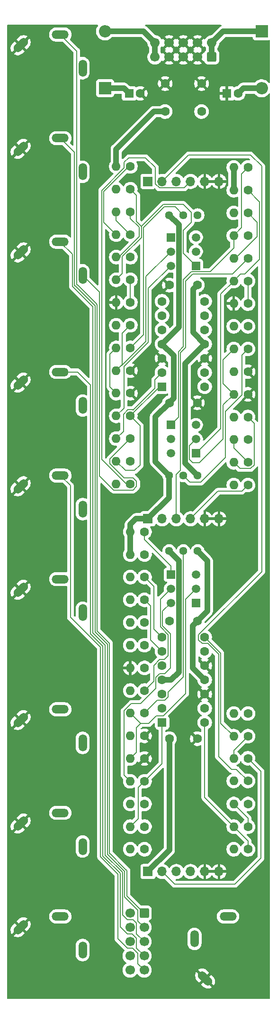
<source format=gbl>
%TF.GenerationSoftware,KiCad,Pcbnew,9.0.0*%
%TF.CreationDate,2025-04-19T17:36:44+02:00*%
%TF.ProjectId,DMH_Tripple_VCA_PCB_1,444d485f-5472-4697-9070-6c655f564341,1*%
%TF.SameCoordinates,Original*%
%TF.FileFunction,Copper,L2,Bot*%
%TF.FilePolarity,Positive*%
%FSLAX46Y46*%
G04 Gerber Fmt 4.6, Leading zero omitted, Abs format (unit mm)*
G04 Created by KiCad (PCBNEW 9.0.0) date 2025-04-19 17:36:44*
%MOMM*%
%LPD*%
G01*
G04 APERTURE LIST*
G04 Aperture macros list*
%AMRoundRect*
0 Rectangle with rounded corners*
0 $1 Rounding radius*
0 $2 $3 $4 $5 $6 $7 $8 $9 X,Y pos of 4 corners*
0 Add a 4 corners polygon primitive as box body*
4,1,4,$2,$3,$4,$5,$6,$7,$8,$9,$2,$3,0*
0 Add four circle primitives for the rounded corners*
1,1,$1+$1,$2,$3*
1,1,$1+$1,$4,$5*
1,1,$1+$1,$6,$7*
1,1,$1+$1,$8,$9*
0 Add four rect primitives between the rounded corners*
20,1,$1+$1,$2,$3,$4,$5,0*
20,1,$1+$1,$4,$5,$6,$7,0*
20,1,$1+$1,$6,$7,$8,$9,0*
20,1,$1+$1,$8,$9,$2,$3,0*%
%AMHorizOval*
0 Thick line with rounded ends*
0 $1 width*
0 $2 $3 position (X,Y) of the first rounded end (center of the circle)*
0 $4 $5 position (X,Y) of the second rounded end (center of the circle)*
0 Add line between two ends*
20,1,$1,$2,$3,$4,$5,0*
0 Add two circle primitives to create the rounded ends*
1,1,$1,$2,$3*
1,1,$1,$4,$5*%
G04 Aperture macros list end*
%TA.AperFunction,ComponentPad*%
%ADD10HorizOval,1.508000X-0.533159X-0.533159X0.533159X0.533159X0*%
%TD*%
%TA.AperFunction,ComponentPad*%
%ADD11O,1.508000X3.016000*%
%TD*%
%TA.AperFunction,ComponentPad*%
%ADD12O,3.016000X1.508000*%
%TD*%
%TA.AperFunction,ComponentPad*%
%ADD13R,1.700000X1.700000*%
%TD*%
%TA.AperFunction,ComponentPad*%
%ADD14O,1.700000X1.700000*%
%TD*%
%TA.AperFunction,ComponentPad*%
%ADD15HorizOval,1.508000X-0.533159X0.533159X0.533159X-0.533159X0*%
%TD*%
%TA.AperFunction,ComponentPad*%
%ADD16RoundRect,0.250000X-0.550000X-0.550000X0.550000X-0.550000X0.550000X0.550000X-0.550000X0.550000X0*%
%TD*%
%TA.AperFunction,ComponentPad*%
%ADD17C,1.600000*%
%TD*%
%TA.AperFunction,ComponentPad*%
%ADD18O,1.600000X1.600000*%
%TD*%
%TA.AperFunction,ComponentPad*%
%ADD19R,1.500000X1.500000*%
%TD*%
%TA.AperFunction,ComponentPad*%
%ADD20C,1.500000*%
%TD*%
%TA.AperFunction,ComponentPad*%
%ADD21R,2.200000X2.200000*%
%TD*%
%TA.AperFunction,ComponentPad*%
%ADD22O,2.200000X2.200000*%
%TD*%
%TA.AperFunction,ComponentPad*%
%ADD23RoundRect,0.250000X0.600000X0.600000X-0.600000X0.600000X-0.600000X-0.600000X0.600000X-0.600000X0*%
%TD*%
%TA.AperFunction,ComponentPad*%
%ADD24C,1.700000*%
%TD*%
%TA.AperFunction,ComponentPad*%
%ADD25C,1.440000*%
%TD*%
%TA.AperFunction,ComponentPad*%
%ADD26R,1.600000X1.600000*%
%TD*%
%TA.AperFunction,ComponentPad*%
%ADD27RoundRect,0.250000X0.600000X-0.600000X0.600000X0.600000X-0.600000X0.600000X-0.600000X-0.600000X0*%
%TD*%
%TA.AperFunction,Conductor*%
%ADD28C,1.000000*%
%TD*%
%TA.AperFunction,Conductor*%
%ADD29C,0.200000*%
%TD*%
G04 APERTURE END LIST*
D10*
%TO.P,J7,S*%
%TO.N,GND*%
X53903810Y-167153810D03*
D11*
%TO.P,J7,T*%
%TO.N,/Inputs and Outputs/Input C Jack*%
X65000000Y-171250000D03*
D12*
%TO.P,J7,TN*%
%TO.N,Net-(J200-Pin_7)*%
X61000000Y-165250000D03*
%TD*%
D10*
%TO.P,J8,S*%
%TO.N,GND*%
X53903810Y-185653810D03*
D11*
%TO.P,J8,T*%
%TO.N,/Inputs and Outputs/Output C Jack*%
X65000000Y-189750000D03*
D12*
%TO.P,J8,TN*%
%TO.N,Net-(J200-Pin_8)*%
X61000000Y-183750000D03*
%TD*%
D10*
%TO.P,J5,S*%
%TO.N,GND*%
X53903810Y-125403810D03*
D11*
%TO.P,J5,T*%
%TO.N,/Inputs and Outputs/Output B Jack*%
X65000000Y-129500000D03*
D12*
%TO.P,J5,TN*%
%TO.N,Net-(J200-Pin_5)*%
X61000000Y-123500000D03*
%TD*%
D10*
%TO.P,J9,S*%
%TO.N,GND*%
X53903810Y-204153810D03*
D11*
%TO.P,J9,T*%
%TO.N,/Inputs and Outputs/CV C Jack*%
X65000000Y-208250000D03*
D12*
%TO.P,J9,TN*%
%TO.N,Net-(J200-Pin_9)*%
X61000000Y-202250000D03*
%TD*%
D10*
%TO.P,J1,S*%
%TO.N,GND*%
X53903810Y-46653810D03*
D11*
%TO.P,J1,T*%
%TO.N,/Inputs and Outputs/Input A Jack*%
X65000000Y-50750000D03*
D12*
%TO.P,J1,TN*%
%TO.N,Net-(J200-Pin_1)*%
X61000000Y-44750000D03*
%TD*%
D13*
%TO.P,J50,1,Pin_1*%
%TO.N,+12V*%
X76675000Y-70975000D03*
D14*
%TO.P,J50,2,Pin_2*%
%TO.N,/Inputs and Outputs/Mute A Switch*%
X79215000Y-70975000D03*
%TO.P,J50,3,Pin_3*%
%TO.N,/Inputs and Outputs/Output A Jack*%
X81755000Y-70975000D03*
%TO.P,J50,4,Pin_4*%
%TO.N,/Inputs and Outputs/Offset A Pot*%
X84295000Y-70975000D03*
%TO.P,J50,5,Pin_5*%
%TO.N,GND*%
X86835000Y-70975000D03*
%TO.P,J50,6,Pin_6*%
X89375000Y-70975000D03*
%TD*%
D10*
%TO.P,J6,S*%
%TO.N,GND*%
X53903810Y-143903810D03*
D11*
%TO.P,J6,T*%
%TO.N,/Inputs and Outputs/CV B Jack*%
X65000000Y-148000000D03*
D12*
%TO.P,J6,TN*%
%TO.N,Net-(J200-Pin_6)*%
X61000000Y-142000000D03*
%TD*%
D13*
%TO.P,J60,1,Pin_1*%
%TO.N,+12V*%
X76675000Y-131225000D03*
D14*
%TO.P,J60,2,Pin_2*%
%TO.N,/Inputs and Outputs/Mute B Switch*%
X79215000Y-131225000D03*
%TO.P,J60,3,Pin_3*%
%TO.N,/Inputs and Outputs/Output B Jack*%
X81755000Y-131225000D03*
%TO.P,J60,4,Pin_4*%
%TO.N,/Inputs and Outputs/Offset B Pot*%
X84295000Y-131225000D03*
%TO.P,J60,5,Pin_5*%
%TO.N,GND*%
X86835000Y-131225000D03*
%TO.P,J60,6,Pin_6*%
X89375000Y-131225000D03*
%TD*%
D10*
%TO.P,J2,S*%
%TO.N,GND*%
X53903810Y-65153810D03*
D11*
%TO.P,J2,T*%
%TO.N,/Inputs and Outputs/Output A Jack*%
X65000000Y-69250000D03*
D12*
%TO.P,J2,TN*%
%TO.N,Net-(J200-Pin_2)*%
X61000000Y-63250000D03*
%TD*%
D13*
%TO.P,J70,1,Pin_1*%
%TO.N,+12V*%
X76675000Y-194225000D03*
D14*
%TO.P,J70,2,Pin_2*%
%TO.N,/Inputs and Outputs/Mute C Switch*%
X79215000Y-194225000D03*
%TO.P,J70,3,Pin_3*%
%TO.N,/Inputs and Outputs/Output C Jack*%
X81755000Y-194225000D03*
%TO.P,J70,4,Pin_4*%
%TO.N,/Inputs and Outputs/Offset C Pot*%
X84295000Y-194225000D03*
%TO.P,J70,5,Pin_5*%
%TO.N,GND*%
X86835000Y-194225000D03*
%TO.P,J70,6,Pin_6*%
X89375000Y-194225000D03*
%TD*%
D10*
%TO.P,J4,S*%
%TO.N,GND*%
X53903810Y-106903810D03*
D11*
%TO.P,J4,T*%
%TO.N,/Inputs and Outputs/Input B Jack*%
X65000000Y-111000000D03*
D12*
%TO.P,J4,TN*%
%TO.N,Net-(J200-Pin_4)*%
X61000000Y-105000000D03*
%TD*%
D10*
%TO.P,J3,S*%
%TO.N,GND*%
X53903810Y-83653810D03*
D11*
%TO.P,J3,T*%
%TO.N,/Inputs and Outputs/CV A Jack*%
X65000000Y-87750000D03*
D12*
%TO.P,J3,TN*%
%TO.N,Net-(J200-Pin_3)*%
X61000000Y-81750000D03*
%TD*%
D15*
%TO.P,J10,S*%
%TO.N,GND*%
X86903810Y-213346190D03*
D12*
%TO.P,J10,T*%
%TO.N,/Inputs and Outputs/Mix Out Jack*%
X91000000Y-202250000D03*
D11*
%TO.P,J10,TN*%
%TO.N,Net-(J200-Pin_10)*%
X85000000Y-206250000D03*
%TD*%
D16*
%TO.P,U1,1*%
%TO.N,Net-(R12-Pad1)*%
X79200000Y-107625000D03*
D17*
%TO.P,U1,2,-*%
%TO.N,Net-(U1A--)*%
X79200000Y-105085000D03*
%TO.P,U1,3,+*%
%TO.N,GND*%
X79200000Y-102545000D03*
%TO.P,U1,4,V+*%
%TO.N,+12V*%
X79200000Y-100005000D03*
%TO.P,U1,5,+*%
%TO.N,Net-(U1B-+)*%
X79200000Y-97465000D03*
%TO.P,U1,6,-*%
%TO.N,Net-(U1B--)*%
X79200000Y-94925000D03*
%TO.P,U1,7*%
%TO.N,Net-(R3-Pad1)*%
X79200000Y-92385000D03*
%TO.P,U1,8*%
%TO.N,Net-(R18-Pad1)*%
X86820000Y-92385000D03*
%TO.P,U1,9,-*%
%TO.N,Net-(U1C--)*%
X86820000Y-94925000D03*
%TO.P,U1,10,+*%
%TO.N,Net-(U1C-+)*%
X86820000Y-97465000D03*
%TO.P,U1,11,V-*%
%TO.N,-12V*%
X86820000Y-100005000D03*
%TO.P,U1,12,+*%
%TO.N,GND*%
X86820000Y-102545000D03*
%TO.P,U1,13,-*%
%TO.N,Net-(U1D--)*%
X86820000Y-105085000D03*
%TO.P,U1,14*%
%TO.N,Net-(R27-Pad1)*%
X86820000Y-107625000D03*
%TD*%
%TO.P,R46,1*%
%TO.N,/Inputs and Outputs/Mute B Switch*%
X94545000Y-166000000D03*
D18*
%TO.P,R46,2*%
%TO.N,Net-(U2C--)*%
X92005000Y-166000000D03*
%TD*%
D19*
%TO.P,Q5,1,C*%
%TO.N,Net-(Q5-C)*%
X80750000Y-141210000D03*
D20*
%TO.P,Q5,2,B*%
%TO.N,Net-(Q5-B)*%
X80750000Y-143750000D03*
%TO.P,Q5,3,E*%
%TO.N,Net-(Q5-E)*%
X80750000Y-146290000D03*
%TD*%
D17*
%TO.P,R27,1*%
%TO.N,Net-(R27-Pad1)*%
X94545000Y-113050000D03*
D18*
%TO.P,R27,2*%
%TO.N,Net-(Q3-E)*%
X92005000Y-113050000D03*
%TD*%
D17*
%TO.P,R39,1*%
%TO.N,Net-(R39-Pad1)*%
X76060000Y-165950000D03*
D18*
%TO.P,R39,2*%
%TO.N,Net-(Q6-B)*%
X73520000Y-165950000D03*
%TD*%
D21*
%TO.P,D1,1,K*%
%TO.N,+12V*%
X69000000Y-54330000D03*
D22*
%TO.P,D1,2,A*%
%TO.N,Net-(D1-A)*%
X69000000Y-44170000D03*
%TD*%
D19*
%TO.P,Q6,1,C*%
%TO.N,Net-(Q6-C)*%
X85250000Y-146290000D03*
D20*
%TO.P,Q6,2,B*%
%TO.N,Net-(Q6-B)*%
X85250000Y-143750000D03*
%TO.P,Q6,3,E*%
%TO.N,Net-(Q5-E)*%
X85250000Y-141210000D03*
%TD*%
D19*
%TO.P,Q2,1,C*%
%TO.N,Net-(Q2-C)*%
X85250000Y-86040000D03*
D20*
%TO.P,Q2,2,B*%
%TO.N,Net-(Q2-B)*%
X85250000Y-83500000D03*
%TO.P,Q2,3,E*%
%TO.N,Net-(Q1-E)*%
X85250000Y-80960000D03*
%TD*%
D17*
%TO.P,C8,1*%
%TO.N,GND*%
X80500000Y-149500000D03*
%TO.P,C8,2*%
%TO.N,-12V*%
X85500000Y-149500000D03*
%TD*%
%TO.P,R21,1*%
%TO.N,Net-(U1C-+)*%
X94545000Y-88750000D03*
D18*
%TO.P,R21,2*%
%TO.N,Net-(Q4-C)*%
X92005000Y-88750000D03*
%TD*%
D17*
%TO.P,R10,1*%
%TO.N,GND*%
X73545000Y-104750000D03*
D18*
%TO.P,R10,2*%
%TO.N,Net-(Q1-B)*%
X71005000Y-104750000D03*
%TD*%
D17*
%TO.P,R41,1*%
%TO.N,GND*%
X76060000Y-174050000D03*
D18*
%TO.P,R41,2*%
%TO.N,Net-(Q6-B)*%
X73520000Y-174050000D03*
%TD*%
D17*
%TO.P,R23,1*%
%TO.N,Net-(Q3-B)*%
X94545000Y-96850000D03*
D18*
%TO.P,R23,2*%
%TO.N,/Inputs and Outputs/Input B Jack*%
X92005000Y-96850000D03*
%TD*%
D17*
%TO.P,R1,1*%
%TO.N,Net-(Q1-C)*%
X73545000Y-68300000D03*
D18*
%TO.P,R1,2*%
%TO.N,+12V*%
X71005000Y-68300000D03*
%TD*%
D17*
%TO.P,R28,1*%
%TO.N,/Inputs and Outputs/CV B Jack*%
X94545000Y-117100000D03*
D18*
%TO.P,R28,2*%
%TO.N,Net-(U1D--)*%
X92005000Y-117100000D03*
%TD*%
D23*
%TO.P,J200,1,Pin_1*%
%TO.N,Net-(J200-Pin_1)*%
X76002500Y-201670000D03*
D24*
%TO.P,J200,2,Pin_2*%
%TO.N,Net-(J200-Pin_2)*%
X76002500Y-204210000D03*
%TO.P,J200,3,Pin_3*%
%TO.N,Net-(J200-Pin_3)*%
X76002500Y-206750000D03*
%TO.P,J200,4,Pin_4*%
%TO.N,Net-(J200-Pin_4)*%
X76002500Y-209290000D03*
%TO.P,J200,5,Pin_5*%
%TO.N,Net-(J200-Pin_5)*%
X76002500Y-211830000D03*
%TO.P,J200,6,Pin_6*%
%TO.N,Net-(J200-Pin_6)*%
X73462500Y-201670000D03*
%TO.P,J200,7,Pin_7*%
%TO.N,Net-(J200-Pin_7)*%
X73462500Y-204210000D03*
%TO.P,J200,8,Pin_8*%
%TO.N,Net-(J200-Pin_8)*%
X73462500Y-206750000D03*
%TO.P,J200,9,Pin_9*%
%TO.N,Net-(J200-Pin_9)*%
X73462500Y-209290000D03*
%TO.P,J200,10,Pin_10*%
%TO.N,Net-(J200-Pin_10)*%
X73462500Y-211830000D03*
%TD*%
D17*
%TO.P,R43,1*%
%TO.N,/Inputs and Outputs/CV C Jack*%
X76060000Y-182150000D03*
D18*
%TO.P,R43,2*%
%TO.N,Net-(U2A--)*%
X73520000Y-182150000D03*
%TD*%
D17*
%TO.P,R51,1*%
%TO.N,Net-(U2D--)*%
X94545000Y-186200000D03*
D18*
%TO.P,R51,2*%
%TO.N,Net-(R51-Pad2)*%
X92005000Y-186200000D03*
%TD*%
D17*
%TO.P,R48,1*%
%TO.N,/Inputs and Outputs/Mute C Switch*%
X94545000Y-174000000D03*
D18*
%TO.P,R48,2*%
%TO.N,Net-(U2C--)*%
X92005000Y-174000000D03*
%TD*%
D25*
%TO.P,RV1,1,1*%
%TO.N,-12V*%
X85550000Y-77000000D03*
%TO.P,RV1,2,2*%
%TO.N,Net-(R9-Pad1)*%
X83010000Y-77000000D03*
%TO.P,RV1,3,3*%
%TO.N,+12V*%
X80470000Y-77000000D03*
%TD*%
D17*
%TO.P,R31,1*%
%TO.N,Net-(Q5-C)*%
X76060000Y-133550000D03*
D18*
%TO.P,R31,2*%
%TO.N,+12V*%
X73520000Y-133550000D03*
%TD*%
D17*
%TO.P,R37,1*%
%TO.N,Net-(U2B-+)*%
X76060000Y-157850000D03*
D18*
%TO.P,R37,2*%
%TO.N,GND*%
X73520000Y-157850000D03*
%TD*%
D25*
%TO.P,RV3,1,1*%
%TO.N,-12V*%
X85540000Y-137000000D03*
%TO.P,RV3,2,2*%
%TO.N,Net-(R39-Pad1)*%
X83000000Y-137000000D03*
%TO.P,RV3,3,3*%
%TO.N,+12V*%
X80460000Y-137000000D03*
%TD*%
D17*
%TO.P,R45,1*%
%TO.N,/Inputs and Outputs/Offset C Pot*%
X76060000Y-190250000D03*
D18*
%TO.P,R45,2*%
%TO.N,Net-(U2A--)*%
X73520000Y-190250000D03*
%TD*%
D17*
%TO.P,R8,1*%
%TO.N,Net-(Q1-B)*%
X73545000Y-96650000D03*
D18*
%TO.P,R8,2*%
%TO.N,/Inputs and Outputs/Input A Jack*%
X71005000Y-96650000D03*
%TD*%
D17*
%TO.P,R29,1*%
%TO.N,Net-(U1D--)*%
X94545000Y-121150000D03*
D18*
%TO.P,R29,2*%
%TO.N,Net-(R27-Pad1)*%
X92005000Y-121150000D03*
%TD*%
D17*
%TO.P,R12,1*%
%TO.N,Net-(R12-Pad1)*%
X73545000Y-112850000D03*
D18*
%TO.P,R12,2*%
%TO.N,Net-(Q1-E)*%
X71005000Y-112850000D03*
%TD*%
D17*
%TO.P,C6,1*%
%TO.N,GND*%
X80500000Y-89500000D03*
%TO.P,C6,2*%
%TO.N,-12V*%
X85500000Y-89500000D03*
%TD*%
D26*
%TO.P,C1,1*%
%TO.N,+12V*%
X73294887Y-55250000D03*
D17*
%TO.P,C1,2*%
%TO.N,GND*%
X75294887Y-55250000D03*
%TD*%
D19*
%TO.P,Q1,1,C*%
%TO.N,Net-(Q1-C)*%
X80750000Y-80960000D03*
D20*
%TO.P,Q1,2,B*%
%TO.N,Net-(Q1-B)*%
X80750000Y-83500000D03*
%TO.P,Q1,3,E*%
%TO.N,Net-(Q1-E)*%
X80750000Y-86040000D03*
%TD*%
D17*
%TO.P,R30,1*%
%TO.N,/Inputs and Outputs/Offset B Pot*%
X94545000Y-125200000D03*
D18*
%TO.P,R30,2*%
%TO.N,Net-(U1D--)*%
X92005000Y-125200000D03*
%TD*%
D17*
%TO.P,R2,1*%
%TO.N,Net-(Q2-C)*%
X73545000Y-72350000D03*
D18*
%TO.P,R2,2*%
%TO.N,+12V*%
X71005000Y-72350000D03*
%TD*%
D17*
%TO.P,R33,1*%
%TO.N,Net-(R33-Pad1)*%
X76060000Y-141650000D03*
D18*
%TO.P,R33,2*%
%TO.N,Net-(U2B--)*%
X73520000Y-141650000D03*
%TD*%
D17*
%TO.P,C3,1*%
%TO.N,+12V*%
X79750000Y-58500000D03*
%TO.P,C3,2*%
%TO.N,GND*%
X79750000Y-53500000D03*
%TD*%
%TO.P,R36,1*%
%TO.N,Net-(U2B-+)*%
X76060000Y-153800000D03*
D18*
%TO.P,R36,2*%
%TO.N,Net-(Q6-C)*%
X73520000Y-153800000D03*
%TD*%
D17*
%TO.P,R20,1*%
%TO.N,/Inputs and Outputs/Output B Jack*%
X94545000Y-84700000D03*
D18*
%TO.P,R20,2*%
%TO.N,Net-(R18-Pad1)*%
X92005000Y-84700000D03*
%TD*%
D21*
%TO.P,D2,1,K*%
%TO.N,Net-(D2-K)*%
X97000000Y-44170000D03*
D22*
%TO.P,D2,2,A*%
%TO.N,-12V*%
X97000000Y-54330000D03*
%TD*%
D17*
%TO.P,R13,1*%
%TO.N,/Inputs and Outputs/CV A Jack*%
X73545000Y-116900000D03*
D18*
%TO.P,R13,2*%
%TO.N,Net-(U1A--)*%
X71005000Y-116900000D03*
%TD*%
D25*
%TO.P,RV2,1,1*%
%TO.N,-12V*%
X85540000Y-123500000D03*
%TO.P,RV2,2,2*%
%TO.N,Net-(R24-Pad1)*%
X83000000Y-123500000D03*
%TO.P,RV2,3,3*%
%TO.N,+12V*%
X80460000Y-123500000D03*
%TD*%
D17*
%TO.P,R9,1*%
%TO.N,Net-(R9-Pad1)*%
X73545000Y-100700000D03*
D18*
%TO.P,R9,2*%
%TO.N,Net-(Q2-B)*%
X71005000Y-100700000D03*
%TD*%
D17*
%TO.P,R25,1*%
%TO.N,GND*%
X94545000Y-104950000D03*
D18*
%TO.P,R25,2*%
%TO.N,Net-(Q3-B)*%
X92005000Y-104950000D03*
%TD*%
D17*
%TO.P,R17,1*%
%TO.N,Net-(Q4-C)*%
X94545000Y-72550000D03*
D18*
%TO.P,R17,2*%
%TO.N,+12V*%
X92005000Y-72550000D03*
%TD*%
D17*
%TO.P,R47,1*%
%TO.N,Net-(U2C--)*%
X94545000Y-170050000D03*
D18*
%TO.P,R47,2*%
%TO.N,Net-(R47-Pad2)*%
X92005000Y-170050000D03*
%TD*%
D17*
%TO.P,R5,1*%
%TO.N,/Inputs and Outputs/Output A Jack*%
X73545000Y-84500000D03*
D18*
%TO.P,R5,2*%
%TO.N,Net-(R3-Pad1)*%
X71005000Y-84500000D03*
%TD*%
D17*
%TO.P,R15,1*%
%TO.N,/Inputs and Outputs/Offset A Pot*%
X73545000Y-125000000D03*
D18*
%TO.P,R15,2*%
%TO.N,Net-(U1A--)*%
X71005000Y-125000000D03*
%TD*%
D17*
%TO.P,R40,1*%
%TO.N,GND*%
X76060000Y-170000000D03*
D18*
%TO.P,R40,2*%
%TO.N,Net-(Q5-B)*%
X73520000Y-170000000D03*
%TD*%
D17*
%TO.P,R11,1*%
%TO.N,GND*%
X73545000Y-108800000D03*
D18*
%TO.P,R11,2*%
%TO.N,Net-(Q2-B)*%
X71005000Y-108800000D03*
%TD*%
D17*
%TO.P,C4,1*%
%TO.N,GND*%
X86250000Y-53500000D03*
%TO.P,C4,2*%
%TO.N,-12V*%
X86250000Y-58500000D03*
%TD*%
%TO.P,R26,1*%
%TO.N,GND*%
X94545000Y-109000000D03*
D18*
%TO.P,R26,2*%
%TO.N,Net-(Q4-B)*%
X92005000Y-109000000D03*
%TD*%
D17*
%TO.P,R16,1*%
%TO.N,Net-(Q3-C)*%
X94545000Y-68500000D03*
D18*
%TO.P,R16,2*%
%TO.N,+12V*%
X92005000Y-68500000D03*
%TD*%
D17*
%TO.P,R14,1*%
%TO.N,Net-(U1A--)*%
X73545000Y-120950000D03*
D18*
%TO.P,R14,2*%
%TO.N,Net-(R12-Pad1)*%
X71005000Y-120950000D03*
%TD*%
D17*
%TO.P,R49,1*%
%TO.N,/Inputs and Outputs/Mute A Switch*%
X94545000Y-178050000D03*
D18*
%TO.P,R49,2*%
%TO.N,Net-(U2C--)*%
X92005000Y-178050000D03*
%TD*%
D17*
%TO.P,R7,1*%
%TO.N,Net-(U1B-+)*%
X73545000Y-92600000D03*
D18*
%TO.P,R7,2*%
%TO.N,GND*%
X71005000Y-92600000D03*
%TD*%
D17*
%TO.P,C7,1*%
%TO.N,+12V*%
X80500000Y-170500000D03*
%TO.P,C7,2*%
%TO.N,GND*%
X85500000Y-170500000D03*
%TD*%
%TO.P,R24,1*%
%TO.N,Net-(R24-Pad1)*%
X94545000Y-100900000D03*
D18*
%TO.P,R24,2*%
%TO.N,Net-(Q4-B)*%
X92005000Y-100900000D03*
%TD*%
D17*
%TO.P,R44,1*%
%TO.N,Net-(U2A--)*%
X76060000Y-186200000D03*
D18*
%TO.P,R44,2*%
%TO.N,Net-(R42-Pad1)*%
X73520000Y-186200000D03*
%TD*%
D17*
%TO.P,R22,1*%
%TO.N,Net-(U1C-+)*%
X94545000Y-92800000D03*
D18*
%TO.P,R22,2*%
%TO.N,GND*%
X92005000Y-92800000D03*
%TD*%
D17*
%TO.P,R38,1*%
%TO.N,Net-(Q5-B)*%
X76060000Y-161900000D03*
D18*
%TO.P,R38,2*%
%TO.N,/Inputs and Outputs/Input C Jack*%
X73520000Y-161900000D03*
%TD*%
D17*
%TO.P,R50,1*%
%TO.N,Net-(R47-Pad2)*%
X94545000Y-182150000D03*
D18*
%TO.P,R50,2*%
%TO.N,Net-(U2D--)*%
X92005000Y-182150000D03*
%TD*%
D17*
%TO.P,R35,1*%
%TO.N,/Inputs and Outputs/Output C Jack*%
X76045000Y-149750000D03*
D18*
%TO.P,R35,2*%
%TO.N,Net-(R33-Pad1)*%
X73505000Y-149750000D03*
%TD*%
D26*
%TO.P,C2,1*%
%TO.N,GND*%
X90794888Y-55250000D03*
D17*
%TO.P,C2,2*%
%TO.N,-12V*%
X92794888Y-55250000D03*
%TD*%
D27*
%TO.P,J100,1a,Pin_1a*%
%TO.N,Net-(D2-K)*%
X88080000Y-48752500D03*
D24*
%TO.P,J100,1b,Pin_1b*%
X88080000Y-46212500D03*
%TO.P,J100,2a,Pin_2a*%
%TO.N,GND*%
X85540000Y-48752500D03*
%TO.P,J100,2b,Pin_2b*%
X85540000Y-46212500D03*
%TO.P,J100,3a,Pin_3a*%
X83000000Y-48752500D03*
%TO.P,J100,3b,Pin_3b*%
X83000000Y-46212500D03*
%TO.P,J100,4a,Pin_4a*%
X80460000Y-48752500D03*
%TO.P,J100,4b,Pin_4b*%
X80460000Y-46212500D03*
%TO.P,J100,5a,Pin_5a*%
%TO.N,Net-(D1-A)*%
X77920000Y-48752500D03*
%TO.P,J100,5b,Pin_5b*%
X77920000Y-46212500D03*
%TD*%
D17*
%TO.P,R18,1*%
%TO.N,Net-(R18-Pad1)*%
X94545000Y-76600000D03*
D18*
%TO.P,R18,2*%
%TO.N,Net-(U1C--)*%
X92005000Y-76600000D03*
%TD*%
D17*
%TO.P,R6,1*%
%TO.N,Net-(U1B-+)*%
X73545000Y-88550000D03*
D18*
%TO.P,R6,2*%
%TO.N,Net-(Q2-C)*%
X71005000Y-88550000D03*
%TD*%
D16*
%TO.P,U2,1*%
%TO.N,Net-(R42-Pad1)*%
X79200000Y-167625000D03*
D17*
%TO.P,U2,2,-*%
%TO.N,Net-(U2A--)*%
X79200000Y-165085000D03*
%TO.P,U2,3,+*%
%TO.N,GND*%
X79200000Y-162545000D03*
%TO.P,U2,4,V+*%
%TO.N,+12V*%
X79200000Y-160005000D03*
%TO.P,U2,5,+*%
%TO.N,Net-(U2B-+)*%
X79200000Y-157465000D03*
%TO.P,U2,6,-*%
%TO.N,Net-(U2B--)*%
X79200000Y-154925000D03*
%TO.P,U2,7*%
%TO.N,Net-(R33-Pad1)*%
X79200000Y-152385000D03*
%TO.P,U2,8*%
%TO.N,Net-(R47-Pad2)*%
X86820000Y-152385000D03*
%TO.P,U2,9,-*%
%TO.N,Net-(U2C--)*%
X86820000Y-154925000D03*
%TO.P,U2,10,+*%
%TO.N,GND*%
X86820000Y-157465000D03*
%TO.P,U2,11,V-*%
%TO.N,-12V*%
X86820000Y-160005000D03*
%TO.P,U2,12,+*%
%TO.N,GND*%
X86820000Y-162545000D03*
%TO.P,U2,13,-*%
%TO.N,Net-(U2D--)*%
X86820000Y-165085000D03*
%TO.P,U2,14*%
%TO.N,Net-(R51-Pad2)*%
X86820000Y-167625000D03*
%TD*%
%TO.P,R3,1*%
%TO.N,Net-(R3-Pad1)*%
X73545000Y-76400000D03*
D18*
%TO.P,R3,2*%
%TO.N,Net-(U1B--)*%
X71005000Y-76400000D03*
%TD*%
D17*
%TO.P,R32,1*%
%TO.N,Net-(Q6-C)*%
X76060000Y-137600000D03*
D18*
%TO.P,R32,2*%
%TO.N,+12V*%
X73520000Y-137600000D03*
%TD*%
D17*
%TO.P,R4,1*%
%TO.N,Net-(U1B--)*%
X73545000Y-80450000D03*
D18*
%TO.P,R4,2*%
%TO.N,Net-(Q1-C)*%
X71005000Y-80450000D03*
%TD*%
D17*
%TO.P,R42,1*%
%TO.N,Net-(R42-Pad1)*%
X76060000Y-178100000D03*
D18*
%TO.P,R42,2*%
%TO.N,Net-(Q5-E)*%
X73520000Y-178100000D03*
%TD*%
D17*
%TO.P,R19,1*%
%TO.N,Net-(U1C--)*%
X94545000Y-80650000D03*
D18*
%TO.P,R19,2*%
%TO.N,Net-(Q3-C)*%
X92005000Y-80650000D03*
%TD*%
D19*
%TO.P,Q4,1,C*%
%TO.N,Net-(Q4-C)*%
X85250000Y-119540000D03*
D20*
%TO.P,Q4,2,B*%
%TO.N,Net-(Q4-B)*%
X85250000Y-117000000D03*
%TO.P,Q4,3,E*%
%TO.N,Net-(Q3-E)*%
X85250000Y-114460000D03*
%TD*%
D17*
%TO.P,R34,1*%
%TO.N,Net-(U2B--)*%
X76060000Y-145700000D03*
D18*
%TO.P,R34,2*%
%TO.N,Net-(Q5-C)*%
X73520000Y-145700000D03*
%TD*%
D19*
%TO.P,Q3,1,C*%
%TO.N,Net-(Q3-C)*%
X80750000Y-114460000D03*
D20*
%TO.P,Q3,2,B*%
%TO.N,Net-(Q3-B)*%
X80750000Y-117000000D03*
%TO.P,Q3,3,E*%
%TO.N,Net-(Q3-E)*%
X80750000Y-119540000D03*
%TD*%
D17*
%TO.P,C5,1*%
%TO.N,+12V*%
X80500000Y-110500000D03*
%TO.P,C5,2*%
%TO.N,GND*%
X85500000Y-110500000D03*
%TD*%
%TO.P,R52,1*%
%TO.N,Net-(R51-Pad2)*%
X94545000Y-190250000D03*
D18*
%TO.P,R52,2*%
%TO.N,/Inputs and Outputs/Mix Out Jack*%
X92005000Y-190250000D03*
%TD*%
D28*
%TO.N,+12V*%
X82201000Y-158599000D02*
X80795000Y-160005000D01*
X69000000Y-54330000D02*
X72374887Y-54330000D01*
X80500000Y-190400000D02*
X80500000Y-170500000D01*
X82201000Y-97004000D02*
X79200000Y-100005000D01*
X76675000Y-194225000D02*
X80500000Y-190400000D01*
X80460000Y-123500000D02*
X80460000Y-127440000D01*
X80460000Y-127440000D02*
X76675000Y-131225000D01*
X73520000Y-133550000D02*
X73520000Y-137600000D01*
X71005000Y-65245000D02*
X71005000Y-68300000D01*
X80500000Y-110500000D02*
X78000000Y-113000000D01*
X79750000Y-58500000D02*
X77750000Y-58500000D01*
X80460000Y-137000000D02*
X82201000Y-138741000D01*
X81299999Y-102104999D02*
X81299999Y-109700001D01*
X78000000Y-121040000D02*
X80460000Y-123500000D01*
X79200000Y-100005000D02*
X81299999Y-102104999D01*
X81299999Y-109700001D02*
X80500000Y-110500000D01*
X73520000Y-133550000D02*
X73520000Y-132230000D01*
X82201000Y-78731000D02*
X82201000Y-97004000D01*
X72374887Y-54330000D02*
X73294887Y-55250000D01*
X80470000Y-77000000D02*
X82201000Y-78731000D01*
X77750000Y-58500000D02*
X71005000Y-65245000D01*
X78000000Y-113000000D02*
X78000000Y-121040000D01*
X73520000Y-132230000D02*
X74525000Y-131225000D01*
X82201000Y-138741000D02*
X82201000Y-158599000D01*
X74525000Y-131225000D02*
X76675000Y-131225000D01*
X80795000Y-160005000D02*
X79200000Y-160005000D01*
X92005000Y-68500000D02*
X92005000Y-72550000D01*
%TO.N,-12V*%
X97000000Y-54330000D02*
X93714888Y-54330000D01*
X84700001Y-150299999D02*
X84700001Y-157885001D01*
X87300000Y-138760000D02*
X87300000Y-147700000D01*
X86820000Y-100005000D02*
X83302999Y-103522001D01*
X85500000Y-149500000D02*
X84700001Y-150299999D01*
X83302999Y-103522001D02*
X83302999Y-121262999D01*
X84750000Y-90250000D02*
X84750000Y-97935000D01*
X93714888Y-54330000D02*
X92794888Y-55250000D01*
X85540000Y-137000000D02*
X87300000Y-138760000D01*
X84700001Y-157885001D02*
X86820000Y-160005000D01*
X85500000Y-89500000D02*
X84750000Y-90250000D01*
X83302999Y-121262999D02*
X85540000Y-123500000D01*
X87300000Y-147700000D02*
X85500000Y-149500000D01*
X84750000Y-97935000D02*
X86820000Y-100005000D01*
%TO.N,Net-(D1-A)*%
X77920000Y-48752500D02*
X77920000Y-46212500D01*
X69000000Y-44170000D02*
X75877500Y-44170000D01*
X75877500Y-44170000D02*
X77920000Y-46212500D01*
%TO.N,Net-(D2-K)*%
X97000000Y-44170000D02*
X90122500Y-44170000D01*
X90122500Y-44170000D02*
X88080000Y-46212500D01*
X88080000Y-46212500D02*
X88080000Y-48752500D01*
D29*
%TO.N,Net-(J200-Pin_1)*%
X69800000Y-153432900D02*
X69800000Y-153765100D01*
X72912207Y-194057592D02*
X72912207Y-194389792D01*
X70034900Y-191180285D02*
X72442407Y-193587792D01*
X63945000Y-66292300D02*
X63945000Y-89012800D01*
X67601000Y-151233900D02*
X69565100Y-153198000D01*
X72912207Y-198612207D02*
X73147107Y-198847107D01*
X72442407Y-193587792D02*
X72677307Y-193822692D01*
X72912207Y-198245107D02*
X72912207Y-198280007D01*
X72912207Y-194721992D02*
X72912207Y-198245107D01*
X69800000Y-154097300D02*
X69800000Y-190613185D01*
X72912207Y-198577307D02*
X72912207Y-198612207D01*
X73147107Y-198847107D02*
X75017600Y-200717600D01*
X63945000Y-89012800D02*
X63945000Y-89345000D01*
X69800000Y-153765100D02*
X69800000Y-154097300D01*
X63945000Y-47695000D02*
X63945000Y-65627900D01*
X63945000Y-65627900D02*
X63945000Y-65960100D01*
X67601000Y-93333200D02*
X67601000Y-151233900D01*
X67131200Y-92531200D02*
X67366100Y-92766100D01*
X75970000Y-201670000D02*
X76002500Y-201670000D01*
X72912207Y-194389792D02*
X72912207Y-194721992D01*
X75252500Y-200952500D02*
X75970000Y-201670000D01*
X72912207Y-198280007D02*
X72912207Y-198577307D01*
X69800000Y-190945385D02*
X70034900Y-191180285D01*
X67601000Y-93001000D02*
X67601000Y-93333200D01*
X64179900Y-89579900D02*
X67131200Y-92531200D01*
X67366100Y-92766100D02*
X67601000Y-93001000D01*
X72677307Y-193822692D02*
X72912207Y-194057592D01*
X69800000Y-190613185D02*
X69800000Y-190945385D01*
X63945000Y-89345000D02*
X64179900Y-89579900D01*
X63945000Y-65960100D02*
X63945000Y-66292300D01*
X61000000Y-44750000D02*
X63945000Y-47695000D01*
X75017600Y-200717600D02*
X75252500Y-200952500D01*
X69565100Y-153198000D02*
X69800000Y-153432900D01*
%TO.N,Net-(J200-Pin_2)*%
X69399000Y-153599000D02*
X67200000Y-151400000D01*
X69399000Y-153931200D02*
X69399000Y-153599000D01*
X69633900Y-191346385D02*
X69399000Y-191111485D01*
X76002500Y-204210000D02*
X74851500Y-203059000D01*
X66965100Y-92932200D02*
X63778900Y-89746000D01*
X63544000Y-66126200D02*
X63544000Y-65794000D01*
X72511207Y-198446107D02*
X72511207Y-198411207D01*
X67200000Y-151400000D02*
X67200000Y-93167100D01*
X74851500Y-202505160D02*
X74851500Y-201118600D01*
X74851500Y-203059000D02*
X74851500Y-202505160D01*
X69399000Y-190779285D02*
X69399000Y-153931200D01*
X63544000Y-89511100D02*
X63544000Y-89178900D01*
X63778900Y-89746000D02*
X63544000Y-89511100D01*
X72746107Y-199013207D02*
X72511207Y-198778307D01*
X72511207Y-194555892D02*
X72511207Y-194223692D01*
X72511207Y-198411207D02*
X72511207Y-194555892D01*
X72511207Y-194223692D02*
X72276307Y-193988792D01*
X74851500Y-201118600D02*
X72746107Y-199013207D01*
X67200000Y-93167100D02*
X66965100Y-92932200D01*
X63544000Y-89178900D02*
X63544000Y-66126200D01*
X72276307Y-193988792D02*
X69633900Y-191346385D01*
X69399000Y-191111485D02*
X69399000Y-190779285D01*
X72511207Y-198778307D02*
X72511207Y-198446107D01*
X63544000Y-65794000D02*
X61000000Y-63250000D01*
%TO.N,/Inputs and Outputs/CV A Jack*%
X73545000Y-116900000D02*
X73497950Y-116900000D01*
X68002000Y-93499300D02*
X68002000Y-93167100D01*
X70548950Y-126101000D02*
X68002000Y-123554050D01*
X68000000Y-90750000D02*
X65000000Y-87750000D01*
X74646000Y-125456050D02*
X74001050Y-126101000D01*
X68002000Y-92834900D02*
X68000000Y-92832900D01*
X74001050Y-123899000D02*
X74646000Y-124543950D01*
X68002000Y-123554050D02*
X68002000Y-93499300D01*
X74001050Y-126101000D02*
X70548950Y-126101000D01*
X69904000Y-120493950D02*
X69904000Y-121406050D01*
X74646000Y-124543950D02*
X74646000Y-125456050D01*
X68000000Y-92832900D02*
X68000000Y-90750000D01*
X68002000Y-93167100D02*
X68002000Y-92834900D01*
X69904000Y-121406050D02*
X72396950Y-123899000D01*
X72396950Y-123899000D02*
X74001050Y-123899000D01*
X73497950Y-116900000D02*
X69904000Y-120493950D01*
%TO.N,Net-(J200-Pin_3)*%
X74613500Y-205361000D02*
X74613500Y-203388100D01*
X74613500Y-203388100D02*
X74046400Y-202821000D01*
X68998000Y-191277585D02*
X68998000Y-153765100D01*
X76002500Y-206750000D02*
X74613500Y-205361000D01*
X72985740Y-202821000D02*
X72110207Y-201945467D01*
X68998000Y-153765100D02*
X66799000Y-151566100D01*
X63143000Y-89677200D02*
X63143000Y-83943000D01*
X66799000Y-93333200D02*
X63143000Y-89677200D01*
X66799000Y-151566100D02*
X66799000Y-93333200D01*
X72110207Y-201945467D02*
X72110207Y-194389792D01*
X72110207Y-194389792D02*
X68998000Y-191277585D01*
X74046400Y-202821000D02*
X72985740Y-202821000D01*
X63143000Y-83943000D02*
X61000000Y-81800000D01*
X61000000Y-81800000D02*
X61000000Y-81750000D01*
%TO.N,Net-(J200-Pin_4)*%
X64100000Y-105000000D02*
X61000000Y-105000000D01*
X68597000Y-191443685D02*
X68597000Y-154000000D01*
X72985740Y-205361000D02*
X71709207Y-204084467D01*
X73861000Y-205361000D02*
X72985740Y-205361000D01*
X74613500Y-206113500D02*
X73861000Y-205361000D01*
X76002500Y-209290000D02*
X74613500Y-207901000D01*
X68597000Y-154000000D02*
X66398000Y-151801000D01*
X71709207Y-194555892D02*
X68597000Y-191443685D01*
X66398000Y-151801000D02*
X66398000Y-107298000D01*
X66398000Y-107298000D02*
X64100000Y-105000000D01*
X74613500Y-207901000D02*
X74613500Y-206113500D01*
X71709207Y-204084467D02*
X71709207Y-194555892D01*
%TO.N,Net-(J200-Pin_5)*%
X68196000Y-154166100D02*
X68196000Y-191609785D01*
X72984740Y-207900000D02*
X73900000Y-207900000D01*
X62809000Y-125309000D02*
X62809000Y-148779100D01*
X74851500Y-208851500D02*
X74851500Y-210679000D01*
X71300000Y-194713785D02*
X71300000Y-206215260D01*
X62809000Y-148779100D02*
X68196000Y-154166100D01*
X68196000Y-191609785D02*
X71300000Y-194713785D01*
X74851500Y-210679000D02*
X76002500Y-211830000D01*
X73900000Y-207900000D02*
X74851500Y-208851500D01*
X71300000Y-206215260D02*
X72984740Y-207900000D01*
X61000000Y-123500000D02*
X62809000Y-125309000D01*
%TO.N,/Inputs and Outputs/Output B Jack*%
X91753000Y-87492000D02*
X84700000Y-87492000D01*
X81755000Y-123301087D02*
X81755000Y-131225000D01*
X84700000Y-87492000D02*
X83403000Y-88789000D01*
X94545000Y-84700000D02*
X91753000Y-87492000D01*
X83403000Y-100664100D02*
X82501999Y-101565101D01*
X83403000Y-88789000D02*
X83403000Y-100664100D01*
X82501999Y-122554088D02*
X81755000Y-123301087D01*
X82501999Y-101565101D02*
X82501999Y-122554088D01*
%TO.N,/Inputs and Outputs/Offset A Pot*%
X68400000Y-72600000D02*
X68400000Y-90582900D01*
X78000000Y-71387760D02*
X78000000Y-68500000D01*
X72428000Y-68572000D02*
X68400000Y-72600000D01*
X72428000Y-67572000D02*
X72428000Y-68572000D01*
X83144000Y-72126000D02*
X78738240Y-72126000D01*
X76250000Y-66750000D02*
X73250000Y-66750000D01*
X68403000Y-92668800D02*
X68403000Y-120603000D01*
X68401000Y-90583900D02*
X68401000Y-92666800D01*
X78000000Y-68500000D02*
X76250000Y-66750000D01*
X68403000Y-120603000D02*
X72800000Y-125000000D01*
X73250000Y-66750000D02*
X72428000Y-67572000D01*
X78738240Y-72126000D02*
X78000000Y-71387760D01*
X72800000Y-125000000D02*
X73545000Y-125000000D01*
X84295000Y-70975000D02*
X83144000Y-72126000D01*
X68400000Y-90582900D02*
X68401000Y-90583900D01*
X68401000Y-92666800D02*
X68403000Y-92668800D01*
%TO.N,/Inputs and Outputs/Mute A Switch*%
X83940000Y-66250000D02*
X79215000Y-70975000D01*
X85719000Y-151928950D02*
X97000000Y-140647950D01*
X97000000Y-68250000D02*
X95000000Y-66250000D01*
X89300000Y-155432100D02*
X87353900Y-153486000D01*
X92495000Y-176000000D02*
X91600000Y-176000000D01*
X95000000Y-66250000D02*
X83940000Y-66250000D01*
X87353900Y-153486000D02*
X86363950Y-153486000D01*
X86363950Y-153486000D02*
X85719000Y-152841050D01*
X91600000Y-176000000D02*
X89300000Y-173700000D01*
X94545000Y-178050000D02*
X92495000Y-176000000D01*
X85719000Y-152841050D02*
X85719000Y-151928950D01*
X89300000Y-173700000D02*
X89300000Y-155432100D01*
X97000000Y-140647950D02*
X97000000Y-68250000D01*
%TO.N,/Inputs and Outputs/Offset B Pot*%
X89199000Y-126301000D02*
X84295000Y-131205000D01*
X84295000Y-131205000D02*
X84295000Y-131225000D01*
X93444000Y-126301000D02*
X89199000Y-126301000D01*
X94545000Y-125200000D02*
X93444000Y-126301000D01*
%TO.N,/Inputs and Outputs/Mute C Switch*%
X92200000Y-196500000D02*
X81490000Y-196500000D01*
X96900000Y-176355000D02*
X96900000Y-191800000D01*
X81490000Y-196500000D02*
X79215000Y-194225000D01*
X96900000Y-191800000D02*
X92200000Y-196500000D01*
X94545000Y-174000000D02*
X96900000Y-176355000D01*
%TO.N,Net-(Q1-B)*%
X76302000Y-98510100D02*
X76302000Y-99500050D01*
X76302000Y-99500050D02*
X72203050Y-103599000D01*
X71924550Y-103877500D02*
X71877500Y-103877500D01*
X73545000Y-96650000D02*
X72106000Y-98089000D01*
X72106000Y-98089000D02*
X72106000Y-103649000D01*
X71877500Y-103877500D02*
X71005000Y-104750000D01*
X71968150Y-103833900D02*
X71924550Y-103877500D01*
X76302000Y-90253100D02*
X76302000Y-98510100D01*
X76302000Y-89920900D02*
X76302000Y-90253100D01*
X76302000Y-87948000D02*
X76302000Y-89920900D01*
X80750000Y-83500000D02*
X76302000Y-87948000D01*
X72203050Y-103599000D02*
X71968150Y-103833900D01*
X72106000Y-103649000D02*
X71877500Y-103877500D01*
%TO.N,Net-(Q1-C)*%
X72507000Y-69060100D02*
X72272100Y-69295000D01*
X72272100Y-69295000D02*
X68801000Y-72766100D01*
X68801000Y-72766100D02*
X68801000Y-78246000D01*
X73267100Y-68300000D02*
X72507000Y-69060100D01*
X68801000Y-78246000D02*
X71005000Y-80450000D01*
X73545000Y-68300000D02*
X73267100Y-68300000D01*
%TO.N,Net-(Q1-E)*%
X76703000Y-90087000D02*
X76703000Y-99666150D01*
X72369150Y-104000000D02*
X72369150Y-111485850D01*
X80750000Y-86040000D02*
X76703000Y-90087000D01*
X72369150Y-111485850D02*
X71005000Y-112850000D01*
X76703000Y-99666150D02*
X72369150Y-104000000D01*
%TO.N,Net-(Q2-B)*%
X69900000Y-107695000D02*
X71005000Y-108800000D01*
X71005000Y-100700000D02*
X69900000Y-101805000D01*
X69900000Y-101805000D02*
X69900000Y-107695000D01*
%TO.N,Net-(Q2-C)*%
X75450000Y-78950000D02*
X75500000Y-79000000D01*
X79401000Y-75099000D02*
X75550000Y-78950000D01*
X72106000Y-87449000D02*
X71005000Y-88550000D01*
X73545000Y-72350000D02*
X74646000Y-73451000D01*
X74646000Y-73451000D02*
X74646000Y-78146000D01*
X72106000Y-84381950D02*
X72106000Y-87449000D01*
X83002000Y-79723800D02*
X84400000Y-78325800D01*
X83002000Y-83792000D02*
X83002000Y-79723800D01*
X75500000Y-79000000D02*
X75500000Y-80987950D01*
X75500000Y-80987950D02*
X72106000Y-84381950D01*
X75550000Y-78950000D02*
X75450000Y-78950000D01*
X82999000Y-75099000D02*
X79401000Y-75099000D01*
X84400000Y-78325800D02*
X84400000Y-76500000D01*
X84400000Y-76500000D02*
X82999000Y-75099000D01*
X74646000Y-78146000D02*
X75450000Y-78950000D01*
X85250000Y-86040000D02*
X83002000Y-83792000D01*
%TO.N,Net-(Q3-C)*%
X84409000Y-87091000D02*
X83002000Y-88498000D01*
X82100000Y-113110000D02*
X80750000Y-114460000D01*
X82100999Y-101399001D02*
X82100999Y-110031786D01*
X93400000Y-69645000D02*
X93400000Y-79255000D01*
X94545000Y-68500000D02*
X93400000Y-69645000D01*
X93400000Y-79255000D02*
X92005000Y-80650000D01*
X92005000Y-82895000D02*
X87809000Y-87091000D01*
X82100000Y-110032786D02*
X82100000Y-113110000D01*
X87809000Y-87091000D02*
X84409000Y-87091000D01*
X82100999Y-110031786D02*
X82100000Y-110032786D01*
X82100999Y-110031786D02*
X82100999Y-110031787D01*
X92005000Y-80650000D02*
X92005000Y-82895000D01*
X83002000Y-100498000D02*
X82100999Y-101399001D01*
X83002000Y-88498000D02*
X83002000Y-100498000D01*
%TO.N,Net-(Q4-C)*%
X93250000Y-87505000D02*
X92005000Y-88750000D01*
X89700000Y-115090000D02*
X85250000Y-119540000D01*
X96599000Y-74604000D02*
X96599000Y-84901000D01*
X93995000Y-87505000D02*
X93250000Y-87505000D01*
X94545000Y-72550000D02*
X96599000Y-74604000D01*
X92005000Y-88750000D02*
X89700000Y-91055000D01*
X96599000Y-84901000D02*
X93995000Y-87505000D01*
X89700000Y-91055000D02*
X89700000Y-115090000D01*
%TO.N,Net-(Q4-B)*%
X84103999Y-118146001D02*
X84103999Y-120603999D01*
X85250000Y-117000000D02*
X84103999Y-118146001D01*
X92005000Y-100900000D02*
X90101000Y-102804000D01*
X84103999Y-120603999D02*
X84700000Y-121200000D01*
X90101000Y-107096000D02*
X92005000Y-109000000D01*
X85900000Y-121200000D02*
X90100000Y-117000000D01*
X90100000Y-110905000D02*
X92005000Y-109000000D01*
X90100000Y-117000000D02*
X90100000Y-110905000D01*
X90101000Y-102804000D02*
X90101000Y-107096000D01*
X84700000Y-121200000D02*
X85900000Y-121200000D01*
%TO.N,Net-(Q5-C)*%
X76060000Y-133550000D02*
X76060000Y-134960000D01*
X80750000Y-139650000D02*
X80750000Y-141210000D01*
X76060000Y-134960000D02*
X80750000Y-139650000D01*
%TO.N,Net-(Q5-E)*%
X78099000Y-159548950D02*
X78099000Y-160461050D01*
X72419000Y-165493950D02*
X72419000Y-176999000D01*
X79300000Y-150360850D02*
X80702000Y-151762850D01*
X75363950Y-164236050D02*
X73676900Y-164236050D01*
X80702000Y-151762850D02*
X80702000Y-157858050D01*
X72419000Y-176999000D02*
X73520000Y-178100000D01*
X79656050Y-158904000D02*
X78743950Y-158904000D01*
X79300000Y-147740000D02*
X79300000Y-150360850D01*
X80750000Y-146290000D02*
X79300000Y-147740000D01*
X78099000Y-160461050D02*
X78099000Y-161501000D01*
X80702000Y-157858050D02*
X79656050Y-158904000D01*
X78743950Y-158904000D02*
X78099000Y-159548950D01*
X78099000Y-161501000D02*
X75363950Y-164236050D01*
X73676900Y-164236050D02*
X72419000Y-165493950D01*
%TO.N,Net-(Q5-B)*%
X80750000Y-143750000D02*
X78900000Y-145600000D01*
X77698000Y-160262000D02*
X76060000Y-161900000D01*
X80301000Y-151928950D02*
X80301000Y-155699000D01*
X78900000Y-145600000D02*
X78900000Y-150527950D01*
X78743950Y-156364000D02*
X77698000Y-157409950D01*
X78900000Y-150527950D02*
X80301000Y-151928950D01*
X79636000Y-156364000D02*
X78743950Y-156364000D01*
X80301000Y-155699000D02*
X79636000Y-156364000D01*
X77698000Y-157409950D02*
X77698000Y-160262000D01*
%TO.N,Net-(Q6-B)*%
X74621000Y-172949000D02*
X74621000Y-168549000D01*
X78193950Y-166406050D02*
X76800000Y-167800000D01*
X73520000Y-174050000D02*
X74621000Y-172949000D01*
X83403000Y-162439050D02*
X79436000Y-166406050D01*
X76800000Y-167800000D02*
X75370000Y-167800000D01*
X75370000Y-167800000D02*
X73520000Y-165950000D01*
X83403000Y-145597000D02*
X83403000Y-162439050D01*
X74621000Y-168549000D02*
X75370000Y-167800000D01*
X79436000Y-166406050D02*
X78193950Y-166406050D01*
X85250000Y-143750000D02*
X83403000Y-145597000D01*
%TO.N,Net-(U1D--)*%
X92005000Y-117100000D02*
X92005000Y-118610000D01*
X92005000Y-118610000D02*
X94545000Y-121150000D01*
%TO.N,Net-(R3-Pad1)*%
X71705000Y-84500000D02*
X71005000Y-84500000D01*
X73545000Y-77612100D02*
X75099000Y-79166100D01*
X71705000Y-84215850D02*
X71705000Y-84500000D01*
X75099000Y-80821850D02*
X71705000Y-84215850D01*
X75099000Y-79166100D02*
X75099000Y-80821850D01*
X73545000Y-76400000D02*
X73545000Y-77612100D01*
%TO.N,Net-(U1B-+)*%
X73545000Y-88550000D02*
X73545000Y-92600000D01*
%TO.N,Net-(R9-Pad1)*%
X75901000Y-98344000D02*
X73545000Y-100700000D01*
X75901000Y-81154050D02*
X75901000Y-98344000D01*
X81510000Y-75500000D02*
X79567100Y-75500000D01*
X83010000Y-77000000D02*
X81510000Y-75500000D01*
X75901000Y-80821850D02*
X75901000Y-81154050D01*
X75901000Y-79166100D02*
X75901000Y-80821850D01*
X79567100Y-75500000D02*
X75951000Y-79116100D01*
X75951000Y-79116100D02*
X75901000Y-79166100D01*
%TO.N,Net-(R12-Pad1)*%
X74300000Y-122600000D02*
X75300000Y-121600000D01*
X78770000Y-107625000D02*
X79200000Y-107625000D01*
X72655000Y-122600000D02*
X74300000Y-122600000D01*
X75300000Y-114605000D02*
X73545000Y-112850000D01*
X75300000Y-121600000D02*
X75300000Y-114605000D01*
X71005000Y-120950000D02*
X72655000Y-122600000D01*
X73545000Y-112850000D02*
X78770000Y-107625000D01*
%TO.N,Net-(U1A--)*%
X71005000Y-116900000D02*
X72300000Y-115605000D01*
X73088950Y-111749000D02*
X74001050Y-111749000D01*
X77900000Y-106385000D02*
X79200000Y-105085000D01*
X77900000Y-107900000D02*
X77900000Y-106385000D01*
X72300000Y-115605000D02*
X72300000Y-112537950D01*
X74001050Y-111749000D02*
X74026025Y-111773975D01*
X72300000Y-112537950D02*
X73088950Y-111749000D01*
X74026025Y-111773975D02*
X77900000Y-107900000D01*
%TO.N,Net-(R18-Pad1)*%
X94545000Y-76600000D02*
X96198000Y-78253000D01*
X96198000Y-80802000D02*
X92300000Y-84700000D01*
X92300000Y-84700000D02*
X92005000Y-84700000D01*
X96198000Y-78253000D02*
X96198000Y-80802000D01*
%TO.N,Net-(U1C-+)*%
X94545000Y-88750000D02*
X94545000Y-92800000D01*
%TO.N,Net-(R24-Pad1)*%
X84200000Y-124700000D02*
X86100000Y-124700000D01*
X93444000Y-109118050D02*
X93444000Y-102001000D01*
X90500000Y-112062050D02*
X93444000Y-109118050D01*
X90500000Y-120300000D02*
X90500000Y-112062050D01*
X93444000Y-102001000D02*
X94545000Y-100900000D01*
X83000000Y-123500000D02*
X84200000Y-124700000D01*
X86100000Y-124700000D02*
X90500000Y-120300000D01*
%TO.N,Net-(R27-Pad1)*%
X95646000Y-121606050D02*
X95646000Y-114151000D01*
X93106000Y-122251000D02*
X95001050Y-122251000D01*
X95646000Y-114151000D02*
X94545000Y-113050000D01*
X92005000Y-121150000D02*
X93106000Y-122251000D01*
X95001050Y-122251000D02*
X95646000Y-121606050D01*
%TO.N,Net-(U1B--)*%
X71005000Y-77910000D02*
X73545000Y-80450000D01*
X71005000Y-76400000D02*
X71005000Y-77910000D01*
%TO.N,Net-(R33-Pad1)*%
X76060000Y-141650000D02*
X77750000Y-143340000D01*
X77750000Y-150935000D02*
X79200000Y-152385000D01*
X77750000Y-143340000D02*
X77750000Y-150935000D01*
%TO.N,Net-(U2C--)*%
X92005000Y-172590000D02*
X94545000Y-170050000D01*
X92005000Y-174000000D02*
X92005000Y-172590000D01*
%TO.N,Net-(R39-Pad1)*%
X79656050Y-163646000D02*
X80301000Y-163001050D01*
X80301000Y-163001050D02*
X80301000Y-162199000D01*
X83002000Y-137002000D02*
X83000000Y-137000000D01*
X83002000Y-159498000D02*
X83002000Y-137002000D01*
X78743950Y-163646000D02*
X78854000Y-163646000D01*
X80301000Y-162199000D02*
X83002000Y-159498000D01*
X78854000Y-163646000D02*
X79656050Y-163646000D01*
X76060000Y-165950000D02*
X78364000Y-163646000D01*
X78364000Y-163646000D02*
X78743950Y-163646000D01*
%TO.N,Net-(R42-Pad1)*%
X79200000Y-174960000D02*
X76060000Y-178100000D01*
X79200000Y-167625000D02*
X79200000Y-174960000D01*
X76060000Y-178100000D02*
X74959000Y-179201000D01*
X74959000Y-184761000D02*
X73520000Y-186200000D01*
X74959000Y-179201000D02*
X74959000Y-184761000D01*
%TO.N,Net-(U2B--)*%
X77146000Y-146786000D02*
X77146000Y-152871000D01*
X77146000Y-152871000D02*
X79200000Y-154925000D01*
X76060000Y-145700000D02*
X77146000Y-146786000D01*
%TO.N,Net-(R47-Pad2)*%
X86820000Y-152385000D02*
X89700000Y-155265000D01*
X89700000Y-167745000D02*
X92005000Y-170050000D01*
X89700000Y-155265000D02*
X89700000Y-167745000D01*
%TO.N,Net-(U2D--)*%
X94545000Y-186200000D02*
X94545000Y-184690000D01*
X94545000Y-184690000D02*
X92005000Y-182150000D01*
%TO.N,Net-(R51-Pad2)*%
X86820000Y-181015000D02*
X86820000Y-167625000D01*
X94545000Y-190250000D02*
X94545000Y-188740000D01*
X94545000Y-188740000D02*
X92005000Y-186200000D01*
X92005000Y-186200000D02*
X86820000Y-181015000D01*
%TD*%
%TA.AperFunction,Conductor*%
%TO.N,GND*%
G36*
X88237759Y-155228468D02*
G01*
X88270729Y-155252064D01*
X88663181Y-155644516D01*
X88696666Y-155705839D01*
X88699500Y-155732197D01*
X88699500Y-173613330D01*
X88699499Y-173613348D01*
X88699499Y-173779054D01*
X88699498Y-173779054D01*
X88740423Y-173931787D01*
X88749582Y-173947649D01*
X88749581Y-173947649D01*
X88749583Y-173947651D01*
X88819475Y-174068709D01*
X88819481Y-174068717D01*
X88938349Y-174187585D01*
X88938355Y-174187590D01*
X91115139Y-176364374D01*
X91115149Y-176364385D01*
X91119479Y-176368715D01*
X91119480Y-176368716D01*
X91231284Y-176480520D01*
X91297035Y-176518481D01*
X91368215Y-176559577D01*
X91520311Y-176600331D01*
X91579971Y-176636695D01*
X91610500Y-176699542D01*
X91602205Y-176768917D01*
X91557720Y-176822795D01*
X91526539Y-176838035D01*
X91505777Y-176844781D01*
X91323386Y-176937715D01*
X91157786Y-177058028D01*
X91013028Y-177202786D01*
X90892715Y-177368386D01*
X90799781Y-177550776D01*
X90736522Y-177745465D01*
X90704500Y-177947648D01*
X90704500Y-178152351D01*
X90736522Y-178354534D01*
X90799781Y-178549223D01*
X90892715Y-178731613D01*
X91013028Y-178897213D01*
X91157786Y-179041971D01*
X91312749Y-179154556D01*
X91323390Y-179162287D01*
X91439607Y-179221503D01*
X91505776Y-179255218D01*
X91505778Y-179255218D01*
X91505781Y-179255220D01*
X91582231Y-179280060D01*
X91700465Y-179318477D01*
X91801557Y-179334488D01*
X91902648Y-179350500D01*
X91902649Y-179350500D01*
X92107351Y-179350500D01*
X92107352Y-179350500D01*
X92309534Y-179318477D01*
X92504219Y-179255220D01*
X92686610Y-179162287D01*
X92782546Y-179092586D01*
X92852213Y-179041971D01*
X92852215Y-179041968D01*
X92852219Y-179041966D01*
X92996966Y-178897219D01*
X92996968Y-178897215D01*
X92996971Y-178897213D01*
X93117284Y-178731614D01*
X93117285Y-178731613D01*
X93117287Y-178731610D01*
X93164516Y-178638917D01*
X93212489Y-178588123D01*
X93280310Y-178571328D01*
X93346445Y-178593865D01*
X93385485Y-178638919D01*
X93432715Y-178731614D01*
X93553028Y-178897213D01*
X93697786Y-179041971D01*
X93852749Y-179154556D01*
X93863390Y-179162287D01*
X93979607Y-179221503D01*
X94045776Y-179255218D01*
X94045778Y-179255218D01*
X94045781Y-179255220D01*
X94122231Y-179280060D01*
X94240465Y-179318477D01*
X94341557Y-179334488D01*
X94442648Y-179350500D01*
X94442649Y-179350500D01*
X94647351Y-179350500D01*
X94647352Y-179350500D01*
X94849534Y-179318477D01*
X95044219Y-179255220D01*
X95226610Y-179162287D01*
X95322546Y-179092586D01*
X95392213Y-179041971D01*
X95392215Y-179041968D01*
X95392219Y-179041966D01*
X95536966Y-178897219D01*
X95536968Y-178897215D01*
X95536971Y-178897213D01*
X95620960Y-178781610D01*
X95657287Y-178731610D01*
X95750220Y-178549219D01*
X95813477Y-178354534D01*
X95845500Y-178152352D01*
X95845500Y-177947648D01*
X95813477Y-177745466D01*
X95750220Y-177550781D01*
X95750218Y-177550778D01*
X95750218Y-177550776D01*
X95682761Y-177418386D01*
X95657287Y-177368390D01*
X95649556Y-177357749D01*
X95536971Y-177202786D01*
X95392213Y-177058028D01*
X95226613Y-176937715D01*
X95226612Y-176937714D01*
X95226610Y-176937713D01*
X95169653Y-176908691D01*
X95044223Y-176844781D01*
X94849534Y-176781522D01*
X94674995Y-176753878D01*
X94647352Y-176749500D01*
X94442648Y-176749500D01*
X94402211Y-176755904D01*
X94240462Y-176781523D01*
X94240460Y-176781523D01*
X94226149Y-176786173D01*
X94156308Y-176788164D01*
X94100157Y-176755921D01*
X92982590Y-175638355D01*
X92982588Y-175638352D01*
X92863717Y-175519481D01*
X92863716Y-175519480D01*
X92776904Y-175469360D01*
X92726785Y-175440423D01*
X92585423Y-175402544D01*
X92580536Y-175400786D01*
X92556348Y-175383113D01*
X92530765Y-175367519D01*
X92528431Y-175362715D01*
X92524121Y-175359566D01*
X92513327Y-175331621D01*
X92500237Y-175304672D01*
X92500870Y-175299370D01*
X92498947Y-175294389D01*
X92504975Y-175265041D01*
X92508532Y-175235297D01*
X92511931Y-175231180D01*
X92513006Y-175225948D01*
X92533946Y-175204516D01*
X92553018Y-175181419D01*
X92561278Y-175176544D01*
X92561836Y-175175974D01*
X92562506Y-175175820D01*
X92566215Y-175173630D01*
X92686610Y-175112287D01*
X92736144Y-175076298D01*
X92852213Y-174991971D01*
X92852215Y-174991968D01*
X92852219Y-174991966D01*
X92996966Y-174847219D01*
X92996968Y-174847215D01*
X92996971Y-174847213D01*
X93117284Y-174681614D01*
X93117283Y-174681614D01*
X93117287Y-174681610D01*
X93164516Y-174588917D01*
X93212489Y-174538123D01*
X93280310Y-174521328D01*
X93346445Y-174543865D01*
X93385483Y-174588917D01*
X93410681Y-174638369D01*
X93432715Y-174681614D01*
X93553028Y-174847213D01*
X93697786Y-174991971D01*
X93852749Y-175104556D01*
X93863390Y-175112287D01*
X93979607Y-175171503D01*
X94045776Y-175205218D01*
X94045778Y-175205218D01*
X94045781Y-175205220D01*
X94150137Y-175239127D01*
X94240465Y-175268477D01*
X94341557Y-175284488D01*
X94442648Y-175300500D01*
X94442649Y-175300500D01*
X94647351Y-175300500D01*
X94647352Y-175300500D01*
X94849534Y-175268477D01*
X94863842Y-175263827D01*
X94933682Y-175261831D01*
X94989842Y-175294077D01*
X96263181Y-176567416D01*
X96296666Y-176628739D01*
X96299500Y-176655097D01*
X96299500Y-191499902D01*
X96279815Y-191566941D01*
X96263181Y-191587583D01*
X91987584Y-195863181D01*
X91926261Y-195896666D01*
X91899903Y-195899500D01*
X81790097Y-195899500D01*
X81760656Y-195890855D01*
X81730670Y-195884332D01*
X81725654Y-195880577D01*
X81723058Y-195879815D01*
X81702416Y-195863181D01*
X81626416Y-195787181D01*
X81592931Y-195725858D01*
X81597915Y-195656166D01*
X81639787Y-195600233D01*
X81705251Y-195575816D01*
X81714097Y-195575500D01*
X81861286Y-195575500D01*
X81861287Y-195575500D01*
X82071243Y-195542246D01*
X82273412Y-195476557D01*
X82462816Y-195380051D01*
X82549138Y-195317335D01*
X82634786Y-195255109D01*
X82634788Y-195255106D01*
X82634792Y-195255104D01*
X82785104Y-195104792D01*
X82785106Y-195104788D01*
X82785109Y-195104786D01*
X82910048Y-194932820D01*
X82910047Y-194932820D01*
X82910051Y-194932816D01*
X82914514Y-194924054D01*
X82962488Y-194873259D01*
X83030308Y-194856463D01*
X83096444Y-194878999D01*
X83135484Y-194924054D01*
X83139591Y-194932115D01*
X83139951Y-194932820D01*
X83264890Y-195104786D01*
X83415213Y-195255109D01*
X83587179Y-195380048D01*
X83587181Y-195380049D01*
X83587184Y-195380051D01*
X83776588Y-195476557D01*
X83978757Y-195542246D01*
X84188713Y-195575500D01*
X84188714Y-195575500D01*
X84401286Y-195575500D01*
X84401287Y-195575500D01*
X84611243Y-195542246D01*
X84813412Y-195476557D01*
X85002816Y-195380051D01*
X85089138Y-195317335D01*
X85174786Y-195255109D01*
X85174788Y-195255106D01*
X85174792Y-195255104D01*
X85325104Y-195104792D01*
X85325106Y-195104788D01*
X85325109Y-195104786D01*
X85392515Y-195012007D01*
X85450051Y-194932816D01*
X85454793Y-194923508D01*
X85502763Y-194872711D01*
X85570583Y-194855911D01*
X85636719Y-194878445D01*
X85675763Y-194923500D01*
X85680377Y-194932555D01*
X85805272Y-195104459D01*
X85805276Y-195104464D01*
X85955535Y-195254723D01*
X85955540Y-195254727D01*
X86127442Y-195379620D01*
X86316782Y-195476095D01*
X86518871Y-195541757D01*
X86585000Y-195552231D01*
X86585000Y-194658012D01*
X86642007Y-194690925D01*
X86769174Y-194725000D01*
X86900826Y-194725000D01*
X87027993Y-194690925D01*
X87085000Y-194658012D01*
X87085000Y-195552230D01*
X87151126Y-195541757D01*
X87151129Y-195541757D01*
X87353217Y-195476095D01*
X87542557Y-195379620D01*
X87714459Y-195254727D01*
X87714464Y-195254723D01*
X87864723Y-195104464D01*
X87864727Y-195104459D01*
X87989620Y-194932558D01*
X87994514Y-194922954D01*
X88042488Y-194872157D01*
X88110308Y-194855361D01*
X88176444Y-194877897D01*
X88215486Y-194922954D01*
X88220379Y-194932558D01*
X88345272Y-195104459D01*
X88345276Y-195104464D01*
X88495535Y-195254723D01*
X88495540Y-195254727D01*
X88667442Y-195379620D01*
X88856782Y-195476095D01*
X89058871Y-195541757D01*
X89125000Y-195552231D01*
X89125000Y-194658012D01*
X89182007Y-194690925D01*
X89309174Y-194725000D01*
X89440826Y-194725000D01*
X89567993Y-194690925D01*
X89625000Y-194658012D01*
X89625000Y-195552230D01*
X89691126Y-195541757D01*
X89691129Y-195541757D01*
X89893217Y-195476095D01*
X90082557Y-195379620D01*
X90254459Y-195254727D01*
X90254464Y-195254723D01*
X90404723Y-195104464D01*
X90404727Y-195104459D01*
X90529620Y-194932557D01*
X90626095Y-194743217D01*
X90691757Y-194541129D01*
X90691757Y-194541126D01*
X90702231Y-194475000D01*
X89808012Y-194475000D01*
X89840925Y-194417993D01*
X89875000Y-194290826D01*
X89875000Y-194159174D01*
X89840925Y-194032007D01*
X89808012Y-193975000D01*
X90702231Y-193975000D01*
X90691757Y-193908873D01*
X90691757Y-193908870D01*
X90626095Y-193706782D01*
X90529620Y-193517442D01*
X90404727Y-193345540D01*
X90404723Y-193345535D01*
X90254464Y-193195276D01*
X90254459Y-193195272D01*
X90082557Y-193070379D01*
X89893215Y-192973903D01*
X89691124Y-192908241D01*
X89625000Y-192897768D01*
X89625000Y-193791988D01*
X89567993Y-193759075D01*
X89440826Y-193725000D01*
X89309174Y-193725000D01*
X89182007Y-193759075D01*
X89125000Y-193791988D01*
X89125000Y-192897768D01*
X89124999Y-192897768D01*
X89058875Y-192908241D01*
X88856784Y-192973903D01*
X88667442Y-193070379D01*
X88495540Y-193195272D01*
X88495535Y-193195276D01*
X88345276Y-193345535D01*
X88345272Y-193345540D01*
X88220377Y-193517444D01*
X88215484Y-193527048D01*
X88167509Y-193577844D01*
X88099688Y-193594638D01*
X88033553Y-193572100D01*
X87994516Y-193527048D01*
X87989622Y-193517444D01*
X87864727Y-193345540D01*
X87864723Y-193345535D01*
X87714464Y-193195276D01*
X87714459Y-193195272D01*
X87542557Y-193070379D01*
X87353215Y-192973903D01*
X87151124Y-192908241D01*
X87085000Y-192897768D01*
X87085000Y-193791988D01*
X87027993Y-193759075D01*
X86900826Y-193725000D01*
X86769174Y-193725000D01*
X86642007Y-193759075D01*
X86585000Y-193791988D01*
X86585000Y-192897768D01*
X86584999Y-192897768D01*
X86518875Y-192908241D01*
X86316784Y-192973903D01*
X86127442Y-193070379D01*
X85955540Y-193195272D01*
X85955535Y-193195276D01*
X85805276Y-193345535D01*
X85805272Y-193345540D01*
X85680378Y-193517443D01*
X85675762Y-193526502D01*
X85627784Y-193577295D01*
X85559963Y-193594087D01*
X85493829Y-193571546D01*
X85454794Y-193526493D01*
X85450051Y-193517184D01*
X85450049Y-193517181D01*
X85450048Y-193517179D01*
X85325109Y-193345213D01*
X85174786Y-193194890D01*
X85002820Y-193069951D01*
X84813414Y-192973444D01*
X84813413Y-192973443D01*
X84813412Y-192973443D01*
X84611243Y-192907754D01*
X84611241Y-192907753D01*
X84611240Y-192907753D01*
X84449957Y-192882208D01*
X84401287Y-192874500D01*
X84188713Y-192874500D01*
X84140042Y-192882208D01*
X83978760Y-192907753D01*
X83776585Y-192973444D01*
X83587179Y-193069951D01*
X83415213Y-193194890D01*
X83264890Y-193345213D01*
X83139949Y-193517182D01*
X83135484Y-193525946D01*
X83087509Y-193576742D01*
X83019688Y-193593536D01*
X82953553Y-193570998D01*
X82914516Y-193525946D01*
X82910050Y-193517182D01*
X82785109Y-193345213D01*
X82634786Y-193194890D01*
X82462820Y-193069951D01*
X82273414Y-192973444D01*
X82273413Y-192973443D01*
X82273412Y-192973443D01*
X82071243Y-192907754D01*
X82071241Y-192907753D01*
X82071240Y-192907753D01*
X81909957Y-192882208D01*
X81861287Y-192874500D01*
X81648713Y-192874500D01*
X81600042Y-192882208D01*
X81438760Y-192907753D01*
X81236585Y-192973444D01*
X81047179Y-193069951D01*
X80875213Y-193194890D01*
X80724890Y-193345213D01*
X80599949Y-193517182D01*
X80595484Y-193525946D01*
X80547509Y-193576742D01*
X80479688Y-193593536D01*
X80413553Y-193570998D01*
X80374516Y-193525946D01*
X80370050Y-193517182D01*
X80245109Y-193345213D01*
X80094786Y-193194890D01*
X79922820Y-193069951D01*
X79733414Y-192973444D01*
X79733413Y-192973443D01*
X79733412Y-192973443D01*
X79630036Y-192939854D01*
X79572362Y-192900417D01*
X79545164Y-192836059D01*
X79557079Y-192767213D01*
X79580672Y-192734246D01*
X81137778Y-191177141D01*
X81137782Y-191177139D01*
X81277139Y-191037782D01*
X81386632Y-190873914D01*
X81386633Y-190873911D01*
X81386635Y-190873908D01*
X81412456Y-190811569D01*
X81458766Y-190699766D01*
X81462051Y-190691836D01*
X81489362Y-190554534D01*
X81500500Y-190498541D01*
X81500500Y-171375761D01*
X81520185Y-171308722D01*
X81524165Y-171302899D01*
X81612287Y-171181610D01*
X81705220Y-170999219D01*
X81768477Y-170804534D01*
X81800500Y-170602352D01*
X81800500Y-170397648D01*
X81779404Y-170264457D01*
X81768477Y-170195465D01*
X81709658Y-170014441D01*
X81705220Y-170000781D01*
X81705218Y-170000778D01*
X81705218Y-170000776D01*
X81652688Y-169897682D01*
X81612287Y-169818390D01*
X81565792Y-169754394D01*
X81491971Y-169652786D01*
X81347213Y-169508028D01*
X81181613Y-169387715D01*
X81181612Y-169387714D01*
X81181610Y-169387713D01*
X81075031Y-169333408D01*
X80999223Y-169294781D01*
X80804534Y-169231522D01*
X80629995Y-169203878D01*
X80602352Y-169199500D01*
X80397648Y-169199500D01*
X80376933Y-169202781D01*
X80195465Y-169231522D01*
X80000773Y-169294782D01*
X79980794Y-169304963D01*
X79978089Y-169305470D01*
X79976011Y-169307272D01*
X79943957Y-169311880D01*
X79912125Y-169317859D01*
X79909576Y-169316824D01*
X79906853Y-169317216D01*
X79877391Y-169303761D01*
X79847384Y-169291582D01*
X79845799Y-169289333D01*
X79843297Y-169288191D01*
X79825786Y-169260943D01*
X79807128Y-169234475D01*
X79806555Y-169231019D01*
X79805523Y-169229413D01*
X79800500Y-169194478D01*
X79800500Y-169037162D01*
X79820185Y-168970123D01*
X79872989Y-168924368D01*
X79898552Y-168915907D01*
X79902788Y-168914999D01*
X79902797Y-168914999D01*
X80069334Y-168859814D01*
X80218656Y-168767712D01*
X80342712Y-168643656D01*
X80434814Y-168494334D01*
X80489999Y-168327797D01*
X80500500Y-168225009D01*
X80500499Y-167024992D01*
X80489999Y-166922203D01*
X80434814Y-166755666D01*
X80342712Y-166606344D01*
X80301507Y-166565139D01*
X80268022Y-166503816D01*
X80273006Y-166434124D01*
X80301507Y-166389777D01*
X82012066Y-164679218D01*
X83771713Y-162919571D01*
X83771716Y-162919570D01*
X83883520Y-162807766D01*
X83933639Y-162720954D01*
X83962577Y-162670835D01*
X84003500Y-162518108D01*
X84003500Y-162359993D01*
X84003500Y-158902782D01*
X84023185Y-158835743D01*
X84075989Y-158789988D01*
X84145147Y-158780044D01*
X84208703Y-158809069D01*
X84215181Y-158815101D01*
X85493281Y-160093201D01*
X85526766Y-160154524D01*
X85528073Y-160161483D01*
X85551523Y-160309535D01*
X85614781Y-160504223D01*
X85707715Y-160686613D01*
X85828028Y-160852213D01*
X85972786Y-160996971D01*
X86138385Y-161117284D01*
X86138387Y-161117285D01*
X86138390Y-161117287D01*
X86231630Y-161164795D01*
X86282426Y-161212770D01*
X86299221Y-161280591D01*
X86276684Y-161346725D01*
X86231630Y-161385765D01*
X86138644Y-161433143D01*
X86094077Y-161465523D01*
X86094077Y-161465524D01*
X86773554Y-162145000D01*
X86767339Y-162145000D01*
X86665606Y-162172259D01*
X86574394Y-162224920D01*
X86499920Y-162299394D01*
X86447259Y-162390606D01*
X86420000Y-162492339D01*
X86420000Y-162498553D01*
X85740524Y-161819077D01*
X85740523Y-161819077D01*
X85708143Y-161863644D01*
X85615244Y-162045968D01*
X85552009Y-162240582D01*
X85520000Y-162442682D01*
X85520000Y-162647317D01*
X85552009Y-162849417D01*
X85615244Y-163044031D01*
X85708141Y-163226350D01*
X85708147Y-163226359D01*
X85740523Y-163270921D01*
X85740524Y-163270922D01*
X86420000Y-162591446D01*
X86420000Y-162597661D01*
X86447259Y-162699394D01*
X86499920Y-162790606D01*
X86574394Y-162865080D01*
X86665606Y-162917741D01*
X86767339Y-162945000D01*
X86773553Y-162945000D01*
X86094076Y-163624474D01*
X86138652Y-163656861D01*
X86231628Y-163704234D01*
X86282425Y-163752208D01*
X86299220Y-163820029D01*
X86276683Y-163886164D01*
X86231630Y-163925203D01*
X86138388Y-163972713D01*
X85972786Y-164093028D01*
X85828028Y-164237786D01*
X85707715Y-164403386D01*
X85614781Y-164585776D01*
X85551522Y-164780465D01*
X85519500Y-164982648D01*
X85519500Y-165187351D01*
X85551522Y-165389534D01*
X85614781Y-165584223D01*
X85671463Y-165695465D01*
X85693905Y-165739511D01*
X85707715Y-165766613D01*
X85828028Y-165932213D01*
X85972786Y-166076971D01*
X86101699Y-166170630D01*
X86138390Y-166197287D01*
X86229840Y-166243883D01*
X86231080Y-166244515D01*
X86281876Y-166292490D01*
X86298671Y-166360311D01*
X86276134Y-166426446D01*
X86231080Y-166465485D01*
X86138386Y-166512715D01*
X85972786Y-166633028D01*
X85828028Y-166777786D01*
X85707715Y-166943386D01*
X85614781Y-167125776D01*
X85551522Y-167320465D01*
X85527639Y-167471261D01*
X85519500Y-167522648D01*
X85519500Y-167727352D01*
X85520381Y-167732913D01*
X85551522Y-167929534D01*
X85614781Y-168124223D01*
X85666135Y-168225009D01*
X85694419Y-168280520D01*
X85707715Y-168306613D01*
X85828028Y-168472213D01*
X85828034Y-168472219D01*
X85972781Y-168616966D01*
X86138390Y-168737287D01*
X86151793Y-168744116D01*
X86202589Y-168792088D01*
X86219500Y-168854601D01*
X86219500Y-169205229D01*
X86199815Y-169272268D01*
X86147011Y-169318023D01*
X86077853Y-169327967D01*
X86039206Y-169315714D01*
X85999034Y-169295245D01*
X85804417Y-169232009D01*
X85602317Y-169200000D01*
X85397683Y-169200000D01*
X85195582Y-169232009D01*
X85000968Y-169295244D01*
X84818644Y-169388143D01*
X84774077Y-169420523D01*
X84774077Y-169420524D01*
X85453553Y-170100000D01*
X85447339Y-170100000D01*
X85345606Y-170127259D01*
X85254394Y-170179920D01*
X85179920Y-170254394D01*
X85127259Y-170345606D01*
X85100000Y-170447339D01*
X85100000Y-170453553D01*
X84420524Y-169774077D01*
X84420523Y-169774077D01*
X84388143Y-169818644D01*
X84295244Y-170000968D01*
X84232009Y-170195582D01*
X84200000Y-170397682D01*
X84200000Y-170602317D01*
X84232009Y-170804417D01*
X84295244Y-170999031D01*
X84388141Y-171181350D01*
X84388147Y-171181359D01*
X84420523Y-171225921D01*
X84420524Y-171225922D01*
X85100000Y-170546446D01*
X85100000Y-170552661D01*
X85127259Y-170654394D01*
X85179920Y-170745606D01*
X85254394Y-170820080D01*
X85345606Y-170872741D01*
X85447339Y-170900000D01*
X85453552Y-170900000D01*
X84774076Y-171579474D01*
X84818650Y-171611859D01*
X85000968Y-171704755D01*
X85195582Y-171767990D01*
X85397683Y-171800000D01*
X85602317Y-171800000D01*
X85804417Y-171767990D01*
X85999033Y-171704754D01*
X86039204Y-171684286D01*
X86107873Y-171671389D01*
X86172614Y-171697665D01*
X86212872Y-171754771D01*
X86219500Y-171794770D01*
X86219500Y-180928330D01*
X86219499Y-180928348D01*
X86219499Y-181094054D01*
X86219498Y-181094054D01*
X86260424Y-181246787D01*
X86261995Y-181249508D01*
X86261993Y-181249508D01*
X86261999Y-181249515D01*
X86339475Y-181383709D01*
X86339481Y-181383717D01*
X86458349Y-181502585D01*
X86458355Y-181502590D01*
X90710922Y-185755157D01*
X90744407Y-185816480D01*
X90741173Y-185881155D01*
X90736522Y-185895468D01*
X90704500Y-186097648D01*
X90704500Y-186302351D01*
X90736522Y-186504534D01*
X90799781Y-186699223D01*
X90863691Y-186824653D01*
X90891871Y-186879958D01*
X90892715Y-186881613D01*
X91013028Y-187047213D01*
X91157786Y-187191971D01*
X91312749Y-187304556D01*
X91323390Y-187312287D01*
X91395634Y-187349097D01*
X91505776Y-187405218D01*
X91505778Y-187405218D01*
X91505781Y-187405220D01*
X91610137Y-187439127D01*
X91700465Y-187468477D01*
X91801557Y-187484488D01*
X91902648Y-187500500D01*
X91902649Y-187500500D01*
X92107351Y-187500500D01*
X92107352Y-187500500D01*
X92309534Y-187468477D01*
X92323842Y-187463827D01*
X92393682Y-187461831D01*
X92449842Y-187494077D01*
X93895131Y-188939366D01*
X93928616Y-189000689D01*
X93923632Y-189070381D01*
X93881760Y-189126314D01*
X93867541Y-189135167D01*
X93867542Y-189135168D01*
X93867510Y-189135187D01*
X93863750Y-189137529D01*
X93863389Y-189137712D01*
X93697786Y-189258028D01*
X93553028Y-189402786D01*
X93432715Y-189568386D01*
X93385485Y-189661080D01*
X93337510Y-189711876D01*
X93269689Y-189728671D01*
X93203554Y-189706134D01*
X93164515Y-189661080D01*
X93163883Y-189659840D01*
X93117287Y-189568390D01*
X93109556Y-189557749D01*
X92996971Y-189402786D01*
X92852213Y-189258028D01*
X92686613Y-189137715D01*
X92686612Y-189137714D01*
X92686610Y-189137713D01*
X92629653Y-189108691D01*
X92504223Y-189044781D01*
X92309534Y-188981522D01*
X92134995Y-188953878D01*
X92107352Y-188949500D01*
X91902648Y-188949500D01*
X91878329Y-188953351D01*
X91700465Y-188981522D01*
X91505776Y-189044781D01*
X91323386Y-189137715D01*
X91157786Y-189258028D01*
X91013028Y-189402786D01*
X90892715Y-189568386D01*
X90799781Y-189750776D01*
X90736522Y-189945465D01*
X90704500Y-190147648D01*
X90704500Y-190352351D01*
X90736522Y-190554534D01*
X90799781Y-190749223D01*
X90892715Y-190931613D01*
X91013028Y-191097213D01*
X91157786Y-191241971D01*
X91312749Y-191354556D01*
X91323390Y-191362287D01*
X91439607Y-191421503D01*
X91505776Y-191455218D01*
X91505778Y-191455218D01*
X91505781Y-191455220D01*
X91610137Y-191489127D01*
X91700465Y-191518477D01*
X91801557Y-191534488D01*
X91902648Y-191550500D01*
X91902649Y-191550500D01*
X92107351Y-191550500D01*
X92107352Y-191550500D01*
X92309534Y-191518477D01*
X92504219Y-191455220D01*
X92686610Y-191362287D01*
X92779590Y-191294732D01*
X92852213Y-191241971D01*
X92852215Y-191241968D01*
X92852219Y-191241966D01*
X92996966Y-191097219D01*
X92996968Y-191097215D01*
X92996971Y-191097213D01*
X93117284Y-190931614D01*
X93117285Y-190931613D01*
X93117287Y-190931610D01*
X93164516Y-190838917D01*
X93212489Y-190788123D01*
X93280310Y-190771328D01*
X93346445Y-190793865D01*
X93385483Y-190838917D01*
X93429348Y-190925006D01*
X93432715Y-190931614D01*
X93553028Y-191097213D01*
X93697786Y-191241971D01*
X93852749Y-191354556D01*
X93863390Y-191362287D01*
X93979607Y-191421503D01*
X94045776Y-191455218D01*
X94045778Y-191455218D01*
X94045781Y-191455220D01*
X94150137Y-191489127D01*
X94240465Y-191518477D01*
X94341557Y-191534488D01*
X94442648Y-191550500D01*
X94442649Y-191550500D01*
X94647351Y-191550500D01*
X94647352Y-191550500D01*
X94849534Y-191518477D01*
X95044219Y-191455220D01*
X95226610Y-191362287D01*
X95319590Y-191294732D01*
X95392213Y-191241971D01*
X95392215Y-191241968D01*
X95392219Y-191241966D01*
X95536966Y-191097219D01*
X95536968Y-191097215D01*
X95536971Y-191097213D01*
X95589732Y-191024590D01*
X95657287Y-190931610D01*
X95750220Y-190749219D01*
X95813477Y-190554534D01*
X95845500Y-190352352D01*
X95845500Y-190147648D01*
X95825583Y-190021898D01*
X95813477Y-189945465D01*
X95750218Y-189750776D01*
X95704515Y-189661080D01*
X95657287Y-189568390D01*
X95649556Y-189557749D01*
X95536971Y-189402786D01*
X95392213Y-189258028D01*
X95226610Y-189137712D01*
X95213200Y-189130879D01*
X95162406Y-189082903D01*
X95145500Y-189020397D01*
X95145500Y-188660945D01*
X95145500Y-188660943D01*
X95104577Y-188508216D01*
X95104573Y-188508209D01*
X95025524Y-188371290D01*
X95025521Y-188371286D01*
X95025520Y-188371284D01*
X94913716Y-188259480D01*
X94913715Y-188259479D01*
X94909385Y-188255149D01*
X94909374Y-188255139D01*
X94366416Y-187712181D01*
X94332931Y-187650858D01*
X94337915Y-187581166D01*
X94379787Y-187525233D01*
X94445251Y-187500816D01*
X94454097Y-187500500D01*
X94647351Y-187500500D01*
X94647352Y-187500500D01*
X94849534Y-187468477D01*
X95044219Y-187405220D01*
X95226610Y-187312287D01*
X95335038Y-187233510D01*
X95392213Y-187191971D01*
X95392215Y-187191968D01*
X95392219Y-187191966D01*
X95536966Y-187047219D01*
X95536968Y-187047215D01*
X95536971Y-187047213D01*
X95589732Y-186974590D01*
X95657287Y-186881610D01*
X95750220Y-186699219D01*
X95813477Y-186504534D01*
X95845500Y-186302352D01*
X95845500Y-186097648D01*
X95813477Y-185895466D01*
X95807520Y-185877133D01*
X95750218Y-185700776D01*
X95699896Y-185602015D01*
X95657287Y-185518390D01*
X95649556Y-185507749D01*
X95536971Y-185352786D01*
X95392213Y-185208028D01*
X95226610Y-185087712D01*
X95213200Y-185080879D01*
X95162406Y-185032903D01*
X95145500Y-184970397D01*
X95145500Y-184610945D01*
X95145500Y-184610943D01*
X95104577Y-184458216D01*
X95075297Y-184407501D01*
X95025524Y-184321290D01*
X95025521Y-184321286D01*
X95025520Y-184321284D01*
X94913716Y-184209480D01*
X94913715Y-184209479D01*
X94909385Y-184205149D01*
X94909374Y-184205139D01*
X94366416Y-183662181D01*
X94332931Y-183600858D01*
X94337915Y-183531166D01*
X94379787Y-183475233D01*
X94445251Y-183450816D01*
X94454097Y-183450500D01*
X94647351Y-183450500D01*
X94647352Y-183450500D01*
X94849534Y-183418477D01*
X95044219Y-183355220D01*
X95226610Y-183262287D01*
X95319590Y-183194732D01*
X95392213Y-183141971D01*
X95392215Y-183141968D01*
X95392219Y-183141966D01*
X95536966Y-182997219D01*
X95536968Y-182997215D01*
X95536971Y-182997213D01*
X95589732Y-182924590D01*
X95657287Y-182831610D01*
X95750220Y-182649219D01*
X95813477Y-182454534D01*
X95845500Y-182252352D01*
X95845500Y-182047648D01*
X95813477Y-181845466D01*
X95750220Y-181650781D01*
X95750218Y-181650778D01*
X95750218Y-181650776D01*
X95704515Y-181561080D01*
X95657287Y-181468390D01*
X95649556Y-181457749D01*
X95536971Y-181302786D01*
X95392213Y-181158028D01*
X95226613Y-181037715D01*
X95226612Y-181037714D01*
X95226610Y-181037713D01*
X95169653Y-181008691D01*
X95044223Y-180944781D01*
X94849534Y-180881522D01*
X94674995Y-180853878D01*
X94647352Y-180849500D01*
X94442648Y-180849500D01*
X94418329Y-180853351D01*
X94240465Y-180881522D01*
X94045776Y-180944781D01*
X93863386Y-181037715D01*
X93697786Y-181158028D01*
X93553028Y-181302786D01*
X93432715Y-181468386D01*
X93385485Y-181561080D01*
X93337510Y-181611876D01*
X93269689Y-181628671D01*
X93203554Y-181606134D01*
X93164515Y-181561080D01*
X93163883Y-181559840D01*
X93117287Y-181468390D01*
X93109556Y-181457749D01*
X92996971Y-181302786D01*
X92852213Y-181158028D01*
X92686613Y-181037715D01*
X92686612Y-181037714D01*
X92686610Y-181037713D01*
X92629653Y-181008691D01*
X92504223Y-180944781D01*
X92309534Y-180881522D01*
X92134995Y-180853878D01*
X92107352Y-180849500D01*
X91902648Y-180849500D01*
X91878329Y-180853351D01*
X91700465Y-180881522D01*
X91505776Y-180944781D01*
X91323386Y-181037715D01*
X91157786Y-181158028D01*
X91013028Y-181302786D01*
X90892715Y-181468386D01*
X90799781Y-181650776D01*
X90736522Y-181845465D01*
X90704500Y-182047648D01*
X90704500Y-182252351D01*
X90736522Y-182454534D01*
X90799781Y-182649223D01*
X90892715Y-182831613D01*
X91013028Y-182997213D01*
X91157786Y-183141971D01*
X91312749Y-183254556D01*
X91323390Y-183262287D01*
X91439607Y-183321503D01*
X91505776Y-183355218D01*
X91505778Y-183355218D01*
X91505781Y-183355220D01*
X91596502Y-183384697D01*
X91700465Y-183418477D01*
X91801557Y-183434488D01*
X91902648Y-183450500D01*
X91902649Y-183450500D01*
X92107351Y-183450500D01*
X92107352Y-183450500D01*
X92309534Y-183418477D01*
X92323842Y-183413827D01*
X92393682Y-183411831D01*
X92449842Y-183444077D01*
X93895131Y-184889366D01*
X93928616Y-184950689D01*
X93923632Y-185020381D01*
X93881760Y-185076314D01*
X93867541Y-185085167D01*
X93867542Y-185085168D01*
X93867510Y-185085187D01*
X93863750Y-185087529D01*
X93863389Y-185087712D01*
X93697786Y-185208028D01*
X93553028Y-185352786D01*
X93432715Y-185518386D01*
X93385485Y-185611080D01*
X93337510Y-185661876D01*
X93269689Y-185678671D01*
X93203554Y-185656134D01*
X93164515Y-185611080D01*
X93159896Y-185602015D01*
X93117287Y-185518390D01*
X93109556Y-185507749D01*
X92996971Y-185352786D01*
X92852213Y-185208028D01*
X92686613Y-185087715D01*
X92686612Y-185087714D01*
X92686610Y-185087713D01*
X92627616Y-185057654D01*
X92504223Y-184994781D01*
X92309534Y-184931522D01*
X92134995Y-184903878D01*
X92107352Y-184899500D01*
X91902648Y-184899500D01*
X91864599Y-184905526D01*
X91700468Y-184931522D01*
X91691717Y-184934365D01*
X91686154Y-184936173D01*
X91616313Y-184938167D01*
X91560157Y-184905922D01*
X87456819Y-180802584D01*
X87423334Y-180741261D01*
X87420500Y-180714903D01*
X87420500Y-168854601D01*
X87440185Y-168787562D01*
X87488206Y-168744116D01*
X87501610Y-168737287D01*
X87667219Y-168616966D01*
X87811966Y-168472219D01*
X87811968Y-168472215D01*
X87811971Y-168472213D01*
X87878997Y-168379958D01*
X87932287Y-168306610D01*
X88025220Y-168124219D01*
X88088477Y-167929534D01*
X88120500Y-167727352D01*
X88120500Y-167522648D01*
X88097452Y-167377133D01*
X88088477Y-167320465D01*
X88053828Y-167213828D01*
X88025220Y-167125781D01*
X88025218Y-167125778D01*
X88025218Y-167125776D01*
X87973865Y-167024992D01*
X87932287Y-166943390D01*
X87924556Y-166932749D01*
X87811971Y-166777786D01*
X87667213Y-166633028D01*
X87501614Y-166512715D01*
X87475134Y-166499223D01*
X87408917Y-166465483D01*
X87358123Y-166417511D01*
X87341328Y-166349690D01*
X87363865Y-166283555D01*
X87408917Y-166244516D01*
X87501610Y-166197287D01*
X87581449Y-166139281D01*
X87667213Y-166076971D01*
X87667215Y-166076968D01*
X87667219Y-166076966D01*
X87811966Y-165932219D01*
X87811968Y-165932215D01*
X87811971Y-165932213D01*
X87873410Y-165847648D01*
X87932287Y-165766610D01*
X88025220Y-165584219D01*
X88088477Y-165389534D01*
X88120500Y-165187352D01*
X88120500Y-164982648D01*
X88088477Y-164780466D01*
X88072574Y-164731523D01*
X88056328Y-164681522D01*
X88025220Y-164585781D01*
X88025218Y-164585778D01*
X88025218Y-164585776D01*
X87978863Y-164494800D01*
X87932287Y-164403390D01*
X87852173Y-164293121D01*
X87811971Y-164237786D01*
X87667213Y-164093028D01*
X87501611Y-163972713D01*
X87408369Y-163925203D01*
X87357574Y-163877229D01*
X87340779Y-163809407D01*
X87363317Y-163743273D01*
X87408371Y-163704234D01*
X87501346Y-163656861D01*
X87501347Y-163656861D01*
X87545921Y-163624474D01*
X86866447Y-162945000D01*
X86872661Y-162945000D01*
X86974394Y-162917741D01*
X87065606Y-162865080D01*
X87140080Y-162790606D01*
X87192741Y-162699394D01*
X87220000Y-162597661D01*
X87220000Y-162591447D01*
X87899474Y-163270921D01*
X87931859Y-163226349D01*
X88024755Y-163044031D01*
X88087990Y-162849417D01*
X88120000Y-162647317D01*
X88120000Y-162442682D01*
X88087990Y-162240582D01*
X88024755Y-162045968D01*
X87931859Y-161863650D01*
X87899474Y-161819077D01*
X87899474Y-161819076D01*
X87220000Y-162498551D01*
X87220000Y-162492339D01*
X87192741Y-162390606D01*
X87140080Y-162299394D01*
X87065606Y-162224920D01*
X86974394Y-162172259D01*
X86872661Y-162145000D01*
X86866446Y-162145000D01*
X87545922Y-161465524D01*
X87545921Y-161465523D01*
X87501359Y-161433147D01*
X87501350Y-161433141D01*
X87408369Y-161385765D01*
X87357573Y-161337790D01*
X87340778Y-161269969D01*
X87363315Y-161203835D01*
X87408370Y-161164795D01*
X87501610Y-161117287D01*
X87551144Y-161081298D01*
X87667213Y-160996971D01*
X87667215Y-160996968D01*
X87667219Y-160996966D01*
X87811966Y-160852219D01*
X87811968Y-160852215D01*
X87811971Y-160852213D01*
X87926350Y-160694781D01*
X87932287Y-160686610D01*
X88025220Y-160504219D01*
X88088477Y-160309534D01*
X88120500Y-160107352D01*
X88120500Y-159902648D01*
X88088477Y-159700466D01*
X88025220Y-159505781D01*
X88025218Y-159505778D01*
X88025218Y-159505776D01*
X87991503Y-159439607D01*
X87932287Y-159323390D01*
X87924556Y-159312749D01*
X87811971Y-159157786D01*
X87667213Y-159013028D01*
X87501611Y-158892713D01*
X87408369Y-158845203D01*
X87357574Y-158797229D01*
X87340779Y-158729407D01*
X87363317Y-158663273D01*
X87408371Y-158624234D01*
X87501346Y-158576861D01*
X87501347Y-158576861D01*
X87545921Y-158544474D01*
X86866446Y-157865000D01*
X86872661Y-157865000D01*
X86974394Y-157837741D01*
X87065606Y-157785080D01*
X87140080Y-157710606D01*
X87192741Y-157619394D01*
X87220000Y-157517661D01*
X87220000Y-157511447D01*
X87899474Y-158190921D01*
X87931859Y-158146349D01*
X88024755Y-157964031D01*
X88087990Y-157769417D01*
X88120000Y-157567317D01*
X88120000Y-157362682D01*
X88087990Y-157160582D01*
X88024755Y-156965968D01*
X87931859Y-156783650D01*
X87899474Y-156739077D01*
X87899474Y-156739076D01*
X87220000Y-157418551D01*
X87220000Y-157412339D01*
X87192741Y-157310606D01*
X87140080Y-157219394D01*
X87065606Y-157144920D01*
X86974394Y-157092259D01*
X86872661Y-157065000D01*
X86866446Y-157065000D01*
X87545922Y-156385524D01*
X87545921Y-156385523D01*
X87501359Y-156353147D01*
X87501350Y-156353141D01*
X87408369Y-156305765D01*
X87357573Y-156257790D01*
X87340778Y-156189969D01*
X87363315Y-156123835D01*
X87408370Y-156084795D01*
X87501610Y-156037287D01*
X87629944Y-155944048D01*
X87667213Y-155916971D01*
X87667215Y-155916968D01*
X87667219Y-155916966D01*
X87811966Y-155772219D01*
X87811968Y-155772215D01*
X87811971Y-155772213D01*
X87878360Y-155680835D01*
X87932287Y-155606610D01*
X88025220Y-155424219D01*
X88065118Y-155301425D01*
X88104554Y-155243752D01*
X88168913Y-155216553D01*
X88237759Y-155228468D01*
G37*
%TD.AperFunction*%
%TA.AperFunction,Conductor*%
G36*
X88909075Y-194032007D02*
G01*
X88875000Y-194159174D01*
X88875000Y-194290826D01*
X88909075Y-194417993D01*
X88941988Y-194475000D01*
X87268012Y-194475000D01*
X87300925Y-194417993D01*
X87335000Y-194290826D01*
X87335000Y-194159174D01*
X87300925Y-194032007D01*
X87268012Y-193975000D01*
X88941988Y-193975000D01*
X88909075Y-194032007D01*
G37*
%TD.AperFunction*%
%TA.AperFunction,Conductor*%
G36*
X77818834Y-167732913D02*
G01*
X77874767Y-167774785D01*
X77899184Y-167840249D01*
X77899500Y-167849095D01*
X77899500Y-168225001D01*
X77899501Y-168225019D01*
X77910000Y-168327796D01*
X77910001Y-168327799D01*
X77946127Y-168436818D01*
X77965186Y-168494334D01*
X78057288Y-168643656D01*
X78181344Y-168767712D01*
X78330666Y-168859814D01*
X78497203Y-168914999D01*
X78497209Y-168914999D01*
X78501448Y-168915907D01*
X78562884Y-168949185D01*
X78596576Y-169010394D01*
X78599500Y-169037162D01*
X78599500Y-174659902D01*
X78579815Y-174726941D01*
X78563181Y-174747583D01*
X76504842Y-176805921D01*
X76443519Y-176839406D01*
X76378848Y-176836173D01*
X76364534Y-176831522D01*
X76189995Y-176803878D01*
X76162352Y-176799500D01*
X75957648Y-176799500D01*
X75933329Y-176803351D01*
X75755465Y-176831522D01*
X75560776Y-176894781D01*
X75378386Y-176987715D01*
X75212786Y-177108028D01*
X75068028Y-177252786D01*
X74947715Y-177418386D01*
X74900485Y-177511080D01*
X74852510Y-177561876D01*
X74784689Y-177578671D01*
X74718554Y-177556134D01*
X74679515Y-177511080D01*
X74678883Y-177509840D01*
X74632287Y-177418390D01*
X74624556Y-177407749D01*
X74511971Y-177252786D01*
X74367213Y-177108028D01*
X74201613Y-176987715D01*
X74201612Y-176987714D01*
X74201610Y-176987713D01*
X74103480Y-176937713D01*
X74019223Y-176894781D01*
X73824534Y-176831522D01*
X73649995Y-176803878D01*
X73622352Y-176799500D01*
X73417648Y-176799500D01*
X73379599Y-176805526D01*
X73215468Y-176831522D01*
X73206717Y-176834365D01*
X73201154Y-176836173D01*
X73185941Y-176836607D01*
X73171684Y-176841925D01*
X73151729Y-176837584D01*
X73131313Y-176838167D01*
X73117226Y-176830078D01*
X73103411Y-176827073D01*
X73075157Y-176805922D01*
X73055819Y-176786584D01*
X73022334Y-176725261D01*
X73019500Y-176698903D01*
X73019500Y-175425475D01*
X73039185Y-175358436D01*
X73091989Y-175312681D01*
X73161147Y-175302737D01*
X73181820Y-175307545D01*
X73215458Y-175318475D01*
X73215461Y-175318475D01*
X73215466Y-175318477D01*
X73417648Y-175350500D01*
X73417649Y-175350500D01*
X73622351Y-175350500D01*
X73622352Y-175350500D01*
X73824534Y-175318477D01*
X74019219Y-175255220D01*
X74201610Y-175162287D01*
X74294590Y-175094732D01*
X74367213Y-175041971D01*
X74367215Y-175041968D01*
X74367219Y-175041966D01*
X74511966Y-174897219D01*
X74511968Y-174897215D01*
X74511971Y-174897213D01*
X74632286Y-174731611D01*
X74632415Y-174731359D01*
X74679795Y-174638369D01*
X74727769Y-174587573D01*
X74795590Y-174570778D01*
X74861725Y-174593315D01*
X74900765Y-174638369D01*
X74948141Y-174731350D01*
X74948147Y-174731359D01*
X74980523Y-174775921D01*
X74980524Y-174775922D01*
X75660000Y-174096446D01*
X75660000Y-174102661D01*
X75687259Y-174204394D01*
X75739920Y-174295606D01*
X75814394Y-174370080D01*
X75905606Y-174422741D01*
X76007339Y-174450000D01*
X76013553Y-174450000D01*
X75334076Y-175129474D01*
X75378650Y-175161859D01*
X75560968Y-175254755D01*
X75755582Y-175317990D01*
X75957683Y-175350000D01*
X76162317Y-175350000D01*
X76364417Y-175317990D01*
X76559031Y-175254755D01*
X76741349Y-175161859D01*
X76785921Y-175129474D01*
X76106447Y-174450000D01*
X76112661Y-174450000D01*
X76214394Y-174422741D01*
X76305606Y-174370080D01*
X76380080Y-174295606D01*
X76432741Y-174204394D01*
X76460000Y-174102661D01*
X76460000Y-174096447D01*
X77139474Y-174775921D01*
X77171859Y-174731349D01*
X77264755Y-174549031D01*
X77327990Y-174354417D01*
X77360000Y-174152317D01*
X77360000Y-173947682D01*
X77327990Y-173745582D01*
X77264755Y-173550968D01*
X77171859Y-173368650D01*
X77139474Y-173324077D01*
X77139474Y-173324076D01*
X76460000Y-174003551D01*
X76460000Y-173997339D01*
X76432741Y-173895606D01*
X76380080Y-173804394D01*
X76305606Y-173729920D01*
X76214394Y-173677259D01*
X76112661Y-173650000D01*
X76106446Y-173650000D01*
X76785922Y-172970524D01*
X76785921Y-172970523D01*
X76741359Y-172938147D01*
X76741350Y-172938141D01*
X76559031Y-172845244D01*
X76364417Y-172782009D01*
X76162317Y-172750000D01*
X75957683Y-172750000D01*
X75755582Y-172782009D01*
X75560968Y-172845244D01*
X75401795Y-172926348D01*
X75333126Y-172939244D01*
X75268385Y-172912968D01*
X75228128Y-172855861D01*
X75221500Y-172815863D01*
X75221500Y-171234137D01*
X75241185Y-171167098D01*
X75293989Y-171121343D01*
X75363147Y-171111399D01*
X75401795Y-171123652D01*
X75560968Y-171204755D01*
X75755582Y-171267990D01*
X75957683Y-171300000D01*
X76162317Y-171300000D01*
X76364417Y-171267990D01*
X76559031Y-171204755D01*
X76741349Y-171111859D01*
X76785921Y-171079474D01*
X76106447Y-170400000D01*
X76112661Y-170400000D01*
X76214394Y-170372741D01*
X76305606Y-170320080D01*
X76380080Y-170245606D01*
X76432741Y-170154394D01*
X76460000Y-170052661D01*
X76460000Y-170046447D01*
X77139474Y-170725921D01*
X77171859Y-170681349D01*
X77264755Y-170499031D01*
X77327990Y-170304417D01*
X77360000Y-170102317D01*
X77360000Y-169897682D01*
X77327990Y-169695582D01*
X77264755Y-169500968D01*
X77171859Y-169318650D01*
X77139474Y-169274077D01*
X77139474Y-169274076D01*
X76460000Y-169953551D01*
X76460000Y-169947339D01*
X76432741Y-169845606D01*
X76380080Y-169754394D01*
X76305606Y-169679920D01*
X76214394Y-169627259D01*
X76112661Y-169600000D01*
X76106446Y-169600000D01*
X76785922Y-168920524D01*
X76785921Y-168920523D01*
X76741359Y-168888147D01*
X76741350Y-168888141D01*
X76559031Y-168795244D01*
X76364417Y-168732009D01*
X76162317Y-168700000D01*
X75957683Y-168700000D01*
X75755582Y-168732009D01*
X75556340Y-168796749D01*
X75555960Y-168795582D01*
X75492145Y-168802426D01*
X75429674Y-168771134D01*
X75394038Y-168711036D01*
X75396550Y-168641211D01*
X75426509Y-168592725D01*
X75582418Y-168436816D01*
X75643739Y-168403334D01*
X75670097Y-168400500D01*
X76713331Y-168400500D01*
X76713347Y-168400501D01*
X76720943Y-168400501D01*
X76879054Y-168400501D01*
X76879057Y-168400501D01*
X77031785Y-168359577D01*
X77105156Y-168317216D01*
X77168716Y-168280520D01*
X77280520Y-168168716D01*
X77280520Y-168168714D01*
X77290724Y-168158511D01*
X77290728Y-168158506D01*
X77687821Y-167761412D01*
X77749142Y-167727929D01*
X77818834Y-167732913D01*
G37*
%TD.AperFunction*%
%TA.AperFunction,Conductor*%
G36*
X85905704Y-155850335D02*
G01*
X85912182Y-155856367D01*
X85972786Y-155916971D01*
X86138385Y-156037284D01*
X86138387Y-156037285D01*
X86138390Y-156037287D01*
X86231630Y-156084795D01*
X86282426Y-156132770D01*
X86299221Y-156200591D01*
X86276684Y-156266725D01*
X86231630Y-156305765D01*
X86138644Y-156353143D01*
X86094077Y-156385523D01*
X86094077Y-156385524D01*
X86773554Y-157065000D01*
X86767339Y-157065000D01*
X86665606Y-157092259D01*
X86574394Y-157144920D01*
X86499920Y-157219394D01*
X86447259Y-157310606D01*
X86420000Y-157412339D01*
X86420000Y-157418553D01*
X85736820Y-156735373D01*
X85703335Y-156674050D01*
X85700501Y-156647692D01*
X85700501Y-155944048D01*
X85720186Y-155877009D01*
X85772990Y-155831254D01*
X85842148Y-155821310D01*
X85905704Y-155850335D01*
G37*
%TD.AperFunction*%
%TA.AperFunction,Conductor*%
G36*
X90610398Y-121126953D02*
G01*
X90623834Y-121127914D01*
X90641560Y-121141184D01*
X90661703Y-121150383D01*
X90668985Y-121161714D01*
X90679767Y-121169786D01*
X90687504Y-121190531D01*
X90699477Y-121209161D01*
X90702628Y-121231079D01*
X90704184Y-121235250D01*
X90704500Y-121244096D01*
X90704500Y-121252351D01*
X90736522Y-121454534D01*
X90799781Y-121649223D01*
X90856009Y-121759575D01*
X90888940Y-121824206D01*
X90892715Y-121831613D01*
X91013028Y-121997213D01*
X91157786Y-122141971D01*
X91300284Y-122245500D01*
X91323390Y-122262287D01*
X91439607Y-122321503D01*
X91505776Y-122355218D01*
X91505778Y-122355218D01*
X91505781Y-122355220D01*
X91610137Y-122389127D01*
X91700465Y-122418477D01*
X91754643Y-122427058D01*
X91902648Y-122450500D01*
X91902649Y-122450500D01*
X92107351Y-122450500D01*
X92107352Y-122450500D01*
X92309534Y-122418477D01*
X92323842Y-122413827D01*
X92339054Y-122413392D01*
X92353315Y-122408074D01*
X92373268Y-122412414D01*
X92393682Y-122411831D01*
X92407769Y-122419920D01*
X92421588Y-122422926D01*
X92449842Y-122444077D01*
X92621139Y-122615374D01*
X92621149Y-122615385D01*
X92625479Y-122619715D01*
X92625480Y-122619716D01*
X92737284Y-122731520D01*
X92824095Y-122781639D01*
X92824097Y-122781641D01*
X92862151Y-122803611D01*
X92874215Y-122810577D01*
X93026943Y-122851500D01*
X93185057Y-122851500D01*
X94914381Y-122851500D01*
X94914397Y-122851501D01*
X94921993Y-122851501D01*
X95080104Y-122851501D01*
X95080107Y-122851501D01*
X95232835Y-122810577D01*
X95282954Y-122781639D01*
X95369766Y-122731520D01*
X95481570Y-122619716D01*
X95481570Y-122619714D01*
X95491778Y-122609507D01*
X95491780Y-122609504D01*
X96004506Y-122096778D01*
X96004511Y-122096774D01*
X96014714Y-122086570D01*
X96014716Y-122086570D01*
X96126520Y-121974766D01*
X96168113Y-121902723D01*
X96218679Y-121854509D01*
X96287286Y-121841285D01*
X96352151Y-121867253D01*
X96392680Y-121924167D01*
X96399500Y-121964724D01*
X96399500Y-140347852D01*
X96379815Y-140414891D01*
X96363181Y-140435533D01*
X86995855Y-149802858D01*
X86968179Y-149817969D01*
X86941406Y-149834641D01*
X86937744Y-149834588D01*
X86934532Y-149836343D01*
X86903076Y-149834093D01*
X86871543Y-149833643D01*
X86868492Y-149831620D01*
X86864840Y-149831359D01*
X86839594Y-149812459D01*
X86813311Y-149795033D01*
X86811837Y-149791680D01*
X86808907Y-149789487D01*
X86797885Y-149759937D01*
X86785197Y-149731069D01*
X86785267Y-149726108D01*
X86784490Y-149724023D01*
X86785700Y-149695786D01*
X86791925Y-149656480D01*
X86821855Y-149593349D01*
X86826699Y-149588219D01*
X88077139Y-148337782D01*
X88148139Y-148231523D01*
X88186632Y-148173914D01*
X88262051Y-147991835D01*
X88300500Y-147798541D01*
X88300500Y-138661459D01*
X88300500Y-138661456D01*
X88284919Y-138583129D01*
X88268483Y-138500500D01*
X88262051Y-138468164D01*
X88224347Y-138377139D01*
X88186632Y-138286086D01*
X88183641Y-138281610D01*
X88077139Y-138122217D01*
X87934686Y-137979764D01*
X87934655Y-137979735D01*
X86770477Y-136815557D01*
X86736992Y-136754234D01*
X86735691Y-136747309D01*
X86730447Y-136714199D01*
X86730445Y-136714192D01*
X86671083Y-136531493D01*
X86601424Y-136394781D01*
X86583865Y-136360319D01*
X86470945Y-136204898D01*
X86335102Y-136069055D01*
X86179681Y-135956135D01*
X86008506Y-135868916D01*
X85825802Y-135809553D01*
X85730928Y-135794526D01*
X85636055Y-135779500D01*
X85443945Y-135779500D01*
X85380696Y-135789517D01*
X85254197Y-135809553D01*
X85071493Y-135868916D01*
X84900318Y-135956135D01*
X84811645Y-136020560D01*
X84744898Y-136069055D01*
X84744896Y-136069057D01*
X84744895Y-136069057D01*
X84609057Y-136204895D01*
X84609057Y-136204896D01*
X84609055Y-136204898D01*
X84588157Y-136233662D01*
X84496135Y-136360318D01*
X84408916Y-136531493D01*
X84387931Y-136596081D01*
X84348494Y-136653756D01*
X84284135Y-136680955D01*
X84215289Y-136669041D01*
X84163813Y-136621797D01*
X84152069Y-136596081D01*
X84131083Y-136531493D01*
X84061424Y-136394781D01*
X84043865Y-136360319D01*
X83930945Y-136204898D01*
X83795102Y-136069055D01*
X83639681Y-135956135D01*
X83468506Y-135868916D01*
X83285802Y-135809553D01*
X83190928Y-135794526D01*
X83096055Y-135779500D01*
X82903945Y-135779500D01*
X82840696Y-135789517D01*
X82714197Y-135809553D01*
X82531493Y-135868916D01*
X82360318Y-135956135D01*
X82271645Y-136020560D01*
X82204898Y-136069055D01*
X82204896Y-136069057D01*
X82204895Y-136069057D01*
X82069057Y-136204895D01*
X82069057Y-136204896D01*
X82069055Y-136204898D01*
X82048157Y-136233662D01*
X81956135Y-136360318D01*
X81868916Y-136531493D01*
X81847931Y-136596081D01*
X81808494Y-136653756D01*
X81744135Y-136680955D01*
X81675289Y-136669041D01*
X81623813Y-136621797D01*
X81612069Y-136596081D01*
X81591083Y-136531493D01*
X81521424Y-136394781D01*
X81503865Y-136360319D01*
X81390945Y-136204898D01*
X81255102Y-136069055D01*
X81099681Y-135956135D01*
X80928506Y-135868916D01*
X80745802Y-135809553D01*
X80650928Y-135794526D01*
X80556055Y-135779500D01*
X80363945Y-135779500D01*
X80300696Y-135789517D01*
X80174197Y-135809553D01*
X79991493Y-135868916D01*
X79820318Y-135956135D01*
X79731645Y-136020560D01*
X79664898Y-136069055D01*
X79664896Y-136069057D01*
X79664895Y-136069057D01*
X79529057Y-136204895D01*
X79529057Y-136204896D01*
X79529055Y-136204898D01*
X79508157Y-136233662D01*
X79416135Y-136360318D01*
X79328916Y-136531493D01*
X79269553Y-136714197D01*
X79239500Y-136903945D01*
X79239500Y-136990902D01*
X79219815Y-137057941D01*
X79167011Y-137103696D01*
X79097853Y-137113640D01*
X79034297Y-137084615D01*
X79027819Y-137078583D01*
X76768926Y-134819690D01*
X76735441Y-134758367D01*
X76740425Y-134688675D01*
X76782297Y-134632742D01*
X76783690Y-134631714D01*
X76907219Y-134541966D01*
X77051966Y-134397219D01*
X77051968Y-134397215D01*
X77051971Y-134397213D01*
X77104732Y-134324590D01*
X77172287Y-134231610D01*
X77265220Y-134049219D01*
X77328477Y-133854534D01*
X77360500Y-133652352D01*
X77360500Y-133447648D01*
X77328477Y-133245466D01*
X77265220Y-133050781D01*
X77265218Y-133050778D01*
X77265218Y-133050776D01*
X77219515Y-132961080D01*
X77172287Y-132868390D01*
X77165513Y-132859066D01*
X77102536Y-132772384D01*
X77079056Y-132706577D01*
X77094882Y-132638524D01*
X77144988Y-132589829D01*
X77202854Y-132575499D01*
X77572871Y-132575499D01*
X77572872Y-132575499D01*
X77632483Y-132569091D01*
X77767331Y-132518796D01*
X77882546Y-132432546D01*
X77968796Y-132317331D01*
X78017810Y-132185916D01*
X78059681Y-132129984D01*
X78125145Y-132105566D01*
X78193418Y-132120417D01*
X78221673Y-132141569D01*
X78335213Y-132255109D01*
X78507179Y-132380048D01*
X78507181Y-132380049D01*
X78507184Y-132380051D01*
X78696588Y-132476557D01*
X78898757Y-132542246D01*
X79108713Y-132575500D01*
X79108714Y-132575500D01*
X79321286Y-132575500D01*
X79321287Y-132575500D01*
X79531243Y-132542246D01*
X79733412Y-132476557D01*
X79922816Y-132380051D01*
X80009138Y-132317335D01*
X80094786Y-132255109D01*
X80094788Y-132255106D01*
X80094792Y-132255104D01*
X80245104Y-132104792D01*
X80245106Y-132104788D01*
X80245109Y-132104786D01*
X80370048Y-131932820D01*
X80370047Y-131932820D01*
X80370051Y-131932816D01*
X80374514Y-131924054D01*
X80422488Y-131873259D01*
X80490308Y-131856463D01*
X80556444Y-131878999D01*
X80595486Y-131924056D01*
X80599951Y-131932820D01*
X80724890Y-132104786D01*
X80875213Y-132255109D01*
X81047179Y-132380048D01*
X81047181Y-132380049D01*
X81047184Y-132380051D01*
X81236588Y-132476557D01*
X81438757Y-132542246D01*
X81648713Y-132575500D01*
X81648714Y-132575500D01*
X81861286Y-132575500D01*
X81861287Y-132575500D01*
X82071243Y-132542246D01*
X82273412Y-132476557D01*
X82462816Y-132380051D01*
X82549138Y-132317335D01*
X82634786Y-132255109D01*
X82634788Y-132255106D01*
X82634792Y-132255104D01*
X82785104Y-132104792D01*
X82785106Y-132104788D01*
X82785109Y-132104786D01*
X82910048Y-131932820D01*
X82910047Y-131932820D01*
X82910051Y-131932816D01*
X82914514Y-131924054D01*
X82962488Y-131873259D01*
X83030308Y-131856463D01*
X83096444Y-131878999D01*
X83135486Y-131924056D01*
X83139951Y-131932820D01*
X83264890Y-132104786D01*
X83415213Y-132255109D01*
X83587179Y-132380048D01*
X83587181Y-132380049D01*
X83587184Y-132380051D01*
X83776588Y-132476557D01*
X83978757Y-132542246D01*
X84188713Y-132575500D01*
X84188714Y-132575500D01*
X84401286Y-132575500D01*
X84401287Y-132575500D01*
X84611243Y-132542246D01*
X84813412Y-132476557D01*
X85002816Y-132380051D01*
X85089138Y-132317335D01*
X85174786Y-132255109D01*
X85174788Y-132255106D01*
X85174792Y-132255104D01*
X85325104Y-132104792D01*
X85325106Y-132104788D01*
X85325109Y-132104786D01*
X85446163Y-131938167D01*
X85450051Y-131932816D01*
X85454793Y-131923508D01*
X85502763Y-131872711D01*
X85570583Y-131855911D01*
X85636719Y-131878445D01*
X85675763Y-131923500D01*
X85680377Y-131932555D01*
X85805272Y-132104459D01*
X85805276Y-132104464D01*
X85955535Y-132254723D01*
X85955540Y-132254727D01*
X86127442Y-132379620D01*
X86316782Y-132476095D01*
X86518871Y-132541757D01*
X86585000Y-132552231D01*
X86585000Y-131658012D01*
X86642007Y-131690925D01*
X86769174Y-131725000D01*
X86900826Y-131725000D01*
X87027993Y-131690925D01*
X87085000Y-131658012D01*
X87085000Y-132552230D01*
X87151126Y-132541757D01*
X87151129Y-132541757D01*
X87353217Y-132476095D01*
X87542557Y-132379620D01*
X87714459Y-132254727D01*
X87714464Y-132254723D01*
X87864723Y-132104464D01*
X87864727Y-132104459D01*
X87989620Y-131932558D01*
X87994514Y-131922954D01*
X88042488Y-131872157D01*
X88110308Y-131855361D01*
X88176444Y-131877897D01*
X88215486Y-131922954D01*
X88220379Y-131932558D01*
X88345272Y-132104459D01*
X88345276Y-132104464D01*
X88495535Y-132254723D01*
X88495540Y-132254727D01*
X88667442Y-132379620D01*
X88856782Y-132476095D01*
X89058871Y-132541757D01*
X89125000Y-132552231D01*
X89125000Y-131658012D01*
X89182007Y-131690925D01*
X89309174Y-131725000D01*
X89440826Y-131725000D01*
X89567993Y-131690925D01*
X89625000Y-131658012D01*
X89625000Y-132552230D01*
X89691126Y-132541757D01*
X89691129Y-132541757D01*
X89893217Y-132476095D01*
X90082557Y-132379620D01*
X90254459Y-132254727D01*
X90254464Y-132254723D01*
X90404723Y-132104464D01*
X90404727Y-132104459D01*
X90529620Y-131932557D01*
X90626095Y-131743217D01*
X90691757Y-131541129D01*
X90691757Y-131541126D01*
X90702231Y-131475000D01*
X89808012Y-131475000D01*
X89840925Y-131417993D01*
X89875000Y-131290826D01*
X89875000Y-131159174D01*
X89840925Y-131032007D01*
X89808012Y-130975000D01*
X90702231Y-130975000D01*
X90691757Y-130908873D01*
X90691757Y-130908870D01*
X90626095Y-130706782D01*
X90529620Y-130517442D01*
X90404727Y-130345540D01*
X90404723Y-130345535D01*
X90254464Y-130195276D01*
X90254459Y-130195272D01*
X90082557Y-130070379D01*
X89893215Y-129973903D01*
X89691124Y-129908241D01*
X89625000Y-129897768D01*
X89625000Y-130791988D01*
X89567993Y-130759075D01*
X89440826Y-130725000D01*
X89309174Y-130725000D01*
X89182007Y-130759075D01*
X89125000Y-130791988D01*
X89125000Y-129897768D01*
X89124999Y-129897768D01*
X89058875Y-129908241D01*
X88856784Y-129973903D01*
X88667442Y-130070379D01*
X88495540Y-130195272D01*
X88495535Y-130195276D01*
X88345276Y-130345535D01*
X88345272Y-130345540D01*
X88220377Y-130517444D01*
X88215484Y-130527048D01*
X88167509Y-130577844D01*
X88099688Y-130594638D01*
X88033553Y-130572100D01*
X87994516Y-130527048D01*
X87989622Y-130517444D01*
X87864727Y-130345540D01*
X87864723Y-130345535D01*
X87714464Y-130195276D01*
X87714459Y-130195272D01*
X87542557Y-130070379D01*
X87353215Y-129973903D01*
X87151124Y-129908241D01*
X87085000Y-129897768D01*
X87085000Y-130791988D01*
X87027993Y-130759075D01*
X86900826Y-130725000D01*
X86769174Y-130725000D01*
X86642007Y-130759075D01*
X86585000Y-130791988D01*
X86585000Y-129877450D01*
X86576787Y-129864870D01*
X86576286Y-129795002D01*
X86607826Y-129741407D01*
X89411416Y-126937819D01*
X89472739Y-126904334D01*
X89499097Y-126901500D01*
X93357331Y-126901500D01*
X93357347Y-126901501D01*
X93364943Y-126901501D01*
X93523054Y-126901501D01*
X93523057Y-126901501D01*
X93675785Y-126860577D01*
X93725904Y-126831639D01*
X93812716Y-126781520D01*
X93924520Y-126669716D01*
X93924520Y-126669714D01*
X93934728Y-126659507D01*
X93934730Y-126659504D01*
X94100158Y-126494075D01*
X94161479Y-126460592D01*
X94226151Y-126463825D01*
X94240466Y-126468477D01*
X94240471Y-126468477D01*
X94240472Y-126468478D01*
X94288744Y-126476123D01*
X94442648Y-126500500D01*
X94442649Y-126500500D01*
X94647351Y-126500500D01*
X94647352Y-126500500D01*
X94849534Y-126468477D01*
X95044219Y-126405220D01*
X95226610Y-126312287D01*
X95324527Y-126241147D01*
X95392213Y-126191971D01*
X95392215Y-126191968D01*
X95392219Y-126191966D01*
X95536966Y-126047219D01*
X95536968Y-126047215D01*
X95536971Y-126047213D01*
X95609943Y-125946774D01*
X95657287Y-125881610D01*
X95750220Y-125699219D01*
X95813477Y-125504534D01*
X95845500Y-125302352D01*
X95845500Y-125097648D01*
X95813477Y-124895466D01*
X95793865Y-124835108D01*
X95758916Y-124727546D01*
X95750220Y-124700781D01*
X95750218Y-124700778D01*
X95750218Y-124700776D01*
X95700288Y-124602785D01*
X95657287Y-124518390D01*
X95618421Y-124464895D01*
X95536971Y-124352786D01*
X95392213Y-124208028D01*
X95226613Y-124087715D01*
X95226612Y-124087714D01*
X95226610Y-124087713D01*
X95164323Y-124055976D01*
X95044223Y-123994781D01*
X94849534Y-123931522D01*
X94674995Y-123903878D01*
X94647352Y-123899500D01*
X94442648Y-123899500D01*
X94418329Y-123903351D01*
X94240465Y-123931522D01*
X94045776Y-123994781D01*
X93863386Y-124087715D01*
X93697786Y-124208028D01*
X93553028Y-124352786D01*
X93432715Y-124518386D01*
X93385485Y-124611080D01*
X93337510Y-124661876D01*
X93269689Y-124678671D01*
X93203554Y-124656134D01*
X93164515Y-124611080D01*
X93147152Y-124577003D01*
X93117287Y-124518390D01*
X93078421Y-124464895D01*
X92996971Y-124352786D01*
X92852213Y-124208028D01*
X92686613Y-124087715D01*
X92686612Y-124087714D01*
X92686610Y-124087713D01*
X92624323Y-124055976D01*
X92504223Y-123994781D01*
X92309534Y-123931522D01*
X92134995Y-123903878D01*
X92107352Y-123899500D01*
X91902648Y-123899500D01*
X91878329Y-123903351D01*
X91700465Y-123931522D01*
X91505776Y-123994781D01*
X91323386Y-124087715D01*
X91157786Y-124208028D01*
X91013028Y-124352786D01*
X90892715Y-124518386D01*
X90799781Y-124700776D01*
X90736522Y-124895465D01*
X90704500Y-125097648D01*
X90704500Y-125302351D01*
X90736523Y-125504535D01*
X90736524Y-125504542D01*
X90747455Y-125538183D01*
X90749450Y-125608024D01*
X90713369Y-125667856D01*
X90650668Y-125698684D01*
X90629524Y-125700500D01*
X89278057Y-125700500D01*
X89119942Y-125700500D01*
X88967215Y-125741423D01*
X88967214Y-125741423D01*
X88967212Y-125741424D01*
X88967209Y-125741425D01*
X88917096Y-125770359D01*
X88917095Y-125770360D01*
X88873689Y-125795420D01*
X88830285Y-125820479D01*
X88830282Y-125820481D01*
X88718478Y-125932286D01*
X84764427Y-129886336D01*
X84703104Y-129919821D01*
X84638430Y-129916587D01*
X84611242Y-129907753D01*
X84419912Y-129877450D01*
X84401287Y-129874500D01*
X84188713Y-129874500D01*
X84140042Y-129882208D01*
X83978760Y-129907753D01*
X83776585Y-129973444D01*
X83587179Y-130069951D01*
X83415213Y-130194890D01*
X83264890Y-130345213D01*
X83139949Y-130517182D01*
X83135484Y-130525946D01*
X83087509Y-130576742D01*
X83019688Y-130593536D01*
X82953553Y-130570998D01*
X82914516Y-130525946D01*
X82910050Y-130517182D01*
X82785109Y-130345213D01*
X82634786Y-130194890D01*
X82462815Y-130069948D01*
X82462814Y-130069947D01*
X82423205Y-130049765D01*
X82372409Y-130001791D01*
X82355500Y-129939281D01*
X82355500Y-124743760D01*
X82375185Y-124676721D01*
X82427989Y-124630966D01*
X82497147Y-124621022D01*
X82526509Y-124630382D01*
X82526992Y-124629219D01*
X82531490Y-124631082D01*
X82608594Y-124656134D01*
X82714199Y-124690447D01*
X82903945Y-124720500D01*
X82903946Y-124720500D01*
X83096054Y-124720500D01*
X83096055Y-124720500D01*
X83271233Y-124692754D01*
X83340525Y-124701708D01*
X83378311Y-124727546D01*
X83715139Y-125064374D01*
X83715149Y-125064385D01*
X83719479Y-125068715D01*
X83719480Y-125068716D01*
X83831284Y-125180520D01*
X83907053Y-125224265D01*
X83968215Y-125259577D01*
X84120942Y-125300500D01*
X84120943Y-125300500D01*
X86013331Y-125300500D01*
X86013347Y-125300501D01*
X86020943Y-125300501D01*
X86179054Y-125300501D01*
X86179057Y-125300501D01*
X86331785Y-125259577D01*
X86392947Y-125224265D01*
X86468716Y-125180520D01*
X86580520Y-125068716D01*
X86580520Y-125068714D01*
X86590724Y-125058511D01*
X86590727Y-125058506D01*
X90492821Y-121156413D01*
X90512255Y-121145802D01*
X90528989Y-121131302D01*
X90542320Y-121129385D01*
X90554142Y-121122930D01*
X90576228Y-121124509D01*
X90598147Y-121121358D01*
X90610398Y-121126953D01*
G37*
%TD.AperFunction*%
%TA.AperFunction,Conductor*%
G36*
X88909075Y-131032007D02*
G01*
X88875000Y-131159174D01*
X88875000Y-131290826D01*
X88909075Y-131417993D01*
X88941988Y-131475000D01*
X87268012Y-131475000D01*
X87300925Y-131417993D01*
X87335000Y-131290826D01*
X87335000Y-131159174D01*
X87300925Y-131032007D01*
X87268012Y-130975000D01*
X88941988Y-130975000D01*
X88909075Y-131032007D01*
G37*
%TD.AperFunction*%
%TA.AperFunction,Conductor*%
G36*
X69205703Y-79500384D02*
G01*
X69212176Y-79506412D01*
X69471966Y-79766202D01*
X69710921Y-80005157D01*
X69744406Y-80066480D01*
X69741173Y-80131149D01*
X69736523Y-80145460D01*
X69736523Y-80145462D01*
X69704500Y-80347648D01*
X69704500Y-80552351D01*
X69736522Y-80754534D01*
X69799781Y-80949223D01*
X69892715Y-81131613D01*
X70013028Y-81297213D01*
X70157786Y-81441971D01*
X70312749Y-81554556D01*
X70323390Y-81562287D01*
X70427640Y-81615405D01*
X70505776Y-81655218D01*
X70505778Y-81655218D01*
X70505781Y-81655220D01*
X70593058Y-81683578D01*
X70700465Y-81718477D01*
X70729117Y-81723015D01*
X70902648Y-81750500D01*
X70902649Y-81750500D01*
X71107351Y-81750500D01*
X71107352Y-81750500D01*
X71309534Y-81718477D01*
X71504219Y-81655220D01*
X71686610Y-81562287D01*
X71779590Y-81494732D01*
X71852213Y-81441971D01*
X71852215Y-81441968D01*
X71852219Y-81441966D01*
X71996966Y-81297219D01*
X71996968Y-81297215D01*
X71996971Y-81297213D01*
X72101913Y-81152770D01*
X72117287Y-81131610D01*
X72164516Y-81038917D01*
X72212489Y-80988123D01*
X72280310Y-80971328D01*
X72346445Y-80993865D01*
X72385483Y-81038917D01*
X72395422Y-81058422D01*
X72432715Y-81131614D01*
X72553028Y-81297213D01*
X72697786Y-81441971D01*
X72852749Y-81554556D01*
X72863390Y-81562287D01*
X73045781Y-81655220D01*
X73133061Y-81683579D01*
X73190735Y-81723015D01*
X73217934Y-81787374D01*
X73206020Y-81856220D01*
X73182423Y-81889190D01*
X71748520Y-83323093D01*
X71687197Y-83356578D01*
X71617505Y-83351594D01*
X71604545Y-83345897D01*
X71504219Y-83294779D01*
X71309536Y-83231523D01*
X71155803Y-83207174D01*
X71107352Y-83199500D01*
X70902648Y-83199500D01*
X70878329Y-83203351D01*
X70700465Y-83231522D01*
X70505776Y-83294781D01*
X70323386Y-83387715D01*
X70157786Y-83508028D01*
X70013028Y-83652786D01*
X69892715Y-83818386D01*
X69799781Y-84000776D01*
X69736522Y-84195465D01*
X69704500Y-84397648D01*
X69704500Y-84602351D01*
X69736522Y-84804534D01*
X69799781Y-84999223D01*
X69846601Y-85091111D01*
X69891364Y-85178963D01*
X69892715Y-85181613D01*
X70013028Y-85347213D01*
X70157786Y-85491971D01*
X70309804Y-85602416D01*
X70323390Y-85612287D01*
X70424370Y-85663739D01*
X70505776Y-85705218D01*
X70505778Y-85705218D01*
X70505781Y-85705220D01*
X70596502Y-85734697D01*
X70700465Y-85768477D01*
X70751076Y-85776493D01*
X70902648Y-85800500D01*
X70902649Y-85800500D01*
X71107351Y-85800500D01*
X71107352Y-85800500D01*
X71309534Y-85768477D01*
X71309539Y-85768475D01*
X71309541Y-85768475D01*
X71343180Y-85757545D01*
X71413021Y-85755548D01*
X71472854Y-85791628D01*
X71503684Y-85854328D01*
X71505500Y-85875475D01*
X71505500Y-87148901D01*
X71496855Y-87178340D01*
X71490331Y-87208331D01*
X71486576Y-87213345D01*
X71485815Y-87215940D01*
X71469179Y-87236585D01*
X71449839Y-87255924D01*
X71388515Y-87289407D01*
X71323845Y-87286172D01*
X71309535Y-87281523D01*
X71186651Y-87262060D01*
X71107352Y-87249500D01*
X70902648Y-87249500D01*
X70878329Y-87253351D01*
X70700465Y-87281522D01*
X70505776Y-87344781D01*
X70323386Y-87437715D01*
X70157786Y-87558028D01*
X70013028Y-87702786D01*
X69892715Y-87868386D01*
X69799781Y-88050776D01*
X69736522Y-88245465D01*
X69704500Y-88447648D01*
X69704500Y-88652351D01*
X69736522Y-88854534D01*
X69799781Y-89049223D01*
X69892715Y-89231613D01*
X70013028Y-89397213D01*
X70157786Y-89541971D01*
X70307054Y-89650418D01*
X70323390Y-89662287D01*
X70404499Y-89703614D01*
X70505776Y-89755218D01*
X70505778Y-89755218D01*
X70505781Y-89755220D01*
X70580818Y-89779601D01*
X70700465Y-89818477D01*
X70801557Y-89834488D01*
X70902648Y-89850500D01*
X70902649Y-89850500D01*
X71107351Y-89850500D01*
X71107352Y-89850500D01*
X71309534Y-89818477D01*
X71504219Y-89755220D01*
X71686610Y-89662287D01*
X71804077Y-89576943D01*
X71852213Y-89541971D01*
X71852215Y-89541968D01*
X71852219Y-89541966D01*
X71996966Y-89397219D01*
X71996968Y-89397215D01*
X71996971Y-89397213D01*
X72101913Y-89252770D01*
X72117287Y-89231610D01*
X72164516Y-89138917D01*
X72212489Y-89088123D01*
X72280310Y-89071328D01*
X72346445Y-89093865D01*
X72385483Y-89138917D01*
X72406376Y-89179920D01*
X72432715Y-89231614D01*
X72553028Y-89397213D01*
X72553034Y-89397219D01*
X72697781Y-89541966D01*
X72863390Y-89662287D01*
X72876793Y-89669116D01*
X72927589Y-89717088D01*
X72944500Y-89779601D01*
X72944500Y-91370397D01*
X72924815Y-91437436D01*
X72876800Y-91480879D01*
X72863389Y-91487712D01*
X72697786Y-91608028D01*
X72553028Y-91752786D01*
X72432713Y-91918388D01*
X72385203Y-92011630D01*
X72337228Y-92062426D01*
X72269407Y-92079220D01*
X72203272Y-92056682D01*
X72164234Y-92011628D01*
X72116861Y-91918652D01*
X71996582Y-91753105D01*
X71996582Y-91753104D01*
X71851895Y-91608417D01*
X71686349Y-91488140D01*
X71504029Y-91395244D01*
X71309413Y-91332009D01*
X71255000Y-91323390D01*
X71255000Y-92284314D01*
X71250606Y-92279920D01*
X71159394Y-92227259D01*
X71057661Y-92200000D01*
X70952339Y-92200000D01*
X70850606Y-92227259D01*
X70759394Y-92279920D01*
X70755000Y-92284314D01*
X70755000Y-91323390D01*
X70700586Y-91332009D01*
X70505970Y-91395244D01*
X70323650Y-91488140D01*
X70158105Y-91608417D01*
X70158104Y-91608417D01*
X70013417Y-91753104D01*
X70013417Y-91753105D01*
X69893140Y-91918650D01*
X69800244Y-92100970D01*
X69737009Y-92295586D01*
X69728391Y-92350000D01*
X70689314Y-92350000D01*
X70684920Y-92354394D01*
X70632259Y-92445606D01*
X70605000Y-92547339D01*
X70605000Y-92652661D01*
X70632259Y-92754394D01*
X70684920Y-92845606D01*
X70689314Y-92850000D01*
X69728391Y-92850000D01*
X69737009Y-92904413D01*
X69800244Y-93099029D01*
X69893140Y-93281349D01*
X70013417Y-93446894D01*
X70013417Y-93446895D01*
X70158104Y-93591582D01*
X70323650Y-93711859D01*
X70505968Y-93804754D01*
X70700578Y-93867988D01*
X70755000Y-93876607D01*
X70755000Y-92915686D01*
X70759394Y-92920080D01*
X70850606Y-92972741D01*
X70952339Y-93000000D01*
X71057661Y-93000000D01*
X71159394Y-92972741D01*
X71250606Y-92920080D01*
X71255000Y-92915686D01*
X71255000Y-93876606D01*
X71309421Y-93867988D01*
X71504031Y-93804754D01*
X71686349Y-93711859D01*
X71851894Y-93591582D01*
X71851895Y-93591582D01*
X71996582Y-93446895D01*
X71996582Y-93446894D01*
X72116861Y-93281347D01*
X72164234Y-93188371D01*
X72212208Y-93137575D01*
X72280028Y-93120779D01*
X72346164Y-93143316D01*
X72385203Y-93188369D01*
X72432713Y-93281611D01*
X72553028Y-93447213D01*
X72697786Y-93591971D01*
X72852749Y-93704556D01*
X72863390Y-93712287D01*
X72967797Y-93765485D01*
X73045776Y-93805218D01*
X73045778Y-93805218D01*
X73045781Y-93805220D01*
X73150137Y-93839127D01*
X73240465Y-93868477D01*
X73341557Y-93884488D01*
X73442648Y-93900500D01*
X73442649Y-93900500D01*
X73647351Y-93900500D01*
X73647352Y-93900500D01*
X73849534Y-93868477D01*
X74044219Y-93805220D01*
X74226610Y-93712287D01*
X74335331Y-93633297D01*
X74392213Y-93591971D01*
X74392215Y-93591968D01*
X74392219Y-93591966D01*
X74536966Y-93447219D01*
X74536968Y-93447215D01*
X74536971Y-93447213D01*
X74616626Y-93337575D01*
X74657287Y-93281610D01*
X74750220Y-93099219D01*
X74813477Y-92904534D01*
X74845500Y-92702352D01*
X74845500Y-92497648D01*
X74830034Y-92400000D01*
X74813477Y-92295465D01*
X74782458Y-92200000D01*
X74750220Y-92100781D01*
X74750218Y-92100778D01*
X74750218Y-92100776D01*
X74674975Y-91953105D01*
X74657287Y-91918390D01*
X74649556Y-91907749D01*
X74536971Y-91752786D01*
X74392213Y-91608028D01*
X74226610Y-91487712D01*
X74213200Y-91480879D01*
X74162406Y-91432903D01*
X74145500Y-91370397D01*
X74145500Y-89779601D01*
X74165185Y-89712562D01*
X74213206Y-89669116D01*
X74226610Y-89662287D01*
X74392219Y-89541966D01*
X74536966Y-89397219D01*
X74536968Y-89397215D01*
X74536971Y-89397213D01*
X74628430Y-89271328D01*
X74657287Y-89231610D01*
X74750220Y-89049219D01*
X74813477Y-88854534D01*
X74845500Y-88652352D01*
X74845500Y-88447648D01*
X74815000Y-88255081D01*
X74813477Y-88245465D01*
X74756801Y-88071036D01*
X74750220Y-88050781D01*
X74750218Y-88050778D01*
X74750218Y-88050776D01*
X74716503Y-87984607D01*
X74657287Y-87868390D01*
X74649556Y-87857749D01*
X74536971Y-87702786D01*
X74392213Y-87558028D01*
X74226613Y-87437715D01*
X74226612Y-87437714D01*
X74226610Y-87437713D01*
X74169653Y-87408691D01*
X74044223Y-87344781D01*
X73849534Y-87281522D01*
X73674995Y-87253878D01*
X73647352Y-87249500D01*
X73442648Y-87249500D01*
X73418329Y-87253351D01*
X73240465Y-87281522D01*
X73088759Y-87330815D01*
X73045781Y-87344780D01*
X73045778Y-87344781D01*
X73045776Y-87344782D01*
X72886795Y-87425787D01*
X72818125Y-87438683D01*
X72753385Y-87412407D01*
X72713128Y-87355300D01*
X72706500Y-87315302D01*
X72706500Y-85734697D01*
X72726185Y-85667658D01*
X72778989Y-85621903D01*
X72848147Y-85611959D01*
X72886792Y-85624211D01*
X72959508Y-85661261D01*
X73045776Y-85705218D01*
X73045778Y-85705218D01*
X73045781Y-85705220D01*
X73136502Y-85734697D01*
X73240465Y-85768477D01*
X73291076Y-85776493D01*
X73442648Y-85800500D01*
X73442649Y-85800500D01*
X73647351Y-85800500D01*
X73647352Y-85800500D01*
X73849534Y-85768477D01*
X74044219Y-85705220D01*
X74226610Y-85612287D01*
X74319590Y-85544732D01*
X74392213Y-85491971D01*
X74392215Y-85491968D01*
X74392219Y-85491966D01*
X74536966Y-85347219D01*
X74536968Y-85347215D01*
X74536971Y-85347213D01*
X74600707Y-85259486D01*
X74657287Y-85181610D01*
X74750220Y-84999219D01*
X74813477Y-84804534D01*
X74845500Y-84602352D01*
X74845500Y-84397648D01*
X74817414Y-84220323D01*
X74813477Y-84195465D01*
X74777828Y-84085750D01*
X74750220Y-84000781D01*
X74750218Y-84000778D01*
X74750218Y-84000776D01*
X74716503Y-83934607D01*
X74657287Y-83818390D01*
X74627857Y-83777883D01*
X74536971Y-83652786D01*
X74392213Y-83508028D01*
X74226611Y-83387713D01*
X74195084Y-83371649D01*
X74144289Y-83323675D01*
X74127494Y-83255853D01*
X74150032Y-83189719D01*
X74163693Y-83173490D01*
X75088820Y-82248363D01*
X75150142Y-82214880D01*
X75219834Y-82219864D01*
X75275767Y-82261736D01*
X75300184Y-82327200D01*
X75300500Y-82336046D01*
X75300500Y-98043902D01*
X75280815Y-98110941D01*
X75264181Y-98131583D01*
X73989842Y-99405921D01*
X73928519Y-99439406D01*
X73863848Y-99436173D01*
X73849534Y-99431522D01*
X73674995Y-99403878D01*
X73647352Y-99399500D01*
X73442648Y-99399500D01*
X73418329Y-99403351D01*
X73240465Y-99431522D01*
X73088759Y-99480815D01*
X73045781Y-99494780D01*
X73045778Y-99494781D01*
X73045776Y-99494782D01*
X72886795Y-99575787D01*
X72818125Y-99588683D01*
X72753385Y-99562407D01*
X72713128Y-99505300D01*
X72706500Y-99465302D01*
X72706500Y-98389096D01*
X72726185Y-98322057D01*
X72742815Y-98301419D01*
X73100157Y-97944076D01*
X73161480Y-97910592D01*
X73226154Y-97913826D01*
X73240466Y-97918477D01*
X73442648Y-97950500D01*
X73442649Y-97950500D01*
X73647351Y-97950500D01*
X73647352Y-97950500D01*
X73849534Y-97918477D01*
X74044219Y-97855220D01*
X74226610Y-97762287D01*
X74319590Y-97694732D01*
X74392213Y-97641971D01*
X74392215Y-97641968D01*
X74392219Y-97641966D01*
X74536966Y-97497219D01*
X74536968Y-97497215D01*
X74536971Y-97497213D01*
X74628430Y-97371328D01*
X74657287Y-97331610D01*
X74750220Y-97149219D01*
X74813477Y-96954534D01*
X74845500Y-96752352D01*
X74845500Y-96547648D01*
X74822875Y-96404799D01*
X74813477Y-96345465D01*
X74765082Y-96196523D01*
X74750220Y-96150781D01*
X74750218Y-96150778D01*
X74750218Y-96150776D01*
X74704515Y-96061080D01*
X74657287Y-95968390D01*
X74636609Y-95939929D01*
X74536971Y-95802786D01*
X74392213Y-95658028D01*
X74226613Y-95537715D01*
X74226612Y-95537714D01*
X74226610Y-95537713D01*
X74169653Y-95508691D01*
X74044223Y-95444781D01*
X73849534Y-95381522D01*
X73674995Y-95353878D01*
X73647352Y-95349500D01*
X73442648Y-95349500D01*
X73418329Y-95353351D01*
X73240465Y-95381522D01*
X73045776Y-95444781D01*
X72863386Y-95537715D01*
X72697786Y-95658028D01*
X72553028Y-95802786D01*
X72432715Y-95968386D01*
X72385485Y-96061080D01*
X72337510Y-96111876D01*
X72269689Y-96128671D01*
X72203554Y-96106134D01*
X72164515Y-96061080D01*
X72152390Y-96037284D01*
X72117287Y-95968390D01*
X72096609Y-95939929D01*
X71996971Y-95802786D01*
X71852213Y-95658028D01*
X71686613Y-95537715D01*
X71686612Y-95537714D01*
X71686610Y-95537713D01*
X71629653Y-95508691D01*
X71504223Y-95444781D01*
X71309534Y-95381522D01*
X71134995Y-95353878D01*
X71107352Y-95349500D01*
X70902648Y-95349500D01*
X70878329Y-95353351D01*
X70700465Y-95381522D01*
X70505776Y-95444781D01*
X70323386Y-95537715D01*
X70157786Y-95658028D01*
X70013028Y-95802786D01*
X69892715Y-95968386D01*
X69799781Y-96150776D01*
X69736522Y-96345465D01*
X69704500Y-96547648D01*
X69704500Y-96752351D01*
X69736522Y-96954534D01*
X69799781Y-97149223D01*
X69892715Y-97331613D01*
X70013028Y-97497213D01*
X70157786Y-97641971D01*
X70312749Y-97754556D01*
X70323390Y-97762287D01*
X70439607Y-97821503D01*
X70505776Y-97855218D01*
X70505778Y-97855218D01*
X70505781Y-97855220D01*
X70610137Y-97889127D01*
X70700465Y-97918477D01*
X70784343Y-97931762D01*
X70902648Y-97950500D01*
X70902649Y-97950500D01*
X71107351Y-97950500D01*
X71107352Y-97950500D01*
X71309534Y-97918477D01*
X71343179Y-97907544D01*
X71371298Y-97906740D01*
X71399145Y-97902737D01*
X71405755Y-97905755D01*
X71413019Y-97905548D01*
X71437113Y-97920076D01*
X71462701Y-97931762D01*
X71466629Y-97937874D01*
X71472853Y-97941627D01*
X71485266Y-97966872D01*
X71500476Y-97990539D01*
X71501952Y-98000810D01*
X71503682Y-98004327D01*
X71505499Y-98025474D01*
X71505499Y-98168057D01*
X71505499Y-98168059D01*
X71505500Y-98178053D01*
X71505500Y-99324524D01*
X71485815Y-99391563D01*
X71433011Y-99437318D01*
X71363853Y-99447262D01*
X71343183Y-99442455D01*
X71309542Y-99431524D01*
X71309535Y-99431523D01*
X71208443Y-99415511D01*
X71107352Y-99399500D01*
X70902648Y-99399500D01*
X70878329Y-99403351D01*
X70700465Y-99431522D01*
X70505776Y-99494781D01*
X70323386Y-99587715D01*
X70157786Y-99708028D01*
X70013028Y-99852786D01*
X69892715Y-100018386D01*
X69799781Y-100200776D01*
X69736522Y-100395465D01*
X69704500Y-100597648D01*
X69704500Y-100802351D01*
X69736522Y-101004534D01*
X69741173Y-101018848D01*
X69743165Y-101088690D01*
X69710921Y-101144842D01*
X69531286Y-101324478D01*
X69419481Y-101436282D01*
X69419480Y-101436284D01*
X69383841Y-101498013D01*
X69365251Y-101530212D01*
X69341077Y-101572083D01*
X69340423Y-101573215D01*
X69299499Y-101725943D01*
X69299499Y-101725945D01*
X69299499Y-101894046D01*
X69299500Y-101894059D01*
X69299500Y-107608330D01*
X69299499Y-107608348D01*
X69299499Y-107774054D01*
X69299498Y-107774054D01*
X69299499Y-107774057D01*
X69340423Y-107926785D01*
X69340424Y-107926787D01*
X69340423Y-107926787D01*
X69344650Y-107934107D01*
X69344651Y-107934108D01*
X69419477Y-108063712D01*
X69419481Y-108063717D01*
X69538349Y-108182585D01*
X69538355Y-108182590D01*
X69710922Y-108355157D01*
X69744407Y-108416480D01*
X69741173Y-108481155D01*
X69736522Y-108495468D01*
X69704500Y-108697648D01*
X69704500Y-108902351D01*
X69736522Y-109104534D01*
X69799781Y-109299223D01*
X69892715Y-109481613D01*
X70013028Y-109647213D01*
X70157786Y-109791971D01*
X70278226Y-109879474D01*
X70323390Y-109912287D01*
X70421646Y-109962351D01*
X70505776Y-110005218D01*
X70505778Y-110005218D01*
X70505781Y-110005220D01*
X70606160Y-110037835D01*
X70700465Y-110068477D01*
X70769897Y-110079474D01*
X70902648Y-110100500D01*
X70902649Y-110100500D01*
X71107351Y-110100500D01*
X71107352Y-110100500D01*
X71309534Y-110068477D01*
X71504219Y-110005220D01*
X71588354Y-109962350D01*
X71657024Y-109949454D01*
X71721764Y-109975730D01*
X71762022Y-110032836D01*
X71768650Y-110072835D01*
X71768650Y-111185752D01*
X71748965Y-111252791D01*
X71732331Y-111273433D01*
X71449842Y-111555922D01*
X71388519Y-111589407D01*
X71323843Y-111586172D01*
X71309534Y-111581523D01*
X71216736Y-111566825D01*
X71107352Y-111549500D01*
X70902648Y-111549500D01*
X70878329Y-111553351D01*
X70700465Y-111581522D01*
X70505776Y-111644781D01*
X70323386Y-111737715D01*
X70157786Y-111858028D01*
X70013028Y-112002786D01*
X69892715Y-112168386D01*
X69799781Y-112350776D01*
X69736522Y-112545465D01*
X69704500Y-112747648D01*
X69704500Y-112952351D01*
X69736522Y-113154534D01*
X69799781Y-113349223D01*
X69892715Y-113531613D01*
X70013028Y-113697213D01*
X70157784Y-113841969D01*
X70256646Y-113913795D01*
X70323390Y-113962287D01*
X70439607Y-114021503D01*
X70505776Y-114055218D01*
X70505778Y-114055218D01*
X70505781Y-114055220D01*
X70610137Y-114089127D01*
X70700465Y-114118477D01*
X70779014Y-114130918D01*
X70902648Y-114150500D01*
X70902649Y-114150500D01*
X71107351Y-114150500D01*
X71107352Y-114150500D01*
X71309534Y-114118477D01*
X71504219Y-114055220D01*
X71519203Y-114047584D01*
X71587872Y-114034688D01*
X71652613Y-114060963D01*
X71692871Y-114118069D01*
X71699500Y-114158069D01*
X71699500Y-115304901D01*
X71679815Y-115371940D01*
X71663181Y-115392582D01*
X71449841Y-115605921D01*
X71388518Y-115639406D01*
X71323845Y-115636172D01*
X71309535Y-115631523D01*
X71208443Y-115615511D01*
X71107352Y-115599500D01*
X70902648Y-115599500D01*
X70878329Y-115603351D01*
X70700465Y-115631522D01*
X70505776Y-115694781D01*
X70323386Y-115787715D01*
X70157786Y-115908028D01*
X70013028Y-116052786D01*
X69892715Y-116218386D01*
X69799781Y-116400776D01*
X69736522Y-116595465D01*
X69704500Y-116797648D01*
X69704500Y-117002351D01*
X69736522Y-117204534D01*
X69799781Y-117399223D01*
X69892715Y-117581613D01*
X70013028Y-117747213D01*
X70157786Y-117891971D01*
X70242927Y-117953828D01*
X70323390Y-118012287D01*
X70396886Y-118049735D01*
X70505776Y-118105218D01*
X70505778Y-118105218D01*
X70505781Y-118105220D01*
X70610137Y-118139127D01*
X70700465Y-118168477D01*
X70779008Y-118180917D01*
X70902648Y-118200500D01*
X70902649Y-118200500D01*
X71048852Y-118200500D01*
X71115891Y-118220185D01*
X71161646Y-118272989D01*
X71171590Y-118342147D01*
X71142565Y-118405703D01*
X71136533Y-118412181D01*
X69423481Y-120125232D01*
X69423480Y-120125234D01*
X69382967Y-120195405D01*
X69344423Y-120262165D01*
X69308500Y-120396225D01*
X69272137Y-120455884D01*
X69209289Y-120486413D01*
X69139914Y-120478118D01*
X69101046Y-120451811D01*
X69039819Y-120390584D01*
X69037507Y-120386350D01*
X69033458Y-120383725D01*
X69020922Y-120355977D01*
X69006334Y-120329261D01*
X69005547Y-120321945D01*
X69004692Y-120320052D01*
X69005069Y-120317500D01*
X69003500Y-120302903D01*
X69003500Y-92813449D01*
X69003500Y-92589743D01*
X69001628Y-92582757D01*
X69001504Y-92567428D01*
X69001554Y-92567251D01*
X69001500Y-92566422D01*
X69001500Y-90504387D01*
X69000500Y-90489121D01*
X69000500Y-79594097D01*
X69020185Y-79527058D01*
X69072989Y-79481303D01*
X69142147Y-79471359D01*
X69205703Y-79500384D01*
G37*
%TD.AperFunction*%
%TA.AperFunction,Conductor*%
G36*
X90707528Y-88100425D02*
G01*
X90735250Y-88105223D01*
X90740605Y-88110137D01*
X90747577Y-88112185D01*
X90765994Y-88133439D01*
X90786726Y-88152467D01*
X90788573Y-88159497D01*
X90793332Y-88164989D01*
X90797335Y-88192833D01*
X90804487Y-88220042D01*
X90802717Y-88230265D01*
X90803276Y-88234147D01*
X90798471Y-88254807D01*
X90775020Y-88326985D01*
X90736522Y-88445465D01*
X90704500Y-88647648D01*
X90704500Y-88852351D01*
X90736522Y-89054534D01*
X90741173Y-89068848D01*
X90743165Y-89138690D01*
X90710921Y-89194842D01*
X89334204Y-90571559D01*
X89334196Y-90571567D01*
X89331286Y-90574478D01*
X89331284Y-90574480D01*
X89219480Y-90686284D01*
X89197755Y-90723914D01*
X89191684Y-90734428D01*
X89191684Y-90734429D01*
X89151257Y-90804451D01*
X89140423Y-90823215D01*
X89099499Y-90975943D01*
X89099499Y-90975945D01*
X89099499Y-91144046D01*
X89099500Y-91144059D01*
X89099500Y-114789902D01*
X89079815Y-114856941D01*
X89063181Y-114877583D01*
X86706022Y-117234741D01*
X86644699Y-117268226D01*
X86575007Y-117263242D01*
X86519074Y-117221370D01*
X86494657Y-117155906D01*
X86495867Y-117127663D01*
X86500500Y-117098417D01*
X86500500Y-116901583D01*
X86500500Y-116901577D01*
X86469709Y-116707173D01*
X86433412Y-116595465D01*
X86408884Y-116519975D01*
X86408882Y-116519972D01*
X86408882Y-116519970D01*
X86348149Y-116400776D01*
X86319524Y-116344595D01*
X86203828Y-116185354D01*
X86064646Y-116046172D01*
X85977687Y-115982992D01*
X85905403Y-115930474D01*
X85728787Y-115840485D01*
X85677990Y-115792511D01*
X85661195Y-115724690D01*
X85683732Y-115658555D01*
X85728787Y-115619515D01*
X85905403Y-115529525D01*
X85905402Y-115529525D01*
X85905405Y-115529524D01*
X86064646Y-115413828D01*
X86203828Y-115274646D01*
X86319524Y-115115405D01*
X86408884Y-114940025D01*
X86469709Y-114752826D01*
X86480601Y-114684058D01*
X86500500Y-114558422D01*
X86500500Y-114361577D01*
X86469709Y-114167173D01*
X86408882Y-113979970D01*
X86349916Y-113864243D01*
X86319524Y-113804595D01*
X86203828Y-113645354D01*
X86064646Y-113506172D01*
X85905405Y-113390476D01*
X85862944Y-113368841D01*
X85730029Y-113301117D01*
X85542826Y-113240290D01*
X85348422Y-113209500D01*
X85348417Y-113209500D01*
X85151583Y-113209500D01*
X85151578Y-113209500D01*
X84957173Y-113240290D01*
X84769970Y-113301117D01*
X84594594Y-113390476D01*
X84500385Y-113458924D01*
X84434578Y-113482404D01*
X84366524Y-113466579D01*
X84317829Y-113416473D01*
X84303499Y-113358606D01*
X84303499Y-111350854D01*
X84323184Y-111283815D01*
X84375988Y-111238060D01*
X84415342Y-111231104D01*
X85100000Y-110546446D01*
X85100000Y-110552661D01*
X85127259Y-110654394D01*
X85179920Y-110745606D01*
X85254394Y-110820080D01*
X85345606Y-110872741D01*
X85447339Y-110900000D01*
X85453553Y-110900000D01*
X84774076Y-111579474D01*
X84818650Y-111611859D01*
X85000968Y-111704755D01*
X85195582Y-111767990D01*
X85397683Y-111800000D01*
X85602317Y-111800000D01*
X85804417Y-111767990D01*
X85999031Y-111704755D01*
X86181349Y-111611859D01*
X86225921Y-111579474D01*
X85546447Y-110900000D01*
X85552661Y-110900000D01*
X85654394Y-110872741D01*
X85745606Y-110820080D01*
X85820080Y-110745606D01*
X85872741Y-110654394D01*
X85900000Y-110552661D01*
X85900000Y-110546447D01*
X86579474Y-111225921D01*
X86611859Y-111181349D01*
X86704755Y-110999031D01*
X86767990Y-110804417D01*
X86800000Y-110602317D01*
X86800000Y-110397682D01*
X86767990Y-110195582D01*
X86704755Y-110000968D01*
X86611859Y-109818650D01*
X86579474Y-109774077D01*
X86579474Y-109774076D01*
X85900000Y-110453551D01*
X85900000Y-110447339D01*
X85872741Y-110345606D01*
X85820080Y-110254394D01*
X85745606Y-110179920D01*
X85654394Y-110127259D01*
X85552661Y-110100000D01*
X85546446Y-110100000D01*
X86225922Y-109420524D01*
X86225921Y-109420523D01*
X86181359Y-109388147D01*
X86181350Y-109388141D01*
X85999031Y-109295244D01*
X85804417Y-109232009D01*
X85602317Y-109200000D01*
X85397683Y-109200000D01*
X85195582Y-109232009D01*
X85000968Y-109295244D01*
X84818644Y-109388143D01*
X84774077Y-109420523D01*
X84774077Y-109420524D01*
X85453554Y-110100000D01*
X85447339Y-110100000D01*
X85345606Y-110127259D01*
X85254394Y-110179920D01*
X85179920Y-110254394D01*
X85127259Y-110345606D01*
X85100000Y-110447339D01*
X85100000Y-110453553D01*
X84417263Y-109770816D01*
X84409852Y-109771882D01*
X84390098Y-109762861D01*
X84368850Y-109758397D01*
X84358947Y-109748634D01*
X84346296Y-109742857D01*
X84334555Y-109724588D01*
X84319093Y-109709345D01*
X84315266Y-109694574D01*
X84308522Y-109684079D01*
X84303499Y-109649144D01*
X84303499Y-103987782D01*
X84323184Y-103920743D01*
X84339813Y-103900106D01*
X85369323Y-102870596D01*
X85430642Y-102837114D01*
X85500334Y-102842098D01*
X85556267Y-102883970D01*
X85574931Y-102919961D01*
X85615244Y-103044031D01*
X85708141Y-103226350D01*
X85708147Y-103226359D01*
X85740523Y-103270921D01*
X85740524Y-103270922D01*
X86420000Y-102591446D01*
X86420000Y-102597661D01*
X86447259Y-102699394D01*
X86499920Y-102790606D01*
X86574394Y-102865080D01*
X86665606Y-102917741D01*
X86767339Y-102945000D01*
X86773553Y-102945000D01*
X86094076Y-103624474D01*
X86138652Y-103656861D01*
X86231628Y-103704234D01*
X86282425Y-103752208D01*
X86299220Y-103820029D01*
X86276683Y-103886164D01*
X86231630Y-103925203D01*
X86138388Y-103972713D01*
X85972786Y-104093028D01*
X85828028Y-104237786D01*
X85707715Y-104403386D01*
X85614781Y-104585776D01*
X85551522Y-104780465D01*
X85519500Y-104982648D01*
X85519500Y-105187351D01*
X85551522Y-105389534D01*
X85614781Y-105584223D01*
X85707715Y-105766613D01*
X85828028Y-105932213D01*
X85972786Y-106076971D01*
X86115268Y-106180488D01*
X86138390Y-106197287D01*
X86229840Y-106243883D01*
X86231080Y-106244515D01*
X86281876Y-106292490D01*
X86298671Y-106360311D01*
X86276134Y-106426446D01*
X86231080Y-106465485D01*
X86138386Y-106512715D01*
X85972786Y-106633028D01*
X85828028Y-106777786D01*
X85707715Y-106943386D01*
X85614781Y-107125776D01*
X85551522Y-107320465D01*
X85523087Y-107500000D01*
X85519500Y-107522648D01*
X85519500Y-107727352D01*
X85521685Y-107741147D01*
X85551522Y-107929534D01*
X85614781Y-108124223D01*
X85678691Y-108249653D01*
X85704838Y-108300968D01*
X85707715Y-108306613D01*
X85828028Y-108472213D01*
X85972786Y-108616971D01*
X86127749Y-108729556D01*
X86138390Y-108737287D01*
X86254607Y-108796503D01*
X86320776Y-108830218D01*
X86320778Y-108830218D01*
X86320781Y-108830220D01*
X86411853Y-108859811D01*
X86515465Y-108893477D01*
X86588761Y-108905086D01*
X86717648Y-108925500D01*
X86717649Y-108925500D01*
X86922351Y-108925500D01*
X86922352Y-108925500D01*
X87124534Y-108893477D01*
X87319219Y-108830220D01*
X87501610Y-108737287D01*
X87594590Y-108669732D01*
X87667213Y-108616971D01*
X87667215Y-108616968D01*
X87667219Y-108616966D01*
X87811966Y-108472219D01*
X87811968Y-108472215D01*
X87811971Y-108472213D01*
X87896101Y-108356416D01*
X87932287Y-108306610D01*
X88025220Y-108124219D01*
X88088477Y-107929534D01*
X88120500Y-107727352D01*
X88120500Y-107522648D01*
X88088477Y-107320466D01*
X88025220Y-107125781D01*
X88025218Y-107125778D01*
X88025218Y-107125776D01*
X87975338Y-107027883D01*
X87932287Y-106943390D01*
X87888835Y-106883583D01*
X87811971Y-106777786D01*
X87667213Y-106633028D01*
X87501614Y-106512715D01*
X87495006Y-106509348D01*
X87408917Y-106465483D01*
X87358123Y-106417511D01*
X87341328Y-106349690D01*
X87363865Y-106283555D01*
X87408917Y-106244516D01*
X87501610Y-106197287D01*
X87559511Y-106155220D01*
X87667213Y-106076971D01*
X87667215Y-106076968D01*
X87667219Y-106076966D01*
X87811966Y-105932219D01*
X87811968Y-105932215D01*
X87811971Y-105932213D01*
X87886614Y-105829474D01*
X87932287Y-105766610D01*
X88025220Y-105584219D01*
X88088477Y-105389534D01*
X88120500Y-105187352D01*
X88120500Y-104982648D01*
X88097763Y-104839094D01*
X88088477Y-104780465D01*
X88045333Y-104647682D01*
X88025220Y-104585781D01*
X88025218Y-104585778D01*
X88025218Y-104585776D01*
X87991435Y-104519475D01*
X87932287Y-104403390D01*
X87913302Y-104377259D01*
X87811971Y-104237786D01*
X87667213Y-104093028D01*
X87501611Y-103972713D01*
X87408369Y-103925203D01*
X87357574Y-103877229D01*
X87340779Y-103809407D01*
X87363317Y-103743273D01*
X87408371Y-103704234D01*
X87501346Y-103656861D01*
X87501347Y-103656861D01*
X87545921Y-103624474D01*
X86866447Y-102945000D01*
X86872661Y-102945000D01*
X86974394Y-102917741D01*
X87065606Y-102865080D01*
X87140080Y-102790606D01*
X87192741Y-102699394D01*
X87220000Y-102597661D01*
X87220000Y-102591447D01*
X87899474Y-103270921D01*
X87931859Y-103226349D01*
X88024755Y-103044031D01*
X88087990Y-102849417D01*
X88120000Y-102647317D01*
X88120000Y-102442682D01*
X88087990Y-102240582D01*
X88024755Y-102045968D01*
X87931859Y-101863650D01*
X87899474Y-101819077D01*
X87899474Y-101819076D01*
X87220000Y-102498551D01*
X87220000Y-102492339D01*
X87192741Y-102390606D01*
X87140080Y-102299394D01*
X87065606Y-102224920D01*
X86974394Y-102172259D01*
X86872661Y-102145000D01*
X86866446Y-102145000D01*
X87545922Y-101465524D01*
X87545921Y-101465523D01*
X87501359Y-101433147D01*
X87501350Y-101433141D01*
X87408369Y-101385765D01*
X87357573Y-101337790D01*
X87340778Y-101269969D01*
X87363315Y-101203835D01*
X87408370Y-101164795D01*
X87501610Y-101117287D01*
X87551144Y-101081298D01*
X87667213Y-100996971D01*
X87667215Y-100996968D01*
X87667219Y-100996966D01*
X87811966Y-100852219D01*
X87811968Y-100852215D01*
X87811971Y-100852213D01*
X87864732Y-100779590D01*
X87932287Y-100686610D01*
X88025220Y-100504219D01*
X88088477Y-100309534D01*
X88120500Y-100107352D01*
X88120500Y-99902648D01*
X88102296Y-99787713D01*
X88088477Y-99700465D01*
X88025218Y-99505776D01*
X87987383Y-99431522D01*
X87932287Y-99323390D01*
X87924556Y-99312749D01*
X87811971Y-99157786D01*
X87667213Y-99013028D01*
X87501614Y-98892715D01*
X87495006Y-98889348D01*
X87408917Y-98845483D01*
X87358123Y-98797511D01*
X87341328Y-98729690D01*
X87363865Y-98663555D01*
X87408917Y-98624516D01*
X87501610Y-98577287D01*
X87522770Y-98561913D01*
X87667213Y-98456971D01*
X87667215Y-98456968D01*
X87667219Y-98456966D01*
X87811966Y-98312219D01*
X87811968Y-98312215D01*
X87811971Y-98312213D01*
X87880114Y-98218420D01*
X87932287Y-98146610D01*
X88025220Y-97964219D01*
X88088477Y-97769534D01*
X88120500Y-97567352D01*
X88120500Y-97362648D01*
X88088477Y-97160466D01*
X88077158Y-97125631D01*
X88025218Y-96965776D01*
X87991503Y-96899607D01*
X87932287Y-96783390D01*
X87889500Y-96724498D01*
X87811971Y-96617786D01*
X87667213Y-96473028D01*
X87501614Y-96352715D01*
X87454425Y-96328671D01*
X87408917Y-96305483D01*
X87358123Y-96257511D01*
X87341328Y-96189690D01*
X87363865Y-96123555D01*
X87408917Y-96084516D01*
X87501610Y-96037287D01*
X87561125Y-95994047D01*
X87667213Y-95916971D01*
X87667215Y-95916968D01*
X87667219Y-95916966D01*
X87811966Y-95772219D01*
X87811968Y-95772215D01*
X87811971Y-95772213D01*
X87864732Y-95699590D01*
X87932287Y-95606610D01*
X88025220Y-95424219D01*
X88088477Y-95229534D01*
X88120500Y-95027352D01*
X88120500Y-94822648D01*
X88088477Y-94620466D01*
X88025220Y-94425781D01*
X88025218Y-94425778D01*
X88025218Y-94425776D01*
X87991503Y-94359607D01*
X87932287Y-94243390D01*
X87889500Y-94184498D01*
X87811971Y-94077786D01*
X87667213Y-93933028D01*
X87501614Y-93812715D01*
X87485990Y-93804754D01*
X87408917Y-93765483D01*
X87358123Y-93717511D01*
X87341328Y-93649690D01*
X87363865Y-93583555D01*
X87408917Y-93544516D01*
X87501610Y-93497287D01*
X87561125Y-93454047D01*
X87667213Y-93376971D01*
X87667215Y-93376968D01*
X87667219Y-93376966D01*
X87811966Y-93232219D01*
X87811968Y-93232215D01*
X87811971Y-93232213D01*
X87880728Y-93137575D01*
X87932287Y-93066610D01*
X88025220Y-92884219D01*
X88088477Y-92689534D01*
X88120500Y-92487352D01*
X88120500Y-92282648D01*
X88088477Y-92080466D01*
X88082615Y-92062426D01*
X88047095Y-91953105D01*
X88025220Y-91885781D01*
X88025218Y-91885778D01*
X88025218Y-91885776D01*
X87985603Y-91808028D01*
X87932287Y-91703390D01*
X87915932Y-91680879D01*
X87811971Y-91537786D01*
X87667213Y-91393028D01*
X87501613Y-91272715D01*
X87501612Y-91272714D01*
X87501610Y-91272713D01*
X87444653Y-91243691D01*
X87319223Y-91179781D01*
X87124534Y-91116522D01*
X86949995Y-91088878D01*
X86922352Y-91084500D01*
X86717648Y-91084500D01*
X86693329Y-91088351D01*
X86515465Y-91116522D01*
X86320776Y-91179781D01*
X86138386Y-91272715D01*
X85972786Y-91393028D01*
X85972784Y-91393031D01*
X85962181Y-91403634D01*
X85900858Y-91437119D01*
X85831166Y-91432135D01*
X85775233Y-91390263D01*
X85750816Y-91324799D01*
X85750500Y-91315953D01*
X85750500Y-90876125D01*
X85770185Y-90809086D01*
X85822989Y-90763331D01*
X85836182Y-90758194D01*
X85843118Y-90755939D01*
X85999219Y-90705220D01*
X86181610Y-90612287D01*
X86274590Y-90544732D01*
X86347213Y-90491971D01*
X86347215Y-90491968D01*
X86347219Y-90491966D01*
X86491966Y-90347219D01*
X86491968Y-90347215D01*
X86491971Y-90347213D01*
X86544732Y-90274590D01*
X86612287Y-90181610D01*
X86705220Y-89999219D01*
X86768477Y-89804534D01*
X86800500Y-89602352D01*
X86800500Y-89397648D01*
X86780493Y-89271328D01*
X86768477Y-89195465D01*
X86717227Y-89037735D01*
X86705220Y-89000781D01*
X86705218Y-89000778D01*
X86705218Y-89000776D01*
X86671503Y-88934607D01*
X86612287Y-88818390D01*
X86580092Y-88774077D01*
X86491971Y-88652786D01*
X86347213Y-88508028D01*
X86181613Y-88387715D01*
X86181612Y-88387714D01*
X86181610Y-88387713D01*
X86062425Y-88326985D01*
X86011629Y-88279010D01*
X85994834Y-88211189D01*
X86017372Y-88145054D01*
X86072087Y-88101603D01*
X86118720Y-88092500D01*
X90680538Y-88092500D01*
X90707528Y-88100425D01*
G37*
%TD.AperFunction*%
%TA.AperFunction,Conductor*%
G36*
X96318834Y-86132914D02*
G01*
X96374767Y-86174786D01*
X96399184Y-86240250D01*
X96399500Y-86249096D01*
X96399500Y-113792325D01*
X96398640Y-113795250D01*
X96399360Y-113798214D01*
X96388859Y-113828563D01*
X96379815Y-113859364D01*
X96377511Y-113861359D01*
X96376514Y-113864243D01*
X96351266Y-113884101D01*
X96327011Y-113905119D01*
X96323993Y-113905552D01*
X96321597Y-113907438D01*
X96289638Y-113910492D01*
X96257853Y-113915063D01*
X96255078Y-113913795D01*
X96252044Y-113914086D01*
X96223510Y-113899379D01*
X96194297Y-113886038D01*
X96191830Y-113883051D01*
X96189939Y-113882076D01*
X96168119Y-113854335D01*
X96164699Y-113848413D01*
X96160977Y-113841966D01*
X96126520Y-113782284D01*
X96014716Y-113670480D01*
X96014715Y-113670479D01*
X96010385Y-113666149D01*
X96010374Y-113666139D01*
X95839077Y-113494842D01*
X95805592Y-113433519D01*
X95808828Y-113368841D01*
X95813477Y-113354534D01*
X95845500Y-113152352D01*
X95845500Y-112947648D01*
X95840581Y-112916590D01*
X95813477Y-112745465D01*
X95750218Y-112550776D01*
X95703398Y-112458888D01*
X95657287Y-112368390D01*
X95644490Y-112350776D01*
X95536971Y-112202786D01*
X95392213Y-112058028D01*
X95226613Y-111937715D01*
X95226612Y-111937714D01*
X95226610Y-111937713D01*
X95169653Y-111908691D01*
X95044223Y-111844781D01*
X94849534Y-111781522D01*
X94674995Y-111753878D01*
X94647352Y-111749500D01*
X94442648Y-111749500D01*
X94418329Y-111753351D01*
X94240465Y-111781522D01*
X94045776Y-111844781D01*
X93863386Y-111937715D01*
X93697786Y-112058028D01*
X93553028Y-112202786D01*
X93432715Y-112368386D01*
X93385485Y-112461080D01*
X93337510Y-112511876D01*
X93269689Y-112528671D01*
X93203554Y-112506134D01*
X93164515Y-112461080D01*
X93163398Y-112458888D01*
X93117287Y-112368390D01*
X93104490Y-112350776D01*
X92996971Y-112202786D01*
X92852213Y-112058028D01*
X92686613Y-111937715D01*
X92686612Y-111937714D01*
X92686610Y-111937713D01*
X92629653Y-111908691D01*
X92504223Y-111844781D01*
X92309534Y-111781522D01*
X92134995Y-111753878D01*
X92107352Y-111749500D01*
X91961147Y-111749500D01*
X91894108Y-111729815D01*
X91848353Y-111677011D01*
X91838409Y-111607853D01*
X91867434Y-111544297D01*
X91873466Y-111537819D01*
X93466752Y-109944534D01*
X93686698Y-109724588D01*
X93924520Y-109486766D01*
X94003577Y-109349834D01*
X94044501Y-109197107D01*
X94044501Y-109197104D01*
X94045562Y-109189048D01*
X94047158Y-109189258D01*
X94064186Y-109131268D01*
X94080820Y-109110626D01*
X94145000Y-109046446D01*
X94145000Y-109052661D01*
X94172259Y-109154394D01*
X94224920Y-109245606D01*
X94299394Y-109320080D01*
X94390606Y-109372741D01*
X94492339Y-109400000D01*
X94498553Y-109400000D01*
X93819076Y-110079474D01*
X93863650Y-110111859D01*
X94045968Y-110204755D01*
X94240582Y-110267990D01*
X94442683Y-110300000D01*
X94647317Y-110300000D01*
X94849417Y-110267990D01*
X95044031Y-110204755D01*
X95226349Y-110111859D01*
X95270921Y-110079474D01*
X94591447Y-109400000D01*
X94597661Y-109400000D01*
X94699394Y-109372741D01*
X94790606Y-109320080D01*
X94865080Y-109245606D01*
X94917741Y-109154394D01*
X94945000Y-109052661D01*
X94945000Y-109046447D01*
X95624474Y-109725921D01*
X95656859Y-109681349D01*
X95749755Y-109499031D01*
X95812990Y-109304417D01*
X95845000Y-109102317D01*
X95845000Y-108897682D01*
X95812990Y-108695582D01*
X95749755Y-108500968D01*
X95656859Y-108318650D01*
X95624474Y-108274077D01*
X95624474Y-108274076D01*
X94945000Y-108953551D01*
X94945000Y-108947339D01*
X94917741Y-108845606D01*
X94865080Y-108754394D01*
X94790606Y-108679920D01*
X94699394Y-108627259D01*
X94597661Y-108600000D01*
X94591446Y-108600000D01*
X95270922Y-107920524D01*
X95270921Y-107920523D01*
X95226359Y-107888147D01*
X95226350Y-107888141D01*
X95044031Y-107795244D01*
X94849417Y-107732009D01*
X94647317Y-107700000D01*
X94442683Y-107700000D01*
X94240581Y-107732010D01*
X94240574Y-107732011D01*
X94206817Y-107742980D01*
X94136976Y-107744975D01*
X94077144Y-107708894D01*
X94046316Y-107646193D01*
X94044500Y-107625049D01*
X94044500Y-106324950D01*
X94064185Y-106257911D01*
X94116989Y-106212156D01*
X94186147Y-106202212D01*
X94206820Y-106207020D01*
X94240575Y-106217988D01*
X94240581Y-106217989D01*
X94442683Y-106250000D01*
X94647317Y-106250000D01*
X94849417Y-106217990D01*
X95044031Y-106154755D01*
X95226349Y-106061859D01*
X95270921Y-106029474D01*
X94591447Y-105350000D01*
X94597661Y-105350000D01*
X94699394Y-105322741D01*
X94790606Y-105270080D01*
X94865080Y-105195606D01*
X94917741Y-105104394D01*
X94945000Y-105002661D01*
X94945000Y-104996447D01*
X95624474Y-105675921D01*
X95656859Y-105631349D01*
X95749755Y-105449031D01*
X95812990Y-105254417D01*
X95845000Y-105052317D01*
X95845000Y-104847682D01*
X95812990Y-104645582D01*
X95749755Y-104450968D01*
X95656859Y-104268650D01*
X95624474Y-104224077D01*
X95624474Y-104224076D01*
X94945000Y-104903551D01*
X94945000Y-104897339D01*
X94917741Y-104795606D01*
X94865080Y-104704394D01*
X94790606Y-104629920D01*
X94699394Y-104577259D01*
X94597661Y-104550000D01*
X94591446Y-104550000D01*
X95270922Y-103870524D01*
X95270921Y-103870523D01*
X95226359Y-103838147D01*
X95226350Y-103838141D01*
X95044031Y-103745244D01*
X94849417Y-103682009D01*
X94647317Y-103650000D01*
X94442683Y-103650000D01*
X94240581Y-103682010D01*
X94240574Y-103682011D01*
X94206817Y-103692980D01*
X94136976Y-103694975D01*
X94077144Y-103658894D01*
X94046316Y-103596193D01*
X94044500Y-103575049D01*
X94044500Y-102301097D01*
X94053144Y-102271656D01*
X94059668Y-102241670D01*
X94063422Y-102236654D01*
X94064185Y-102234058D01*
X94080819Y-102213416D01*
X94100158Y-102194077D01*
X94161481Y-102160592D01*
X94226157Y-102163827D01*
X94240466Y-102168477D01*
X94442648Y-102200500D01*
X94442649Y-102200500D01*
X94647351Y-102200500D01*
X94647352Y-102200500D01*
X94849534Y-102168477D01*
X95044219Y-102105220D01*
X95226610Y-102012287D01*
X95350959Y-101921943D01*
X95392213Y-101891971D01*
X95392215Y-101891968D01*
X95392219Y-101891966D01*
X95536966Y-101747219D01*
X95536968Y-101747215D01*
X95536971Y-101747213D01*
X95589732Y-101674590D01*
X95657287Y-101581610D01*
X95750220Y-101399219D01*
X95813477Y-101204534D01*
X95845500Y-101002352D01*
X95845500Y-100797648D01*
X95836869Y-100743154D01*
X95813477Y-100595465D01*
X95750218Y-100400776D01*
X95703727Y-100309534D01*
X95657287Y-100218390D01*
X95642402Y-100197902D01*
X95536971Y-100052786D01*
X95392213Y-99908028D01*
X95226613Y-99787715D01*
X95226612Y-99787714D01*
X95226610Y-99787713D01*
X95169653Y-99758691D01*
X95044223Y-99694781D01*
X94849534Y-99631522D01*
X94674995Y-99603878D01*
X94647352Y-99599500D01*
X94442648Y-99599500D01*
X94418329Y-99603351D01*
X94240465Y-99631522D01*
X94045776Y-99694781D01*
X93863386Y-99787715D01*
X93697786Y-99908028D01*
X93553028Y-100052786D01*
X93432715Y-100218386D01*
X93385485Y-100311080D01*
X93337510Y-100361876D01*
X93269689Y-100378671D01*
X93203554Y-100356134D01*
X93164515Y-100311080D01*
X93163727Y-100309534D01*
X93117287Y-100218390D01*
X93102402Y-100197902D01*
X92996971Y-100052786D01*
X92852213Y-99908028D01*
X92686613Y-99787715D01*
X92686612Y-99787714D01*
X92686610Y-99787713D01*
X92629653Y-99758691D01*
X92504223Y-99694781D01*
X92309534Y-99631522D01*
X92134995Y-99603878D01*
X92107352Y-99599500D01*
X91902648Y-99599500D01*
X91878329Y-99603351D01*
X91700465Y-99631522D01*
X91505776Y-99694781D01*
X91323386Y-99787715D01*
X91157786Y-99908028D01*
X91013028Y-100052786D01*
X90892715Y-100218386D01*
X90799781Y-100400776D01*
X90736522Y-100595465D01*
X90704500Y-100797648D01*
X90704500Y-101002351D01*
X90736523Y-101204535D01*
X90741172Y-101218845D01*
X90743165Y-101288687D01*
X90710921Y-101344841D01*
X90512181Y-101543582D01*
X90450858Y-101577067D01*
X90381167Y-101572083D01*
X90325233Y-101530212D01*
X90300816Y-101464747D01*
X90300500Y-101455901D01*
X90300500Y-96747648D01*
X90704500Y-96747648D01*
X90704500Y-96952351D01*
X90736522Y-97154534D01*
X90799781Y-97349223D01*
X90892715Y-97531613D01*
X91013028Y-97697213D01*
X91157786Y-97841971D01*
X91289788Y-97937874D01*
X91323390Y-97962287D01*
X91416920Y-98009943D01*
X91505776Y-98055218D01*
X91505778Y-98055218D01*
X91505781Y-98055220D01*
X91610137Y-98089127D01*
X91700465Y-98118477D01*
X91783213Y-98131583D01*
X91902648Y-98150500D01*
X91902649Y-98150500D01*
X92107351Y-98150500D01*
X92107352Y-98150500D01*
X92309534Y-98118477D01*
X92504219Y-98055220D01*
X92686610Y-97962287D01*
X92785629Y-97890346D01*
X92852213Y-97841971D01*
X92852215Y-97841968D01*
X92852219Y-97841966D01*
X92996966Y-97697219D01*
X92996968Y-97697215D01*
X92996971Y-97697213D01*
X93117284Y-97531614D01*
X93117285Y-97531613D01*
X93117287Y-97531610D01*
X93164516Y-97438917D01*
X93212489Y-97388123D01*
X93280310Y-97371328D01*
X93346445Y-97393865D01*
X93385485Y-97438919D01*
X93432715Y-97531614D01*
X93553028Y-97697213D01*
X93697786Y-97841971D01*
X93829788Y-97937874D01*
X93863390Y-97962287D01*
X93956920Y-98009943D01*
X94045776Y-98055218D01*
X94045778Y-98055218D01*
X94045781Y-98055220D01*
X94150137Y-98089127D01*
X94240465Y-98118477D01*
X94323213Y-98131583D01*
X94442648Y-98150500D01*
X94442649Y-98150500D01*
X94647351Y-98150500D01*
X94647352Y-98150500D01*
X94849534Y-98118477D01*
X95044219Y-98055220D01*
X95226610Y-97962287D01*
X95325629Y-97890346D01*
X95392213Y-97841971D01*
X95392215Y-97841968D01*
X95392219Y-97841966D01*
X95536966Y-97697219D01*
X95536968Y-97697215D01*
X95536971Y-97697213D01*
X95631319Y-97567352D01*
X95657287Y-97531610D01*
X95750220Y-97349219D01*
X95813477Y-97154534D01*
X95845500Y-96952352D01*
X95845500Y-96747648D01*
X95813477Y-96545466D01*
X95789940Y-96473028D01*
X95784127Y-96455137D01*
X95750220Y-96350781D01*
X95750218Y-96350778D01*
X95750218Y-96350776D01*
X95704515Y-96261080D01*
X95657287Y-96168390D01*
X95644490Y-96150776D01*
X95536971Y-96002786D01*
X95392213Y-95858028D01*
X95226613Y-95737715D01*
X95226612Y-95737714D01*
X95226610Y-95737713D01*
X95169653Y-95708691D01*
X95044223Y-95644781D01*
X94849534Y-95581522D01*
X94674995Y-95553878D01*
X94647352Y-95549500D01*
X94442648Y-95549500D01*
X94418329Y-95553351D01*
X94240465Y-95581522D01*
X94045776Y-95644781D01*
X93863386Y-95737715D01*
X93697786Y-95858028D01*
X93553028Y-96002786D01*
X93432715Y-96168386D01*
X93385485Y-96261080D01*
X93337510Y-96311876D01*
X93269689Y-96328671D01*
X93203554Y-96306134D01*
X93164515Y-96261080D01*
X93162696Y-96257511D01*
X93117287Y-96168390D01*
X93104490Y-96150776D01*
X92996971Y-96002786D01*
X92852213Y-95858028D01*
X92686613Y-95737715D01*
X92686612Y-95737714D01*
X92686610Y-95737713D01*
X92629653Y-95708691D01*
X92504223Y-95644781D01*
X92309534Y-95581522D01*
X92134995Y-95553878D01*
X92107352Y-95549500D01*
X91902648Y-95549500D01*
X91878329Y-95553351D01*
X91700465Y-95581522D01*
X91505776Y-95644781D01*
X91323386Y-95737715D01*
X91157786Y-95858028D01*
X91013028Y-96002786D01*
X90892715Y-96168386D01*
X90799781Y-96350776D01*
X90736522Y-96545465D01*
X90704500Y-96747648D01*
X90300500Y-96747648D01*
X90300500Y-91355096D01*
X90320185Y-91288057D01*
X90336814Y-91267420D01*
X91560158Y-90044075D01*
X91621479Y-90010592D01*
X91686151Y-90013825D01*
X91700466Y-90018477D01*
X91902648Y-90050500D01*
X91902649Y-90050500D01*
X92107351Y-90050500D01*
X92107352Y-90050500D01*
X92309534Y-90018477D01*
X92504219Y-89955220D01*
X92686610Y-89862287D01*
X92779590Y-89794732D01*
X92852213Y-89741971D01*
X92852215Y-89741968D01*
X92852219Y-89741966D01*
X92996966Y-89597219D01*
X92996968Y-89597215D01*
X92996971Y-89597213D01*
X93117284Y-89431614D01*
X93117285Y-89431613D01*
X93117287Y-89431610D01*
X93164516Y-89338917D01*
X93212489Y-89288123D01*
X93280310Y-89271328D01*
X93346445Y-89293865D01*
X93385483Y-89338917D01*
X93422163Y-89410904D01*
X93432715Y-89431614D01*
X93553028Y-89597213D01*
X93553034Y-89597219D01*
X93697781Y-89741966D01*
X93863390Y-89862287D01*
X93876793Y-89869116D01*
X93927589Y-89917088D01*
X93944500Y-89979601D01*
X93944500Y-91570397D01*
X93924815Y-91637436D01*
X93876800Y-91680879D01*
X93863389Y-91687712D01*
X93697786Y-91808028D01*
X93553028Y-91952786D01*
X93432713Y-92118388D01*
X93385203Y-92211630D01*
X93337228Y-92262426D01*
X93269407Y-92279220D01*
X93203272Y-92256682D01*
X93164234Y-92211628D01*
X93116861Y-92118652D01*
X92996582Y-91953105D01*
X92996582Y-91953104D01*
X92851895Y-91808417D01*
X92686349Y-91688140D01*
X92504029Y-91595244D01*
X92309413Y-91532009D01*
X92255000Y-91523390D01*
X92255000Y-92484314D01*
X92250606Y-92479920D01*
X92159394Y-92427259D01*
X92057661Y-92400000D01*
X91952339Y-92400000D01*
X91850606Y-92427259D01*
X91759394Y-92479920D01*
X91755000Y-92484314D01*
X91755000Y-91523390D01*
X91700586Y-91532009D01*
X91505970Y-91595244D01*
X91323650Y-91688140D01*
X91158105Y-91808417D01*
X91158104Y-91808417D01*
X91013417Y-91953104D01*
X91013417Y-91953105D01*
X90893140Y-92118650D01*
X90800244Y-92300970D01*
X90737009Y-92495586D01*
X90728391Y-92550000D01*
X91689314Y-92550000D01*
X91684920Y-92554394D01*
X91632259Y-92645606D01*
X91605000Y-92747339D01*
X91605000Y-92852661D01*
X91632259Y-92954394D01*
X91684920Y-93045606D01*
X91689314Y-93050000D01*
X90728391Y-93050000D01*
X90737009Y-93104413D01*
X90800244Y-93299029D01*
X90893140Y-93481349D01*
X91013417Y-93646894D01*
X91013417Y-93646895D01*
X91158104Y-93791582D01*
X91323650Y-93911859D01*
X91505968Y-94004754D01*
X91700578Y-94067988D01*
X91755000Y-94076607D01*
X91755000Y-93115686D01*
X91759394Y-93120080D01*
X91850606Y-93172741D01*
X91952339Y-93200000D01*
X92057661Y-93200000D01*
X92159394Y-93172741D01*
X92250606Y-93120080D01*
X92255000Y-93115686D01*
X92255000Y-94076606D01*
X92309421Y-94067988D01*
X92504031Y-94004754D01*
X92686349Y-93911859D01*
X92851894Y-93791582D01*
X92851895Y-93791582D01*
X92996582Y-93646895D01*
X92996582Y-93646894D01*
X93116861Y-93481347D01*
X93164234Y-93388371D01*
X93212208Y-93337575D01*
X93280028Y-93320779D01*
X93346164Y-93343316D01*
X93385203Y-93388369D01*
X93432713Y-93481611D01*
X93553028Y-93647213D01*
X93697786Y-93791971D01*
X93814280Y-93876607D01*
X93863390Y-93912287D01*
X93979607Y-93971503D01*
X94045776Y-94005218D01*
X94045778Y-94005218D01*
X94045781Y-94005220D01*
X94150137Y-94039127D01*
X94240465Y-94068477D01*
X94341557Y-94084488D01*
X94442648Y-94100500D01*
X94442649Y-94100500D01*
X94647351Y-94100500D01*
X94647352Y-94100500D01*
X94849534Y-94068477D01*
X95044219Y-94005220D01*
X95226610Y-93912287D01*
X95319590Y-93844732D01*
X95392213Y-93791971D01*
X95392215Y-93791968D01*
X95392219Y-93791966D01*
X95536966Y-93647219D01*
X95536968Y-93647215D01*
X95536971Y-93647213D01*
X95611584Y-93544515D01*
X95657287Y-93481610D01*
X95750220Y-93299219D01*
X95813477Y-93104534D01*
X95845500Y-92902352D01*
X95845500Y-92697648D01*
X95824716Y-92566422D01*
X95813477Y-92495465D01*
X95750218Y-92300776D01*
X95657419Y-92118650D01*
X95657287Y-92118390D01*
X95628829Y-92079220D01*
X95536971Y-91952786D01*
X95392213Y-91808028D01*
X95226610Y-91687712D01*
X95213200Y-91680879D01*
X95162406Y-91632903D01*
X95145500Y-91570397D01*
X95145500Y-89979601D01*
X95165185Y-89912562D01*
X95213206Y-89869116D01*
X95226610Y-89862287D01*
X95392219Y-89741966D01*
X95536966Y-89597219D01*
X95536968Y-89597215D01*
X95536971Y-89597213D01*
X95595186Y-89517085D01*
X95657287Y-89431610D01*
X95750220Y-89249219D01*
X95813477Y-89054534D01*
X95845500Y-88852352D01*
X95845500Y-88647648D01*
X95813477Y-88445466D01*
X95750220Y-88250781D01*
X95750218Y-88250778D01*
X95750218Y-88250776D01*
X95703398Y-88158888D01*
X95657287Y-88068390D01*
X95644490Y-88050776D01*
X95536971Y-87902786D01*
X95392213Y-87758028D01*
X95226613Y-87637715D01*
X95226612Y-87637714D01*
X95226610Y-87637713D01*
X95044219Y-87544780D01*
X95039878Y-87542568D01*
X95040614Y-87541121D01*
X94991737Y-87501744D01*
X94969664Y-87435453D01*
X94986934Y-87367752D01*
X95005899Y-87343334D01*
X96187820Y-86161413D01*
X96249142Y-86127930D01*
X96318834Y-86132914D01*
G37*
%TD.AperFunction*%
%TA.AperFunction,Conductor*%
G36*
X81117325Y-87262060D02*
G01*
X81174146Y-87302719D01*
X81199965Y-87367643D01*
X81200500Y-87379147D01*
X81200500Y-88195548D01*
X81180815Y-88262587D01*
X81128011Y-88308342D01*
X81058853Y-88318286D01*
X81020207Y-88306034D01*
X80999031Y-88295245D01*
X80804417Y-88232009D01*
X80602317Y-88200000D01*
X80397683Y-88200000D01*
X80195582Y-88232009D01*
X80000968Y-88295244D01*
X79818644Y-88388143D01*
X79774077Y-88420523D01*
X79774077Y-88420524D01*
X80453553Y-89100000D01*
X80447339Y-89100000D01*
X80345606Y-89127259D01*
X80254394Y-89179920D01*
X80179920Y-89254394D01*
X80127259Y-89345606D01*
X80100000Y-89447339D01*
X80100000Y-89453553D01*
X79420524Y-88774077D01*
X79420523Y-88774077D01*
X79388143Y-88818644D01*
X79295244Y-89000968D01*
X79232009Y-89195582D01*
X79200000Y-89397682D01*
X79200000Y-89602317D01*
X79232009Y-89804417D01*
X79295244Y-89999031D01*
X79388141Y-90181350D01*
X79388147Y-90181359D01*
X79420523Y-90225921D01*
X79420524Y-90225922D01*
X80100000Y-89546446D01*
X80100000Y-89552661D01*
X80127259Y-89654394D01*
X80179920Y-89745606D01*
X80254394Y-89820080D01*
X80345606Y-89872741D01*
X80447339Y-89900000D01*
X80453552Y-89900000D01*
X79774076Y-90579474D01*
X79818650Y-90611859D01*
X80000968Y-90704755D01*
X80195582Y-90767990D01*
X80397683Y-90800000D01*
X80602317Y-90800000D01*
X80804417Y-90767990D01*
X80999033Y-90704754D01*
X81020204Y-90693967D01*
X81088873Y-90681070D01*
X81153614Y-90707345D01*
X81193871Y-90764451D01*
X81200500Y-90804451D01*
X81200500Y-96538217D01*
X81180815Y-96605256D01*
X81164181Y-96625898D01*
X80651076Y-97139002D01*
X80589753Y-97172487D01*
X80520061Y-97167503D01*
X80464128Y-97125631D01*
X80445464Y-97089639D01*
X80429696Y-97041111D01*
X80405220Y-96965781D01*
X80312287Y-96783390D01*
X80269500Y-96724498D01*
X80191971Y-96617786D01*
X80047213Y-96473028D01*
X79881614Y-96352715D01*
X79834425Y-96328671D01*
X79788917Y-96305483D01*
X79738123Y-96257511D01*
X79721328Y-96189690D01*
X79743865Y-96123555D01*
X79788917Y-96084516D01*
X79881610Y-96037287D01*
X79941125Y-95994047D01*
X80047213Y-95916971D01*
X80047215Y-95916968D01*
X80047219Y-95916966D01*
X80191966Y-95772219D01*
X80191968Y-95772215D01*
X80191971Y-95772213D01*
X80244732Y-95699590D01*
X80312287Y-95606610D01*
X80405220Y-95424219D01*
X80468477Y-95229534D01*
X80500500Y-95027352D01*
X80500500Y-94822648D01*
X80468477Y-94620466D01*
X80405220Y-94425781D01*
X80405218Y-94425778D01*
X80405218Y-94425776D01*
X80371503Y-94359607D01*
X80312287Y-94243390D01*
X80269500Y-94184498D01*
X80191971Y-94077786D01*
X80047213Y-93933028D01*
X79881614Y-93812715D01*
X79865990Y-93804754D01*
X79788917Y-93765483D01*
X79738123Y-93717511D01*
X79721328Y-93649690D01*
X79743865Y-93583555D01*
X79788917Y-93544516D01*
X79881610Y-93497287D01*
X79941125Y-93454047D01*
X80047213Y-93376971D01*
X80047215Y-93376968D01*
X80047219Y-93376966D01*
X80191966Y-93232219D01*
X80191968Y-93232215D01*
X80191971Y-93232213D01*
X80260728Y-93137575D01*
X80312287Y-93066610D01*
X80405220Y-92884219D01*
X80468477Y-92689534D01*
X80500500Y-92487352D01*
X80500500Y-92282648D01*
X80468477Y-92080466D01*
X80462615Y-92062426D01*
X80427095Y-91953105D01*
X80405220Y-91885781D01*
X80405218Y-91885778D01*
X80405218Y-91885776D01*
X80365603Y-91808028D01*
X80312287Y-91703390D01*
X80295932Y-91680879D01*
X80191971Y-91537786D01*
X80047213Y-91393028D01*
X79881613Y-91272715D01*
X79881612Y-91272714D01*
X79881610Y-91272713D01*
X79824653Y-91243691D01*
X79699223Y-91179781D01*
X79504534Y-91116522D01*
X79329995Y-91088878D01*
X79302352Y-91084500D01*
X79097648Y-91084500D01*
X79073329Y-91088351D01*
X78895465Y-91116522D01*
X78700776Y-91179781D01*
X78518386Y-91272715D01*
X78352786Y-91393028D01*
X78352784Y-91393031D01*
X78208032Y-91537782D01*
X78208028Y-91537786D01*
X78087715Y-91703386D01*
X77994781Y-91885776D01*
X77931522Y-92080465D01*
X77899500Y-92282648D01*
X77899500Y-92487351D01*
X77931522Y-92689534D01*
X77994781Y-92884223D01*
X78087715Y-93066613D01*
X78208028Y-93232213D01*
X78352786Y-93376971D01*
X78496450Y-93481347D01*
X78518390Y-93497287D01*
X78609840Y-93543883D01*
X78611080Y-93544515D01*
X78661876Y-93592490D01*
X78678671Y-93660311D01*
X78656134Y-93726446D01*
X78611080Y-93765485D01*
X78518386Y-93812715D01*
X78352786Y-93933028D01*
X78208028Y-94077786D01*
X78087715Y-94243386D01*
X77994781Y-94425776D01*
X77931522Y-94620465D01*
X77899500Y-94822648D01*
X77899500Y-95027351D01*
X77931522Y-95229534D01*
X77994781Y-95424223D01*
X78087715Y-95606613D01*
X78208028Y-95772213D01*
X78352786Y-95916971D01*
X78470896Y-96002781D01*
X78518390Y-96037287D01*
X78609840Y-96083883D01*
X78611080Y-96084515D01*
X78661876Y-96132490D01*
X78678671Y-96200311D01*
X78656134Y-96266446D01*
X78611080Y-96305485D01*
X78518386Y-96352715D01*
X78352786Y-96473028D01*
X78208028Y-96617786D01*
X78087715Y-96783386D01*
X77994781Y-96965776D01*
X77931522Y-97160465D01*
X77899500Y-97362648D01*
X77899500Y-97567351D01*
X77931522Y-97769534D01*
X77994781Y-97964223D01*
X78041146Y-98055218D01*
X78080056Y-98131583D01*
X78087715Y-98146613D01*
X78208028Y-98312213D01*
X78352786Y-98456971D01*
X78507749Y-98569556D01*
X78518390Y-98577287D01*
X78609840Y-98623883D01*
X78611080Y-98624515D01*
X78661876Y-98672490D01*
X78678671Y-98740311D01*
X78656134Y-98806446D01*
X78611080Y-98845485D01*
X78518386Y-98892715D01*
X78352786Y-99013028D01*
X78208028Y-99157786D01*
X78087715Y-99323386D01*
X77994781Y-99505776D01*
X77931522Y-99700465D01*
X77899500Y-99902648D01*
X77899500Y-100107351D01*
X77931522Y-100309534D01*
X77994781Y-100504223D01*
X78087715Y-100686613D01*
X78208028Y-100852213D01*
X78352786Y-100996971D01*
X78518385Y-101117284D01*
X78518387Y-101117285D01*
X78518390Y-101117287D01*
X78611630Y-101164795D01*
X78662426Y-101212770D01*
X78679221Y-101280591D01*
X78656684Y-101346725D01*
X78611630Y-101385765D01*
X78518644Y-101433143D01*
X78474077Y-101465523D01*
X78474077Y-101465524D01*
X79153554Y-102145000D01*
X79147339Y-102145000D01*
X79045606Y-102172259D01*
X78954394Y-102224920D01*
X78879920Y-102299394D01*
X78827259Y-102390606D01*
X78800000Y-102492339D01*
X78800000Y-102498553D01*
X78120524Y-101819077D01*
X78120523Y-101819077D01*
X78088143Y-101863644D01*
X77995244Y-102045968D01*
X77932009Y-102240582D01*
X77900000Y-102442682D01*
X77900000Y-102647317D01*
X77932009Y-102849417D01*
X77995244Y-103044031D01*
X78088141Y-103226350D01*
X78088147Y-103226359D01*
X78120523Y-103270921D01*
X78120524Y-103270922D01*
X78800000Y-102591446D01*
X78800000Y-102597661D01*
X78827259Y-102699394D01*
X78879920Y-102790606D01*
X78954394Y-102865080D01*
X79045606Y-102917741D01*
X79147339Y-102945000D01*
X79153553Y-102945000D01*
X78474076Y-103624474D01*
X78518652Y-103656861D01*
X78611628Y-103704234D01*
X78662425Y-103752208D01*
X78679220Y-103820029D01*
X78656683Y-103886164D01*
X78611630Y-103925203D01*
X78518388Y-103972713D01*
X78352786Y-104093028D01*
X78208028Y-104237786D01*
X78087715Y-104403386D01*
X77994781Y-104585776D01*
X77931522Y-104780465D01*
X77899500Y-104982648D01*
X77899500Y-105187351D01*
X77931522Y-105389534D01*
X77936173Y-105403848D01*
X77938165Y-105473690D01*
X77905921Y-105529842D01*
X77531286Y-105904478D01*
X77419481Y-106016282D01*
X77419479Y-106016285D01*
X77386769Y-106072942D01*
X77386768Y-106072944D01*
X77340423Y-106153214D01*
X77333115Y-106180488D01*
X77299499Y-106305943D01*
X77299499Y-106305945D01*
X77299499Y-106474046D01*
X77299500Y-106474059D01*
X77299500Y-107599903D01*
X77279815Y-107666942D01*
X77263181Y-107687584D01*
X73838584Y-111112181D01*
X73777261Y-111145666D01*
X73750903Y-111148500D01*
X73175618Y-111148500D01*
X73168011Y-111148499D01*
X73168008Y-111148499D01*
X73093648Y-111148499D01*
X73026609Y-111128814D01*
X72980855Y-111076009D01*
X72980853Y-111075998D01*
X72969650Y-111024499D01*
X72969650Y-110150629D01*
X72989335Y-110083590D01*
X73042139Y-110037835D01*
X73111297Y-110027891D01*
X73131970Y-110032698D01*
X73240584Y-110067990D01*
X73442683Y-110100000D01*
X73647317Y-110100000D01*
X73849417Y-110067990D01*
X74044031Y-110004755D01*
X74226349Y-109911859D01*
X74270921Y-109879474D01*
X73591447Y-109200000D01*
X73597661Y-109200000D01*
X73699394Y-109172741D01*
X73790606Y-109120080D01*
X73865080Y-109045606D01*
X73917741Y-108954394D01*
X73945000Y-108852661D01*
X73945000Y-108846447D01*
X74624474Y-109525921D01*
X74656859Y-109481349D01*
X74749755Y-109299031D01*
X74812990Y-109104417D01*
X74845000Y-108902317D01*
X74845000Y-108697682D01*
X74812990Y-108495582D01*
X74749755Y-108300968D01*
X74656859Y-108118650D01*
X74624474Y-108074077D01*
X74624474Y-108074076D01*
X73945000Y-108753551D01*
X73945000Y-108747339D01*
X73917741Y-108645606D01*
X73865080Y-108554394D01*
X73790606Y-108479920D01*
X73699394Y-108427259D01*
X73597661Y-108400000D01*
X73591446Y-108400000D01*
X74270922Y-107720524D01*
X74270921Y-107720523D01*
X74226359Y-107688147D01*
X74226350Y-107688141D01*
X74044031Y-107595244D01*
X73849417Y-107532009D01*
X73647317Y-107500000D01*
X73442683Y-107500000D01*
X73240582Y-107532009D01*
X73131969Y-107567301D01*
X73062127Y-107569296D01*
X73002294Y-107533216D01*
X72971466Y-107470515D01*
X72969650Y-107449370D01*
X72969650Y-106100629D01*
X72989335Y-106033590D01*
X73042139Y-105987835D01*
X73111297Y-105977891D01*
X73131970Y-105982698D01*
X73240584Y-106017990D01*
X73442683Y-106050000D01*
X73647317Y-106050000D01*
X73849417Y-106017990D01*
X74044031Y-105954755D01*
X74226349Y-105861859D01*
X74270921Y-105829474D01*
X73591447Y-105150000D01*
X73597661Y-105150000D01*
X73699394Y-105122741D01*
X73790606Y-105070080D01*
X73865080Y-104995606D01*
X73917741Y-104904394D01*
X73945000Y-104802661D01*
X73945000Y-104796447D01*
X74624474Y-105475921D01*
X74656859Y-105431349D01*
X74749755Y-105249031D01*
X74812990Y-105054417D01*
X74845000Y-104852317D01*
X74845000Y-104647682D01*
X74812990Y-104445582D01*
X74749755Y-104250968D01*
X74656859Y-104068650D01*
X74624474Y-104024077D01*
X74624474Y-104024076D01*
X73945000Y-104703551D01*
X73945000Y-104697339D01*
X73917741Y-104595606D01*
X73865080Y-104504394D01*
X73790606Y-104429920D01*
X73699394Y-104377259D01*
X73597661Y-104350000D01*
X73591446Y-104350000D01*
X74270922Y-103670524D01*
X74270921Y-103670523D01*
X74226359Y-103638147D01*
X74226350Y-103638141D01*
X74044031Y-103545244D01*
X73956540Y-103516817D01*
X73898865Y-103477379D01*
X73871667Y-103413020D01*
X73883582Y-103344174D01*
X73907173Y-103311211D01*
X77061506Y-100156877D01*
X77061511Y-100156874D01*
X77071714Y-100146670D01*
X77071716Y-100146670D01*
X77183520Y-100034866D01*
X77262577Y-99897934D01*
X77303500Y-99745207D01*
X77303500Y-90387096D01*
X77323185Y-90320057D01*
X77339814Y-90299420D01*
X80345468Y-87293765D01*
X80406789Y-87260282D01*
X80452546Y-87258975D01*
X80457168Y-87259707D01*
X80457174Y-87259709D01*
X80574642Y-87278313D01*
X80651579Y-87290500D01*
X80651583Y-87290500D01*
X80848422Y-87290500D01*
X81039208Y-87260282D01*
X81042826Y-87259709D01*
X81042834Y-87259706D01*
X81047542Y-87258576D01*
X81117325Y-87262060D01*
G37*
%TD.AperFunction*%
%TA.AperFunction,Conductor*%
G36*
X80263180Y-103254627D02*
G01*
X80296665Y-103315950D01*
X80299499Y-103342308D01*
X80299499Y-104045952D01*
X80279814Y-104112991D01*
X80227010Y-104158746D01*
X80157852Y-104168690D01*
X80094296Y-104139665D01*
X80087818Y-104133633D01*
X80047213Y-104093028D01*
X79881611Y-103972713D01*
X79788369Y-103925203D01*
X79737574Y-103877229D01*
X79720779Y-103809407D01*
X79743317Y-103743273D01*
X79788371Y-103704234D01*
X79881346Y-103656861D01*
X79881347Y-103656861D01*
X79925921Y-103624474D01*
X79246447Y-102945000D01*
X79252661Y-102945000D01*
X79354394Y-102917741D01*
X79445606Y-102865080D01*
X79520080Y-102790606D01*
X79572741Y-102699394D01*
X79600000Y-102597661D01*
X79600000Y-102591446D01*
X80263180Y-103254627D01*
G37*
%TD.AperFunction*%
%TA.AperFunction,Conductor*%
G36*
X94766942Y-66870185D02*
G01*
X94787584Y-66886819D01*
X94915645Y-67014880D01*
X94949130Y-67076203D01*
X94944146Y-67145895D01*
X94902274Y-67201828D01*
X94836810Y-67226245D01*
X94808566Y-67225034D01*
X94718307Y-67210738D01*
X94647352Y-67199500D01*
X94442648Y-67199500D01*
X94427950Y-67201828D01*
X94240465Y-67231522D01*
X94045776Y-67294781D01*
X93863386Y-67387715D01*
X93697786Y-67508028D01*
X93553028Y-67652786D01*
X93432715Y-67818386D01*
X93385485Y-67911080D01*
X93337510Y-67961876D01*
X93269689Y-67978671D01*
X93203554Y-67956134D01*
X93164515Y-67911080D01*
X93163883Y-67909840D01*
X93117287Y-67818390D01*
X93081751Y-67769478D01*
X92996971Y-67652786D01*
X92852213Y-67508028D01*
X92686613Y-67387715D01*
X92686612Y-67387714D01*
X92686610Y-67387713D01*
X92629653Y-67358691D01*
X92504223Y-67294781D01*
X92309534Y-67231522D01*
X92122050Y-67201828D01*
X92107352Y-67199500D01*
X91902648Y-67199500D01*
X91887950Y-67201828D01*
X91700465Y-67231522D01*
X91505776Y-67294781D01*
X91323386Y-67387715D01*
X91157786Y-67508028D01*
X91013028Y-67652786D01*
X90892715Y-67818386D01*
X90799781Y-68000776D01*
X90736522Y-68195465D01*
X90704500Y-68397648D01*
X90704500Y-68602351D01*
X90736522Y-68804534D01*
X90799781Y-68999223D01*
X90875187Y-69147213D01*
X90892713Y-69181610D01*
X90980819Y-69302877D01*
X91004298Y-69368681D01*
X91004500Y-69375761D01*
X91004500Y-71674237D01*
X90984815Y-71741276D01*
X90980818Y-71747122D01*
X90892715Y-71868386D01*
X90799781Y-72050776D01*
X90736522Y-72245465D01*
X90717081Y-72368213D01*
X90704500Y-72447648D01*
X90704500Y-72652352D01*
X90708730Y-72679057D01*
X90736522Y-72854534D01*
X90799781Y-73049223D01*
X90816627Y-73082284D01*
X90886397Y-73219215D01*
X90892715Y-73231613D01*
X91013028Y-73397213D01*
X91157786Y-73541971D01*
X91298326Y-73644077D01*
X91323390Y-73662287D01*
X91439607Y-73721503D01*
X91505776Y-73755218D01*
X91505778Y-73755218D01*
X91505781Y-73755220D01*
X91608022Y-73788440D01*
X91700465Y-73818477D01*
X91801557Y-73834488D01*
X91902648Y-73850500D01*
X91902649Y-73850500D01*
X92107351Y-73850500D01*
X92107352Y-73850500D01*
X92309534Y-73818477D01*
X92504219Y-73755220D01*
X92504224Y-73755217D01*
X92504228Y-73755216D01*
X92619205Y-73696632D01*
X92687874Y-73683735D01*
X92752614Y-73710011D01*
X92792872Y-73767117D01*
X92799500Y-73807116D01*
X92799500Y-75342883D01*
X92779815Y-75409922D01*
X92727011Y-75455677D01*
X92657853Y-75465621D01*
X92619205Y-75453368D01*
X92504223Y-75394781D01*
X92309534Y-75331522D01*
X92134995Y-75303878D01*
X92107352Y-75299500D01*
X91902648Y-75299500D01*
X91878329Y-75303351D01*
X91700465Y-75331522D01*
X91505776Y-75394781D01*
X91323386Y-75487715D01*
X91157786Y-75608028D01*
X91013028Y-75752786D01*
X90892715Y-75918386D01*
X90799781Y-76100776D01*
X90736522Y-76295465D01*
X90704500Y-76497648D01*
X90704500Y-76702352D01*
X90708878Y-76729995D01*
X90736522Y-76904534D01*
X90799781Y-77099223D01*
X90892715Y-77281613D01*
X91013028Y-77447213D01*
X91157786Y-77591971D01*
X91294307Y-77691157D01*
X91323390Y-77712287D01*
X91439607Y-77771503D01*
X91505776Y-77805218D01*
X91505778Y-77805218D01*
X91505781Y-77805220D01*
X91604295Y-77837229D01*
X91700465Y-77868477D01*
X91756064Y-77877283D01*
X91902648Y-77900500D01*
X91902649Y-77900500D01*
X92107351Y-77900500D01*
X92107352Y-77900500D01*
X92309534Y-77868477D01*
X92504219Y-77805220D01*
X92504224Y-77805217D01*
X92504228Y-77805216D01*
X92619205Y-77746632D01*
X92687874Y-77733735D01*
X92752614Y-77760011D01*
X92792872Y-77817117D01*
X92799500Y-77857116D01*
X92799500Y-78954902D01*
X92779815Y-79021941D01*
X92763181Y-79042583D01*
X92449842Y-79355922D01*
X92388519Y-79389407D01*
X92323843Y-79386172D01*
X92309534Y-79381523D01*
X92290549Y-79378516D01*
X92107352Y-79349500D01*
X91902648Y-79349500D01*
X91878329Y-79353351D01*
X91700465Y-79381522D01*
X91505776Y-79444781D01*
X91323386Y-79537715D01*
X91157786Y-79658028D01*
X91013028Y-79802786D01*
X90892715Y-79968386D01*
X90799781Y-80150776D01*
X90736522Y-80345465D01*
X90704500Y-80547648D01*
X90704500Y-80752351D01*
X90736522Y-80954534D01*
X90799781Y-81149223D01*
X90892715Y-81331613D01*
X91013028Y-81497213D01*
X91013034Y-81497219D01*
X91157781Y-81641966D01*
X91323390Y-81762287D01*
X91336793Y-81769116D01*
X91387589Y-81817088D01*
X91404500Y-81879601D01*
X91404500Y-82594903D01*
X91384815Y-82661942D01*
X91368181Y-82682584D01*
X87596584Y-86454181D01*
X87535261Y-86487666D01*
X87508903Y-86490500D01*
X86624500Y-86490500D01*
X86557461Y-86470815D01*
X86511706Y-86418011D01*
X86500500Y-86366500D01*
X86500499Y-85242129D01*
X86500498Y-85242123D01*
X86499572Y-85233511D01*
X86494091Y-85182517D01*
X86492765Y-85178963D01*
X86443797Y-85047671D01*
X86443793Y-85047664D01*
X86357547Y-84932455D01*
X86357544Y-84932452D01*
X86242335Y-84846206D01*
X86242328Y-84846202D01*
X86107482Y-84795908D01*
X86107483Y-84795908D01*
X86047883Y-84789501D01*
X86047881Y-84789500D01*
X86047873Y-84789500D01*
X86047865Y-84789500D01*
X85984267Y-84789500D01*
X85917228Y-84769815D01*
X85871473Y-84717011D01*
X85861529Y-84647853D01*
X85890554Y-84584297D01*
X85911381Y-84565182D01*
X86064646Y-84453828D01*
X86203828Y-84314646D01*
X86319524Y-84155405D01*
X86408884Y-83980025D01*
X86469709Y-83792826D01*
X86476427Y-83750409D01*
X86500500Y-83598422D01*
X86500500Y-83401577D01*
X86469709Y-83207173D01*
X86441487Y-83120317D01*
X86408884Y-83019975D01*
X86408882Y-83019972D01*
X86408882Y-83019970D01*
X86319523Y-82844594D01*
X86203828Y-82685354D01*
X86064646Y-82546172D01*
X85950729Y-82463406D01*
X85905403Y-82430474D01*
X85728787Y-82340485D01*
X85677990Y-82292511D01*
X85661195Y-82224690D01*
X85683732Y-82158555D01*
X85728787Y-82119515D01*
X85905403Y-82029525D01*
X85905402Y-82029525D01*
X85905405Y-82029524D01*
X86064646Y-81913828D01*
X86203828Y-81774646D01*
X86319524Y-81615405D01*
X86408884Y-81440025D01*
X86469709Y-81252826D01*
X86471912Y-81238919D01*
X86500500Y-81058422D01*
X86500500Y-80861577D01*
X86469709Y-80667173D01*
X86432401Y-80552352D01*
X86408884Y-80479975D01*
X86408882Y-80479972D01*
X86408882Y-80479970D01*
X86341460Y-80347648D01*
X86319524Y-80304595D01*
X86203828Y-80145354D01*
X86064646Y-80006172D01*
X85905405Y-79890476D01*
X85896815Y-79886099D01*
X85730029Y-79801117D01*
X85542826Y-79740290D01*
X85348422Y-79709500D01*
X85348417Y-79709500D01*
X85151583Y-79709500D01*
X85151578Y-79709500D01*
X84957173Y-79740290D01*
X84769970Y-79801117D01*
X84594594Y-79890476D01*
X84503741Y-79956485D01*
X84435354Y-80006172D01*
X84435352Y-80006174D01*
X84435351Y-80006174D01*
X84296174Y-80145351D01*
X84296174Y-80145352D01*
X84296172Y-80145354D01*
X84289105Y-80155081D01*
X84180476Y-80304594D01*
X84091117Y-80479970D01*
X84030290Y-80667173D01*
X83999500Y-80861577D01*
X83999500Y-81058422D01*
X84030290Y-81252826D01*
X84091117Y-81440029D01*
X84153411Y-81562287D01*
X84180476Y-81615405D01*
X84296172Y-81774646D01*
X84435354Y-81913828D01*
X84594595Y-82029524D01*
X84653533Y-82059554D01*
X84771213Y-82119515D01*
X84822009Y-82167489D01*
X84838804Y-82235310D01*
X84816267Y-82301445D01*
X84771213Y-82340485D01*
X84594594Y-82430476D01*
X84549253Y-82463419D01*
X84435354Y-82546172D01*
X84435352Y-82546174D01*
X84435351Y-82546174D01*
X84296174Y-82685351D01*
X84296174Y-82685352D01*
X84296172Y-82685354D01*
X84246485Y-82753741D01*
X84180476Y-82844594D01*
X84091117Y-83019970D01*
X84030290Y-83207173D01*
X83999500Y-83401577D01*
X83999500Y-83598423D01*
X84004131Y-83627664D01*
X83995176Y-83696957D01*
X83950179Y-83750409D01*
X83883428Y-83771048D01*
X83816114Y-83752323D01*
X83793977Y-83734742D01*
X83638819Y-83579584D01*
X83605334Y-83518261D01*
X83602500Y-83491903D01*
X83602500Y-80023897D01*
X83622185Y-79956858D01*
X83638819Y-79936216D01*
X84240978Y-79334057D01*
X84880520Y-78694516D01*
X84959577Y-78557584D01*
X85000501Y-78404857D01*
X85000501Y-78275437D01*
X85020186Y-78208398D01*
X85072990Y-78162643D01*
X85142148Y-78152699D01*
X85162806Y-78157502D01*
X85264199Y-78190447D01*
X85453945Y-78220500D01*
X85453946Y-78220500D01*
X85646054Y-78220500D01*
X85646055Y-78220500D01*
X85835801Y-78190447D01*
X86018509Y-78131082D01*
X86189681Y-78043865D01*
X86345102Y-77930945D01*
X86480945Y-77795102D01*
X86593865Y-77639681D01*
X86681082Y-77468509D01*
X86740447Y-77285801D01*
X86770500Y-77096055D01*
X86770500Y-76903945D01*
X86740447Y-76714199D01*
X86710764Y-76622845D01*
X86681083Y-76531493D01*
X86593864Y-76360318D01*
X86574684Y-76333919D01*
X86480945Y-76204898D01*
X86345102Y-76069055D01*
X86189681Y-75956135D01*
X86115595Y-75918386D01*
X86018506Y-75868916D01*
X85835802Y-75809553D01*
X85718290Y-75790941D01*
X85646055Y-75779500D01*
X85453945Y-75779500D01*
X85390696Y-75789517D01*
X85264197Y-75809553D01*
X85081493Y-75868916D01*
X84910320Y-75956134D01*
X84910318Y-75956135D01*
X84877292Y-75980130D01*
X84811485Y-76003609D01*
X84743432Y-75987783D01*
X84716727Y-75967492D01*
X83486590Y-74737355D01*
X83486588Y-74737352D01*
X83367717Y-74618481D01*
X83367716Y-74618480D01*
X83280904Y-74568360D01*
X83280904Y-74568359D01*
X83280900Y-74568358D01*
X83230785Y-74539423D01*
X83078057Y-74498499D01*
X82919943Y-74498499D01*
X82912347Y-74498499D01*
X82912331Y-74498500D01*
X79321940Y-74498500D01*
X79281019Y-74509464D01*
X79281019Y-74509465D01*
X79243751Y-74519451D01*
X79169214Y-74539423D01*
X79169209Y-74539426D01*
X79032290Y-74618475D01*
X79032282Y-74618481D01*
X75587681Y-78063083D01*
X75579735Y-78067421D01*
X75574310Y-78074669D01*
X75549550Y-78083903D01*
X75526358Y-78096568D01*
X75517328Y-78095922D01*
X75508846Y-78099086D01*
X75483025Y-78093469D01*
X75456666Y-78091584D01*
X75447612Y-78085765D01*
X75440573Y-78084234D01*
X75412319Y-78063083D01*
X75282819Y-77933583D01*
X75249334Y-77872260D01*
X75246500Y-77845902D01*
X75246500Y-73371945D01*
X75246500Y-73371943D01*
X75205577Y-73219216D01*
X75205577Y-73219215D01*
X75156849Y-73134816D01*
X75126520Y-73082284D01*
X75014716Y-72970480D01*
X75014715Y-72970479D01*
X75010385Y-72966149D01*
X75010374Y-72966139D01*
X74839077Y-72794842D01*
X74805592Y-72733519D01*
X74808828Y-72668841D01*
X74813477Y-72654534D01*
X74845500Y-72452352D01*
X74845500Y-72247648D01*
X74813477Y-72045466D01*
X74750220Y-71850781D01*
X74750218Y-71850778D01*
X74750218Y-71850776D01*
X74694424Y-71741276D01*
X74657287Y-71668390D01*
X74649556Y-71657749D01*
X74536971Y-71502786D01*
X74392213Y-71358028D01*
X74226613Y-71237715D01*
X74226612Y-71237714D01*
X74226610Y-71237713D01*
X74169653Y-71208691D01*
X74044223Y-71144781D01*
X73849534Y-71081522D01*
X73674995Y-71053878D01*
X73647352Y-71049500D01*
X73442648Y-71049500D01*
X73418329Y-71053351D01*
X73240465Y-71081522D01*
X73045776Y-71144781D01*
X72863386Y-71237715D01*
X72697786Y-71358028D01*
X72553028Y-71502786D01*
X72432715Y-71668386D01*
X72385485Y-71761080D01*
X72337510Y-71811876D01*
X72269689Y-71828671D01*
X72203554Y-71806134D01*
X72164515Y-71761080D01*
X72140795Y-71714527D01*
X72117287Y-71668390D01*
X72109556Y-71657749D01*
X71996971Y-71502786D01*
X71852213Y-71358028D01*
X71686613Y-71237715D01*
X71686612Y-71237714D01*
X71686610Y-71237713D01*
X71549777Y-71167993D01*
X71502157Y-71143729D01*
X71451361Y-71095754D01*
X71434566Y-71027933D01*
X71457104Y-70961798D01*
X71470765Y-70945569D01*
X72752620Y-69663716D01*
X72752620Y-69663714D01*
X72770050Y-69646285D01*
X72770053Y-69646280D01*
X72892868Y-69523465D01*
X72954188Y-69489984D01*
X73023880Y-69494968D01*
X73036841Y-69500665D01*
X73045783Y-69505221D01*
X73189789Y-69552011D01*
X73240466Y-69568477D01*
X73442648Y-69600500D01*
X73442649Y-69600500D01*
X73647351Y-69600500D01*
X73647352Y-69600500D01*
X73849534Y-69568477D01*
X74044219Y-69505220D01*
X74226610Y-69412287D01*
X74332338Y-69335472D01*
X74392213Y-69291971D01*
X74392215Y-69291968D01*
X74392219Y-69291966D01*
X74536966Y-69147219D01*
X74536968Y-69147215D01*
X74536971Y-69147213D01*
X74589732Y-69074590D01*
X74657287Y-68981610D01*
X74750220Y-68799219D01*
X74813477Y-68604534D01*
X74845500Y-68402352D01*
X74845500Y-68197648D01*
X74834989Y-68131284D01*
X74813477Y-67995465D01*
X74762474Y-67838495D01*
X74750220Y-67800781D01*
X74750218Y-67800778D01*
X74750218Y-67800776D01*
X74716503Y-67734607D01*
X74657287Y-67618390D01*
X74651417Y-67610311D01*
X74605700Y-67547385D01*
X74582220Y-67481579D01*
X74598046Y-67413525D01*
X74648152Y-67364830D01*
X74706018Y-67350500D01*
X75949903Y-67350500D01*
X76016942Y-67370185D01*
X76037584Y-67386819D01*
X77363181Y-68712416D01*
X77396666Y-68773739D01*
X77399500Y-68800097D01*
X77399500Y-69500500D01*
X77379815Y-69567539D01*
X77327011Y-69613294D01*
X77275500Y-69624500D01*
X75777129Y-69624500D01*
X75777123Y-69624501D01*
X75717516Y-69630908D01*
X75582671Y-69681202D01*
X75582664Y-69681206D01*
X75467455Y-69767452D01*
X75467452Y-69767455D01*
X75381206Y-69882664D01*
X75381202Y-69882671D01*
X75330908Y-70017517D01*
X75324501Y-70077116D01*
X75324500Y-70077135D01*
X75324500Y-71872870D01*
X75324501Y-71872876D01*
X75330908Y-71932483D01*
X75381202Y-72067328D01*
X75381206Y-72067335D01*
X75467452Y-72182544D01*
X75467455Y-72182547D01*
X75582664Y-72268793D01*
X75582671Y-72268797D01*
X75717517Y-72319091D01*
X75717516Y-72319091D01*
X75724444Y-72319835D01*
X75777127Y-72325500D01*
X77572872Y-72325499D01*
X77632483Y-72319091D01*
X77767331Y-72268796D01*
X77832563Y-72219963D01*
X77898025Y-72195546D01*
X77966298Y-72210397D01*
X77994554Y-72231549D01*
X78253379Y-72490374D01*
X78253389Y-72490385D01*
X78257719Y-72494715D01*
X78257720Y-72494716D01*
X78369524Y-72606520D01*
X78452682Y-72654530D01*
X78456335Y-72656639D01*
X78456337Y-72656641D01*
X78494391Y-72678611D01*
X78506455Y-72685577D01*
X78659183Y-72726501D01*
X78659186Y-72726501D01*
X78824893Y-72726501D01*
X78824909Y-72726500D01*
X83057331Y-72726500D01*
X83057347Y-72726501D01*
X83064943Y-72726501D01*
X83223054Y-72726501D01*
X83223057Y-72726501D01*
X83375785Y-72685577D01*
X83425904Y-72656639D01*
X83512716Y-72606520D01*
X83624520Y-72494716D01*
X83624520Y-72494714D01*
X83634728Y-72484507D01*
X83634730Y-72484504D01*
X83810478Y-72308755D01*
X83871799Y-72275272D01*
X83936473Y-72278506D01*
X83978757Y-72292246D01*
X84188713Y-72325500D01*
X84188714Y-72325500D01*
X84401286Y-72325500D01*
X84401287Y-72325500D01*
X84611243Y-72292246D01*
X84813412Y-72226557D01*
X85002816Y-72130051D01*
X85089138Y-72067335D01*
X85174786Y-72005109D01*
X85174788Y-72005106D01*
X85174792Y-72005104D01*
X85325104Y-71854792D01*
X85325106Y-71854788D01*
X85325109Y-71854786D01*
X85403330Y-71747122D01*
X85450051Y-71682816D01*
X85454793Y-71673508D01*
X85502763Y-71622711D01*
X85570583Y-71605911D01*
X85636719Y-71628445D01*
X85675763Y-71673500D01*
X85680377Y-71682555D01*
X85805272Y-71854459D01*
X85805276Y-71854464D01*
X85955535Y-72004723D01*
X85955540Y-72004727D01*
X86127442Y-72129620D01*
X86316782Y-72226095D01*
X86518871Y-72291757D01*
X86585000Y-72302231D01*
X86585000Y-71408012D01*
X86642007Y-71440925D01*
X86769174Y-71475000D01*
X86900826Y-71475000D01*
X87027993Y-71440925D01*
X87085000Y-71408012D01*
X87085000Y-72302230D01*
X87151126Y-72291757D01*
X87151129Y-72291757D01*
X87353217Y-72226095D01*
X87542557Y-72129620D01*
X87714459Y-72004727D01*
X87714464Y-72004723D01*
X87864723Y-71854464D01*
X87864727Y-71854459D01*
X87989620Y-71682558D01*
X87994514Y-71672954D01*
X88042488Y-71622157D01*
X88110308Y-71605361D01*
X88176444Y-71627897D01*
X88215486Y-71672954D01*
X88220379Y-71682558D01*
X88345272Y-71854459D01*
X88345276Y-71854464D01*
X88495535Y-72004723D01*
X88495540Y-72004727D01*
X88667442Y-72129620D01*
X88856782Y-72226095D01*
X89058871Y-72291757D01*
X89125000Y-72302231D01*
X89125000Y-71408012D01*
X89182007Y-71440925D01*
X89309174Y-71475000D01*
X89440826Y-71475000D01*
X89567993Y-71440925D01*
X89625000Y-71408012D01*
X89625000Y-72302230D01*
X89691126Y-72291757D01*
X89691129Y-72291757D01*
X89893217Y-72226095D01*
X90082557Y-72129620D01*
X90254459Y-72004727D01*
X90254464Y-72004723D01*
X90404723Y-71854464D01*
X90404727Y-71854459D01*
X90529620Y-71682557D01*
X90626095Y-71493217D01*
X90691757Y-71291129D01*
X90691757Y-71291126D01*
X90702231Y-71225000D01*
X89808012Y-71225000D01*
X89840925Y-71167993D01*
X89875000Y-71040826D01*
X89875000Y-70909174D01*
X89840925Y-70782007D01*
X89808012Y-70725000D01*
X90702231Y-70725000D01*
X90691757Y-70658873D01*
X90691757Y-70658870D01*
X90626095Y-70456782D01*
X90529620Y-70267442D01*
X90404727Y-70095540D01*
X90404723Y-70095535D01*
X90254464Y-69945276D01*
X90254459Y-69945272D01*
X90082557Y-69820379D01*
X89893215Y-69723903D01*
X89691124Y-69658241D01*
X89625000Y-69647768D01*
X89625000Y-70541988D01*
X89567993Y-70509075D01*
X89440826Y-70475000D01*
X89309174Y-70475000D01*
X89182007Y-70509075D01*
X89125000Y-70541988D01*
X89125000Y-69647768D01*
X89124999Y-69647768D01*
X89058875Y-69658241D01*
X88856784Y-69723903D01*
X88667442Y-69820379D01*
X88495540Y-69945272D01*
X88495535Y-69945276D01*
X88345276Y-70095535D01*
X88345272Y-70095540D01*
X88220377Y-70267444D01*
X88215484Y-70277048D01*
X88167509Y-70327844D01*
X88099688Y-70344638D01*
X88033553Y-70322100D01*
X87994516Y-70277048D01*
X87989622Y-70267444D01*
X87864727Y-70095540D01*
X87864723Y-70095535D01*
X87714464Y-69945276D01*
X87714459Y-69945272D01*
X87542557Y-69820379D01*
X87353215Y-69723903D01*
X87151124Y-69658241D01*
X87085000Y-69647768D01*
X87085000Y-70541988D01*
X87027993Y-70509075D01*
X86900826Y-70475000D01*
X86769174Y-70475000D01*
X86642007Y-70509075D01*
X86585000Y-70541988D01*
X86585000Y-69647768D01*
X86584999Y-69647768D01*
X86518875Y-69658241D01*
X86316784Y-69723903D01*
X86127442Y-69820379D01*
X85955540Y-69945272D01*
X85955535Y-69945276D01*
X85805276Y-70095535D01*
X85805272Y-70095540D01*
X85680378Y-70267443D01*
X85675762Y-70276502D01*
X85627784Y-70327295D01*
X85559963Y-70344087D01*
X85493829Y-70321546D01*
X85454794Y-70276493D01*
X85450051Y-70267184D01*
X85450049Y-70267181D01*
X85450048Y-70267179D01*
X85325109Y-70095213D01*
X85174786Y-69944890D01*
X85002820Y-69819951D01*
X84813414Y-69723444D01*
X84813413Y-69723443D01*
X84813412Y-69723443D01*
X84611243Y-69657754D01*
X84611241Y-69657753D01*
X84611240Y-69657753D01*
X84449957Y-69632208D01*
X84401287Y-69624500D01*
X84188713Y-69624500D01*
X84140042Y-69632208D01*
X83978760Y-69657753D01*
X83893915Y-69685321D01*
X83836680Y-69703918D01*
X83776585Y-69723444D01*
X83587179Y-69819951D01*
X83415213Y-69944890D01*
X83264890Y-70095213D01*
X83139949Y-70267182D01*
X83135484Y-70275946D01*
X83087509Y-70326742D01*
X83019688Y-70343536D01*
X82953553Y-70320998D01*
X82914516Y-70275946D01*
X82910050Y-70267182D01*
X82785109Y-70095213D01*
X82634786Y-69944890D01*
X82462820Y-69819951D01*
X82273414Y-69723444D01*
X82273413Y-69723443D01*
X82273412Y-69723443D01*
X82071243Y-69657754D01*
X82071241Y-69657753D01*
X82071240Y-69657753D01*
X81909957Y-69632208D01*
X81861287Y-69624500D01*
X81714096Y-69624500D01*
X81647057Y-69604815D01*
X81601302Y-69552011D01*
X81591358Y-69482853D01*
X81620383Y-69419297D01*
X81626415Y-69412819D01*
X82802801Y-68236434D01*
X84152416Y-66886819D01*
X84213739Y-66853334D01*
X84240097Y-66850500D01*
X94699903Y-66850500D01*
X94766942Y-66870185D01*
G37*
%TD.AperFunction*%
%TA.AperFunction,Conductor*%
G36*
X88909075Y-70782007D02*
G01*
X88875000Y-70909174D01*
X88875000Y-71040826D01*
X88909075Y-71167993D01*
X88941988Y-71225000D01*
X87268012Y-71225000D01*
X87300925Y-71167993D01*
X87335000Y-71040826D01*
X87335000Y-70909174D01*
X87300925Y-70782007D01*
X87268012Y-70725000D01*
X88941988Y-70725000D01*
X88909075Y-70782007D01*
G37*
%TD.AperFunction*%
%TA.AperFunction,Conductor*%
G36*
X67695039Y-43020185D02*
G01*
X67740794Y-43072989D01*
X67750738Y-43142147D01*
X67728318Y-43197385D01*
X67631132Y-43331150D01*
X67516760Y-43555616D01*
X67438910Y-43795214D01*
X67399500Y-44044038D01*
X67399500Y-44295961D01*
X67438910Y-44544785D01*
X67516760Y-44784383D01*
X67631132Y-45008848D01*
X67779201Y-45212649D01*
X67779205Y-45212654D01*
X67957345Y-45390794D01*
X67957350Y-45390798D01*
X68114471Y-45504952D01*
X68161155Y-45538870D01*
X68293940Y-45606527D01*
X68385616Y-45653239D01*
X68385618Y-45653239D01*
X68385621Y-45653241D01*
X68625215Y-45731090D01*
X68874038Y-45770500D01*
X68874039Y-45770500D01*
X69125961Y-45770500D01*
X69125962Y-45770500D01*
X69374785Y-45731090D01*
X69614379Y-45653241D01*
X69838845Y-45538870D01*
X70042656Y-45390793D01*
X70220793Y-45212656D01*
X70220793Y-45212655D01*
X70224238Y-45209211D01*
X70225312Y-45210285D01*
X70278180Y-45175775D01*
X70313962Y-45170500D01*
X75411718Y-45170500D01*
X75478757Y-45190185D01*
X75499399Y-45206819D01*
X76533576Y-46240996D01*
X76567061Y-46302319D01*
X76569350Y-46317844D01*
X76601291Y-46519507D01*
X76602754Y-46528743D01*
X76660219Y-46705602D01*
X76668444Y-46730914D01*
X76764951Y-46920320D01*
X76892759Y-47096234D01*
X76891888Y-47096866D01*
X76918357Y-47155901D01*
X76919500Y-47172699D01*
X76919500Y-47792300D01*
X76899815Y-47859339D01*
X76890506Y-47871865D01*
X76764951Y-48044679D01*
X76668444Y-48234085D01*
X76602753Y-48436260D01*
X76569500Y-48646213D01*
X76569500Y-48858786D01*
X76602753Y-49068739D01*
X76668444Y-49270914D01*
X76764951Y-49460320D01*
X76889890Y-49632286D01*
X77040213Y-49782609D01*
X77212179Y-49907548D01*
X77212181Y-49907549D01*
X77212184Y-49907551D01*
X77401588Y-50004057D01*
X77603757Y-50069746D01*
X77813713Y-50103000D01*
X77813714Y-50103000D01*
X78026286Y-50103000D01*
X78026287Y-50103000D01*
X78236243Y-50069746D01*
X78438412Y-50004057D01*
X78627816Y-49907551D01*
X78682572Y-49867769D01*
X78799786Y-49782609D01*
X78799788Y-49782606D01*
X78799792Y-49782604D01*
X78950104Y-49632292D01*
X78950106Y-49632288D01*
X78950109Y-49632286D01*
X79024801Y-49529479D01*
X79075051Y-49460316D01*
X79079793Y-49451008D01*
X79127763Y-49400211D01*
X79195583Y-49383411D01*
X79261719Y-49405945D01*
X79300763Y-49451000D01*
X79305373Y-49460047D01*
X79344728Y-49514216D01*
X79977037Y-48881908D01*
X79994075Y-48945493D01*
X80059901Y-49059507D01*
X80152993Y-49152599D01*
X80267007Y-49218425D01*
X80330590Y-49235462D01*
X79698282Y-49867769D01*
X79698282Y-49867770D01*
X79752449Y-49907124D01*
X79941782Y-50003595D01*
X80143870Y-50069257D01*
X80353754Y-50102500D01*
X80566246Y-50102500D01*
X80776127Y-50069257D01*
X80776130Y-50069257D01*
X80978217Y-50003595D01*
X81167554Y-49907122D01*
X81221716Y-49867770D01*
X81221717Y-49867770D01*
X80589408Y-49235462D01*
X80652993Y-49218425D01*
X80767007Y-49152599D01*
X80860099Y-49059507D01*
X80925925Y-48945493D01*
X80942962Y-48881908D01*
X81575270Y-49514217D01*
X81575270Y-49514216D01*
X81614622Y-49460054D01*
X81619514Y-49450454D01*
X81667488Y-49399657D01*
X81735308Y-49382861D01*
X81801444Y-49405397D01*
X81840486Y-49450454D01*
X81845375Y-49460050D01*
X81884728Y-49514216D01*
X82517037Y-48881908D01*
X82534075Y-48945493D01*
X82599901Y-49059507D01*
X82692993Y-49152599D01*
X82807007Y-49218425D01*
X82870590Y-49235462D01*
X82238282Y-49867769D01*
X82238282Y-49867770D01*
X82292449Y-49907124D01*
X82481782Y-50003595D01*
X82683870Y-50069257D01*
X82893754Y-50102500D01*
X83106246Y-50102500D01*
X83316127Y-50069257D01*
X83316130Y-50069257D01*
X83518217Y-50003595D01*
X83707554Y-49907122D01*
X83761716Y-49867770D01*
X83761717Y-49867770D01*
X83129408Y-49235462D01*
X83192993Y-49218425D01*
X83307007Y-49152599D01*
X83400099Y-49059507D01*
X83465925Y-48945493D01*
X83482962Y-48881908D01*
X84115270Y-49514217D01*
X84115270Y-49514216D01*
X84154622Y-49460054D01*
X84159514Y-49450454D01*
X84207488Y-49399657D01*
X84275308Y-49382861D01*
X84341444Y-49405397D01*
X84380486Y-49450454D01*
X84385375Y-49460050D01*
X84424728Y-49514216D01*
X85057037Y-48881908D01*
X85074075Y-48945493D01*
X85139901Y-49059507D01*
X85232993Y-49152599D01*
X85347007Y-49218425D01*
X85410590Y-49235462D01*
X84778282Y-49867769D01*
X84778282Y-49867770D01*
X84832449Y-49907124D01*
X85021782Y-50003595D01*
X85223870Y-50069257D01*
X85433754Y-50102500D01*
X85646246Y-50102500D01*
X85856127Y-50069257D01*
X85856130Y-50069257D01*
X86058217Y-50003595D01*
X86247554Y-49907122D01*
X86301716Y-49867770D01*
X86301717Y-49867770D01*
X85669408Y-49235462D01*
X85732993Y-49218425D01*
X85847007Y-49152599D01*
X85940099Y-49059507D01*
X86005925Y-48945493D01*
X86022962Y-48881908D01*
X86659441Y-49518388D01*
X86712234Y-49529479D01*
X86761991Y-49578530D01*
X86771291Y-49599727D01*
X86795184Y-49671828D01*
X86795186Y-49671834D01*
X86887288Y-49821156D01*
X87011344Y-49945212D01*
X87160666Y-50037314D01*
X87327203Y-50092499D01*
X87429991Y-50103000D01*
X88730008Y-50102999D01*
X88832797Y-50092499D01*
X88999334Y-50037314D01*
X89148656Y-49945212D01*
X89272712Y-49821156D01*
X89364814Y-49671834D01*
X89419999Y-49505297D01*
X89430500Y-49402509D01*
X89430499Y-48102492D01*
X89425601Y-48054548D01*
X89419999Y-47999703D01*
X89419998Y-47999700D01*
X89416631Y-47989538D01*
X89364814Y-47833166D01*
X89272712Y-47683844D01*
X89148656Y-47559788D01*
X89148655Y-47559787D01*
X89139402Y-47554080D01*
X89092678Y-47502132D01*
X89080500Y-47448542D01*
X89080500Y-47172699D01*
X89100185Y-47105660D01*
X89109489Y-47093140D01*
X89235048Y-46920320D01*
X89235047Y-46920320D01*
X89235051Y-46920316D01*
X89331557Y-46730912D01*
X89397246Y-46528743D01*
X89430500Y-46318787D01*
X89430500Y-46318785D01*
X89431262Y-46313975D01*
X89432321Y-46314142D01*
X89455361Y-46253672D01*
X89466416Y-46241003D01*
X90500601Y-45206819D01*
X90561924Y-45173334D01*
X90588282Y-45170500D01*
X95275501Y-45170500D01*
X95342540Y-45190185D01*
X95388295Y-45242989D01*
X95399501Y-45294500D01*
X95399501Y-45317876D01*
X95405908Y-45377483D01*
X95456202Y-45512328D01*
X95456206Y-45512335D01*
X95542452Y-45627544D01*
X95542455Y-45627547D01*
X95657664Y-45713793D01*
X95657671Y-45713797D01*
X95792517Y-45764091D01*
X95792516Y-45764091D01*
X95799444Y-45764835D01*
X95852127Y-45770500D01*
X98147872Y-45770499D01*
X98207483Y-45764091D01*
X98332167Y-45717587D01*
X98401859Y-45712603D01*
X98463182Y-45746088D01*
X98496666Y-45807411D01*
X98499500Y-45833769D01*
X98499500Y-53289317D01*
X98479815Y-53356356D01*
X98427011Y-53402111D01*
X98357853Y-53412055D01*
X98294297Y-53383030D01*
X98275182Y-53362203D01*
X98220794Y-53287345D01*
X98042654Y-53109205D01*
X98042649Y-53109201D01*
X97838848Y-52961132D01*
X97838847Y-52961131D01*
X97838845Y-52961130D01*
X97768747Y-52925413D01*
X97614383Y-52846760D01*
X97374785Y-52768910D01*
X97309059Y-52758500D01*
X97125962Y-52729500D01*
X96874038Y-52729500D01*
X96749626Y-52749205D01*
X96625214Y-52768910D01*
X96385616Y-52846760D01*
X96161151Y-52961132D01*
X95957350Y-53109201D01*
X95957345Y-53109205D01*
X95775762Y-53290789D01*
X95774687Y-53289714D01*
X95721820Y-53324225D01*
X95686038Y-53329500D01*
X93616344Y-53329500D01*
X93423059Y-53367947D01*
X93423051Y-53367949D01*
X93347946Y-53399059D01*
X93240971Y-53443369D01*
X93077110Y-53552857D01*
X93077102Y-53552863D01*
X92706685Y-53923281D01*
X92645362Y-53956766D01*
X92638403Y-53958073D01*
X92490356Y-53981522D01*
X92295666Y-54044781D01*
X92113925Y-54137383D01*
X92045256Y-54150279D01*
X91980515Y-54124003D01*
X91958363Y-54101209D01*
X91952075Y-54092810D01*
X91952074Y-54092809D01*
X91836976Y-54006647D01*
X91836974Y-54006645D01*
X91702267Y-53956403D01*
X91702260Y-53956401D01*
X91642732Y-53950000D01*
X91044888Y-53950000D01*
X91044888Y-54934314D01*
X91040494Y-54929920D01*
X90949282Y-54877259D01*
X90847549Y-54850000D01*
X90742227Y-54850000D01*
X90640494Y-54877259D01*
X90549282Y-54929920D01*
X90544888Y-54934314D01*
X90544888Y-53950000D01*
X89947043Y-53950000D01*
X89887515Y-53956401D01*
X89887508Y-53956403D01*
X89752801Y-54006645D01*
X89752794Y-54006649D01*
X89637700Y-54092809D01*
X89637697Y-54092812D01*
X89551537Y-54207906D01*
X89551533Y-54207913D01*
X89501291Y-54342620D01*
X89501289Y-54342627D01*
X89494888Y-54402155D01*
X89494888Y-55000000D01*
X90479202Y-55000000D01*
X90474808Y-55004394D01*
X90422147Y-55095606D01*
X90394888Y-55197339D01*
X90394888Y-55302661D01*
X90422147Y-55404394D01*
X90474808Y-55495606D01*
X90479202Y-55500000D01*
X89494888Y-55500000D01*
X89494888Y-56097844D01*
X89501289Y-56157372D01*
X89501291Y-56157379D01*
X89551533Y-56292086D01*
X89551537Y-56292093D01*
X89637697Y-56407187D01*
X89637700Y-56407190D01*
X89752794Y-56493350D01*
X89752801Y-56493354D01*
X89887508Y-56543596D01*
X89887515Y-56543598D01*
X89947043Y-56549999D01*
X89947060Y-56550000D01*
X90544888Y-56550000D01*
X90544888Y-55565686D01*
X90549282Y-55570080D01*
X90640494Y-55622741D01*
X90742227Y-55650000D01*
X90847549Y-55650000D01*
X90949282Y-55622741D01*
X91040494Y-55570080D01*
X91044888Y-55565686D01*
X91044888Y-56550000D01*
X91642716Y-56550000D01*
X91642732Y-56549999D01*
X91702260Y-56543598D01*
X91702267Y-56543596D01*
X91836974Y-56493354D01*
X91836976Y-56493352D01*
X91952074Y-56407190D01*
X91952075Y-56407190D01*
X91958361Y-56398793D01*
X92014293Y-56356920D01*
X92083985Y-56351934D01*
X92113920Y-56362614D01*
X92184925Y-56398793D01*
X92295664Y-56455218D01*
X92295666Y-56455218D01*
X92295669Y-56455220D01*
X92400025Y-56489127D01*
X92490353Y-56518477D01*
X92591445Y-56534488D01*
X92692536Y-56550500D01*
X92692537Y-56550500D01*
X92897239Y-56550500D01*
X92897240Y-56550500D01*
X93099422Y-56518477D01*
X93294107Y-56455220D01*
X93476498Y-56362287D01*
X93573122Y-56292086D01*
X93642101Y-56241971D01*
X93642103Y-56241968D01*
X93642107Y-56241966D01*
X93786854Y-56097219D01*
X93786856Y-56097215D01*
X93786859Y-56097213D01*
X93874981Y-55975921D01*
X93907175Y-55931610D01*
X94000108Y-55749219D01*
X94063365Y-55554534D01*
X94082281Y-55435102D01*
X94112210Y-55371968D01*
X94171521Y-55335036D01*
X94204754Y-55330500D01*
X95686038Y-55330500D01*
X95753077Y-55350185D01*
X95775349Y-55369623D01*
X95775762Y-55369211D01*
X95957345Y-55550794D01*
X95957350Y-55550798D01*
X95983890Y-55570080D01*
X96161155Y-55698870D01*
X96304184Y-55771747D01*
X96385616Y-55813239D01*
X96385618Y-55813239D01*
X96385621Y-55813241D01*
X96625215Y-55891090D01*
X96874038Y-55930500D01*
X96874039Y-55930500D01*
X97125961Y-55930500D01*
X97125962Y-55930500D01*
X97374785Y-55891090D01*
X97614379Y-55813241D01*
X97838845Y-55698870D01*
X98042656Y-55550793D01*
X98220793Y-55372656D01*
X98242633Y-55342596D01*
X98275182Y-55297797D01*
X98330512Y-55255131D01*
X98400125Y-55249152D01*
X98461920Y-55281757D01*
X98496277Y-55342596D01*
X98499500Y-55370682D01*
X98499500Y-216875500D01*
X98479815Y-216942539D01*
X98427011Y-216988294D01*
X98375500Y-216999500D01*
X51624500Y-216999500D01*
X51557461Y-216979815D01*
X51511706Y-216927011D01*
X51500500Y-216875500D01*
X51500500Y-207397263D01*
X63745500Y-207397263D01*
X63745500Y-209102736D01*
X63776389Y-209297763D01*
X63808402Y-209396287D01*
X63837409Y-209485561D01*
X63927056Y-209661501D01*
X63927058Y-209661504D01*
X64043115Y-209821246D01*
X64182753Y-209960884D01*
X64332234Y-210069486D01*
X64342499Y-210076944D01*
X64518439Y-210166591D01*
X64643637Y-210207270D01*
X64706236Y-210227610D01*
X64901264Y-210258500D01*
X64901269Y-210258500D01*
X65098736Y-210258500D01*
X65293763Y-210227610D01*
X65481561Y-210166591D01*
X65657501Y-210076944D01*
X65766412Y-209997816D01*
X65817246Y-209960884D01*
X65817248Y-209960881D01*
X65817252Y-209960879D01*
X65956879Y-209821252D01*
X65956881Y-209821248D01*
X65956884Y-209821246D01*
X66007779Y-209751192D01*
X66072944Y-209661501D01*
X66162591Y-209485561D01*
X66223610Y-209297763D01*
X66241674Y-209183713D01*
X66254500Y-209102736D01*
X66254500Y-207397263D01*
X66223610Y-207202236D01*
X66191280Y-207102736D01*
X66162591Y-207014439D01*
X66072944Y-206838499D01*
X66065486Y-206828234D01*
X65956884Y-206678753D01*
X65817246Y-206539115D01*
X65657504Y-206423058D01*
X65657503Y-206423057D01*
X65657501Y-206423056D01*
X65481561Y-206333409D01*
X65481558Y-206333408D01*
X65293763Y-206272389D01*
X65098736Y-206241500D01*
X65098731Y-206241500D01*
X64901269Y-206241500D01*
X64901264Y-206241500D01*
X64706236Y-206272389D01*
X64518441Y-206333408D01*
X64342495Y-206423058D01*
X64182753Y-206539115D01*
X64043115Y-206678753D01*
X63927058Y-206838495D01*
X63837408Y-207014441D01*
X63776389Y-207202236D01*
X63745500Y-207397263D01*
X51500500Y-207397263D01*
X51500500Y-204588277D01*
X52116651Y-204588277D01*
X52116651Y-204785660D01*
X52147529Y-204980616D01*
X52208521Y-205168335D01*
X52208522Y-205168338D01*
X52298134Y-205344210D01*
X52324106Y-205379958D01*
X52324107Y-205379958D01*
X52890517Y-204813547D01*
X52907555Y-204877132D01*
X52973381Y-204991147D01*
X53066473Y-205084239D01*
X53180488Y-205150065D01*
X53244069Y-205167101D01*
X52677660Y-205733510D01*
X52677660Y-205733511D01*
X52713415Y-205759488D01*
X52889281Y-205849097D01*
X52889284Y-205849098D01*
X53077003Y-205910090D01*
X53271960Y-205940969D01*
X53469342Y-205940969D01*
X53664298Y-205910090D01*
X53852017Y-205849098D01*
X53852020Y-205849097D01*
X54027890Y-205759486D01*
X54187578Y-205643464D01*
X54187579Y-205643464D01*
X54613745Y-205217298D01*
X54613745Y-205217297D01*
X54080586Y-204684139D01*
X54434139Y-204330586D01*
X54967297Y-204863745D01*
X55393463Y-204437579D01*
X55393463Y-204437578D01*
X55509485Y-204277889D01*
X55509489Y-204277883D01*
X55599097Y-204102021D01*
X55599099Y-204102015D01*
X55660090Y-203914300D01*
X55690969Y-203719343D01*
X55690969Y-203521959D01*
X55660090Y-203327003D01*
X55599098Y-203139284D01*
X55599097Y-203139281D01*
X55509489Y-202963419D01*
X55509481Y-202963406D01*
X55483511Y-202927661D01*
X55483510Y-202927660D01*
X54917102Y-203494068D01*
X54900066Y-203430488D01*
X54834240Y-203316472D01*
X54741148Y-203223380D01*
X54627132Y-203157554D01*
X54563548Y-203140516D01*
X55129958Y-202574108D01*
X55094208Y-202548134D01*
X54918338Y-202458522D01*
X54918335Y-202458521D01*
X54730616Y-202397529D01*
X54535660Y-202366651D01*
X54338277Y-202366651D01*
X54143319Y-202397529D01*
X53955604Y-202458520D01*
X53955598Y-202458522D01*
X53779736Y-202548130D01*
X53779730Y-202548134D01*
X53620044Y-202664153D01*
X53193874Y-203090321D01*
X53727033Y-203623480D01*
X53373480Y-203977033D01*
X52840321Y-203443874D01*
X52840320Y-203443874D01*
X52414156Y-203870039D01*
X52414155Y-203870041D01*
X52298133Y-204029729D01*
X52208522Y-204205599D01*
X52208521Y-204205602D01*
X52147529Y-204393321D01*
X52116651Y-204588277D01*
X51500500Y-204588277D01*
X51500500Y-202151263D01*
X58991500Y-202151263D01*
X58991500Y-202348736D01*
X59022389Y-202543763D01*
X59061507Y-202664153D01*
X59083409Y-202731561D01*
X59087025Y-202738657D01*
X59173058Y-202907504D01*
X59289115Y-203067246D01*
X59428753Y-203206884D01*
X59578234Y-203315486D01*
X59588499Y-203322944D01*
X59764439Y-203412591D01*
X59860719Y-203443874D01*
X59952236Y-203473610D01*
X60147264Y-203504500D01*
X60147269Y-203504500D01*
X61852736Y-203504500D01*
X62047763Y-203473610D01*
X62235561Y-203412591D01*
X62411501Y-203322944D01*
X62548308Y-203223549D01*
X62571246Y-203206884D01*
X62571248Y-203206881D01*
X62571252Y-203206879D01*
X62710879Y-203067252D01*
X62710881Y-203067248D01*
X62710884Y-203067246D01*
X62761779Y-202997192D01*
X62826944Y-202907501D01*
X62916591Y-202731561D01*
X62977610Y-202543763D01*
X62991111Y-202458520D01*
X63008500Y-202348736D01*
X63008500Y-202151263D01*
X62977610Y-201956236D01*
X62957270Y-201893637D01*
X62916591Y-201768439D01*
X62826944Y-201592499D01*
X62819486Y-201582234D01*
X62710884Y-201432753D01*
X62571246Y-201293115D01*
X62411504Y-201177058D01*
X62411503Y-201177057D01*
X62411501Y-201177056D01*
X62235561Y-201087409D01*
X62235558Y-201087408D01*
X62047763Y-201026389D01*
X61852736Y-200995500D01*
X61852731Y-200995500D01*
X60147269Y-200995500D01*
X60147264Y-200995500D01*
X59952236Y-201026389D01*
X59764441Y-201087408D01*
X59588495Y-201177058D01*
X59428753Y-201293115D01*
X59289115Y-201432753D01*
X59173058Y-201592495D01*
X59083408Y-201768441D01*
X59022389Y-201956236D01*
X58991500Y-202151263D01*
X51500500Y-202151263D01*
X51500500Y-188897263D01*
X63745500Y-188897263D01*
X63745500Y-190602736D01*
X63776389Y-190797763D01*
X63837408Y-190985558D01*
X63837409Y-190985561D01*
X63927056Y-191161501D01*
X63927058Y-191161504D01*
X64043115Y-191321246D01*
X64182753Y-191460884D01*
X64307153Y-191551264D01*
X64342499Y-191576944D01*
X64518439Y-191666591D01*
X64643637Y-191707270D01*
X64706236Y-191727610D01*
X64901264Y-191758500D01*
X64901269Y-191758500D01*
X65098736Y-191758500D01*
X65293763Y-191727610D01*
X65314297Y-191720938D01*
X65481561Y-191666591D01*
X65657501Y-191576944D01*
X65763541Y-191499902D01*
X65817246Y-191460884D01*
X65817248Y-191460881D01*
X65817252Y-191460879D01*
X65956879Y-191321252D01*
X65956881Y-191321248D01*
X65956884Y-191321246D01*
X66007779Y-191251192D01*
X66072944Y-191161501D01*
X66162591Y-190985561D01*
X66223610Y-190797763D01*
X66237559Y-190709695D01*
X66254500Y-190602736D01*
X66254500Y-188897263D01*
X66223610Y-188702236D01*
X66203270Y-188639637D01*
X66162591Y-188514439D01*
X66072944Y-188338499D01*
X66015534Y-188259480D01*
X65956884Y-188178753D01*
X65817246Y-188039115D01*
X65657504Y-187923058D01*
X65657503Y-187923057D01*
X65657501Y-187923056D01*
X65481561Y-187833409D01*
X65481558Y-187833408D01*
X65293763Y-187772389D01*
X65098736Y-187741500D01*
X65098731Y-187741500D01*
X64901269Y-187741500D01*
X64901264Y-187741500D01*
X64706236Y-187772389D01*
X64518441Y-187833408D01*
X64342495Y-187923058D01*
X64182753Y-188039115D01*
X64043115Y-188178753D01*
X63927058Y-188338495D01*
X63837408Y-188514441D01*
X63776389Y-188702236D01*
X63745500Y-188897263D01*
X51500500Y-188897263D01*
X51500500Y-186088277D01*
X52116651Y-186088277D01*
X52116651Y-186285660D01*
X52147529Y-186480616D01*
X52208521Y-186668335D01*
X52208522Y-186668338D01*
X52298134Y-186844210D01*
X52324106Y-186879958D01*
X52324107Y-186879958D01*
X52890517Y-186313547D01*
X52907555Y-186377132D01*
X52973381Y-186491147D01*
X53066473Y-186584239D01*
X53180488Y-186650065D01*
X53244069Y-186667101D01*
X52677660Y-187233510D01*
X52677660Y-187233511D01*
X52713415Y-187259488D01*
X52889281Y-187349097D01*
X52889284Y-187349098D01*
X53077003Y-187410090D01*
X53271960Y-187440969D01*
X53469342Y-187440969D01*
X53664298Y-187410090D01*
X53852017Y-187349098D01*
X53852020Y-187349097D01*
X54027890Y-187259486D01*
X54187578Y-187143464D01*
X54187579Y-187143464D01*
X54613745Y-186717298D01*
X54613745Y-186717297D01*
X54080586Y-186184139D01*
X54434139Y-185830586D01*
X54967297Y-186363745D01*
X55393463Y-185937579D01*
X55393463Y-185937578D01*
X55509485Y-185777889D01*
X55509489Y-185777883D01*
X55599097Y-185602021D01*
X55599099Y-185602015D01*
X55660090Y-185414300D01*
X55690969Y-185219343D01*
X55690969Y-185021959D01*
X55660090Y-184827003D01*
X55599098Y-184639284D01*
X55599097Y-184639281D01*
X55509489Y-184463419D01*
X55509481Y-184463406D01*
X55483511Y-184427661D01*
X55483510Y-184427660D01*
X54917102Y-184994068D01*
X54900066Y-184930488D01*
X54834240Y-184816472D01*
X54741148Y-184723380D01*
X54627132Y-184657554D01*
X54563548Y-184640516D01*
X55129958Y-184074108D01*
X55094208Y-184048134D01*
X54918338Y-183958522D01*
X54918335Y-183958521D01*
X54730616Y-183897529D01*
X54535660Y-183866651D01*
X54338277Y-183866651D01*
X54143319Y-183897529D01*
X53955604Y-183958520D01*
X53955598Y-183958522D01*
X53779736Y-184048130D01*
X53779730Y-184048134D01*
X53620044Y-184164153D01*
X53193874Y-184590321D01*
X53727033Y-185123480D01*
X53373480Y-185477033D01*
X52840321Y-184943874D01*
X52840320Y-184943874D01*
X52414156Y-185370039D01*
X52414155Y-185370041D01*
X52298133Y-185529729D01*
X52208522Y-185705599D01*
X52208521Y-185705602D01*
X52147529Y-185893321D01*
X52116651Y-186088277D01*
X51500500Y-186088277D01*
X51500500Y-183651263D01*
X58991500Y-183651263D01*
X58991500Y-183848736D01*
X59022389Y-184043763D01*
X59061507Y-184164153D01*
X59083409Y-184231561D01*
X59129126Y-184321284D01*
X59173058Y-184407504D01*
X59289115Y-184567246D01*
X59428753Y-184706884D01*
X59578234Y-184815486D01*
X59588499Y-184822944D01*
X59764439Y-184912591D01*
X59881693Y-184950689D01*
X59952236Y-184973610D01*
X60147264Y-185004500D01*
X60147269Y-185004500D01*
X61852736Y-185004500D01*
X62047763Y-184973610D01*
X62235561Y-184912591D01*
X62411501Y-184822944D01*
X62501192Y-184757779D01*
X62571246Y-184706884D01*
X62571248Y-184706881D01*
X62571252Y-184706879D01*
X62710879Y-184567252D01*
X62710881Y-184567248D01*
X62710884Y-184567246D01*
X62761779Y-184497192D01*
X62826944Y-184407501D01*
X62916591Y-184231561D01*
X62977610Y-184043763D01*
X62991111Y-183958520D01*
X63008500Y-183848736D01*
X63008500Y-183651263D01*
X62977610Y-183456236D01*
X62944787Y-183355218D01*
X62916591Y-183268439D01*
X62826944Y-183092499D01*
X62757720Y-182997219D01*
X62710884Y-182932753D01*
X62571246Y-182793115D01*
X62411504Y-182677058D01*
X62411503Y-182677057D01*
X62411501Y-182677056D01*
X62235561Y-182587409D01*
X62235558Y-182587408D01*
X62047763Y-182526389D01*
X61852736Y-182495500D01*
X61852731Y-182495500D01*
X60147269Y-182495500D01*
X60147264Y-182495500D01*
X59952236Y-182526389D01*
X59764441Y-182587408D01*
X59588495Y-182677058D01*
X59428753Y-182793115D01*
X59289115Y-182932753D01*
X59173058Y-183092495D01*
X59083408Y-183268441D01*
X59022389Y-183456236D01*
X58991500Y-183651263D01*
X51500500Y-183651263D01*
X51500500Y-170397263D01*
X63745500Y-170397263D01*
X63745500Y-172102736D01*
X63776389Y-172297763D01*
X63837408Y-172485558D01*
X63837409Y-172485561D01*
X63850342Y-172510943D01*
X63927058Y-172661504D01*
X64043115Y-172821246D01*
X64182753Y-172960884D01*
X64275211Y-173028057D01*
X64342499Y-173076944D01*
X64518439Y-173166591D01*
X64643637Y-173207270D01*
X64706236Y-173227610D01*
X64901264Y-173258500D01*
X64901269Y-173258500D01*
X65098736Y-173258500D01*
X65293763Y-173227610D01*
X65481561Y-173166591D01*
X65657501Y-173076944D01*
X65752348Y-173008034D01*
X65817246Y-172960884D01*
X65817248Y-172960881D01*
X65817252Y-172960879D01*
X65956879Y-172821252D01*
X65956881Y-172821248D01*
X65956884Y-172821246D01*
X66038920Y-172708331D01*
X66072944Y-172661501D01*
X66162591Y-172485561D01*
X66223610Y-172297763D01*
X66235723Y-172221284D01*
X66254500Y-172102736D01*
X66254500Y-170397263D01*
X66223610Y-170202236D01*
X66175010Y-170052661D01*
X66162591Y-170014439D01*
X66072944Y-169838499D01*
X66030362Y-169779889D01*
X65956884Y-169678753D01*
X65817246Y-169539115D01*
X65657504Y-169423058D01*
X65657503Y-169423057D01*
X65657501Y-169423056D01*
X65481561Y-169333409D01*
X65481558Y-169333408D01*
X65293763Y-169272389D01*
X65098736Y-169241500D01*
X65098731Y-169241500D01*
X64901269Y-169241500D01*
X64901264Y-169241500D01*
X64706236Y-169272389D01*
X64518441Y-169333408D01*
X64342495Y-169423058D01*
X64182753Y-169539115D01*
X64043115Y-169678753D01*
X63927058Y-169838495D01*
X63837408Y-170014441D01*
X63776389Y-170202236D01*
X63745500Y-170397263D01*
X51500500Y-170397263D01*
X51500500Y-167588277D01*
X52116651Y-167588277D01*
X52116651Y-167785660D01*
X52147529Y-167980616D01*
X52208521Y-168168335D01*
X52208522Y-168168338D01*
X52298134Y-168344210D01*
X52324106Y-168379958D01*
X52324107Y-168379958D01*
X52890517Y-167813547D01*
X52907555Y-167877132D01*
X52973381Y-167991147D01*
X53066473Y-168084239D01*
X53180488Y-168150065D01*
X53244069Y-168167101D01*
X52677660Y-168733510D01*
X52677660Y-168733511D01*
X52713415Y-168759488D01*
X52889281Y-168849097D01*
X52889284Y-168849098D01*
X53077003Y-168910090D01*
X53271960Y-168940969D01*
X53469342Y-168940969D01*
X53664298Y-168910090D01*
X53852017Y-168849098D01*
X53852020Y-168849097D01*
X54027890Y-168759486D01*
X54187578Y-168643464D01*
X54187579Y-168643464D01*
X54613745Y-168217298D01*
X54613745Y-168217297D01*
X54080586Y-167684139D01*
X54434139Y-167330586D01*
X54967297Y-167863745D01*
X55393463Y-167437579D01*
X55393463Y-167437578D01*
X55509485Y-167277889D01*
X55509489Y-167277883D01*
X55599097Y-167102021D01*
X55599099Y-167102015D01*
X55660090Y-166914300D01*
X55690969Y-166719343D01*
X55690969Y-166521959D01*
X55660090Y-166327003D01*
X55599098Y-166139284D01*
X55599097Y-166139281D01*
X55509489Y-165963419D01*
X55509481Y-165963406D01*
X55483511Y-165927661D01*
X55483510Y-165927660D01*
X54917102Y-166494068D01*
X54900066Y-166430488D01*
X54834240Y-166316472D01*
X54741148Y-166223380D01*
X54627132Y-166157554D01*
X54563548Y-166140516D01*
X55129958Y-165574108D01*
X55094208Y-165548134D01*
X54918338Y-165458522D01*
X54918335Y-165458521D01*
X54730616Y-165397529D01*
X54535660Y-165366651D01*
X54338277Y-165366651D01*
X54143319Y-165397529D01*
X53955604Y-165458520D01*
X53955598Y-165458522D01*
X53779736Y-165548130D01*
X53779730Y-165548134D01*
X53620044Y-165664153D01*
X53193874Y-166090321D01*
X53727033Y-166623480D01*
X53373480Y-166977033D01*
X52840321Y-166443874D01*
X52840320Y-166443874D01*
X52414156Y-166870039D01*
X52414155Y-166870041D01*
X52298133Y-167029729D01*
X52208522Y-167205599D01*
X52208521Y-167205602D01*
X52147529Y-167393321D01*
X52116651Y-167588277D01*
X51500500Y-167588277D01*
X51500500Y-165151263D01*
X58991500Y-165151263D01*
X58991500Y-165348736D01*
X59022389Y-165543763D01*
X59055435Y-165645466D01*
X59083409Y-165731561D01*
X59142559Y-165847648D01*
X59173058Y-165907504D01*
X59289115Y-166067246D01*
X59428753Y-166206884D01*
X59578234Y-166315486D01*
X59588499Y-166322944D01*
X59764439Y-166412591D01*
X59860719Y-166443874D01*
X59952236Y-166473610D01*
X60147264Y-166504500D01*
X60147269Y-166504500D01*
X61852736Y-166504500D01*
X62047763Y-166473610D01*
X62072769Y-166465485D01*
X62235561Y-166412591D01*
X62411501Y-166322944D01*
X62505660Y-166254534D01*
X62571246Y-166206884D01*
X62571248Y-166206881D01*
X62571252Y-166206879D01*
X62710879Y-166067252D01*
X62710881Y-166067248D01*
X62710884Y-166067246D01*
X62761779Y-165997192D01*
X62826944Y-165907501D01*
X62916591Y-165731561D01*
X62977610Y-165543763D01*
X62984418Y-165500781D01*
X63008500Y-165348736D01*
X63008500Y-165151263D01*
X62977610Y-164956236D01*
X62946758Y-164861283D01*
X62916591Y-164768439D01*
X62826944Y-164592499D01*
X62765446Y-164507853D01*
X62710884Y-164432753D01*
X62571246Y-164293115D01*
X62411504Y-164177058D01*
X62411503Y-164177057D01*
X62411501Y-164177056D01*
X62235561Y-164087409D01*
X62235558Y-164087408D01*
X62047763Y-164026389D01*
X61852736Y-163995500D01*
X61852731Y-163995500D01*
X60147269Y-163995500D01*
X60147264Y-163995500D01*
X59952236Y-164026389D01*
X59764441Y-164087408D01*
X59764439Y-164087408D01*
X59764439Y-164087409D01*
X59708546Y-164115888D01*
X59588495Y-164177058D01*
X59428753Y-164293115D01*
X59289115Y-164432753D01*
X59173058Y-164592495D01*
X59083408Y-164768441D01*
X59022389Y-164956236D01*
X58991500Y-165151263D01*
X51500500Y-165151263D01*
X51500500Y-144338277D01*
X52116651Y-144338277D01*
X52116651Y-144535660D01*
X52147529Y-144730616D01*
X52208521Y-144918335D01*
X52208522Y-144918338D01*
X52298134Y-145094210D01*
X52324106Y-145129958D01*
X52324107Y-145129958D01*
X52890517Y-144563547D01*
X52907555Y-144627132D01*
X52973381Y-144741147D01*
X53066473Y-144834239D01*
X53180488Y-144900065D01*
X53244069Y-144917101D01*
X52677660Y-145483510D01*
X52677660Y-145483511D01*
X52713415Y-145509488D01*
X52889281Y-145599097D01*
X52889284Y-145599098D01*
X53077003Y-145660090D01*
X53271960Y-145690969D01*
X53469342Y-145690969D01*
X53664298Y-145660090D01*
X53852017Y-145599098D01*
X53852020Y-145599097D01*
X54027890Y-145509486D01*
X54187578Y-145393464D01*
X54187579Y-145393464D01*
X54613745Y-144967298D01*
X54613745Y-144967297D01*
X54080586Y-144434139D01*
X54434139Y-144080586D01*
X54967297Y-144613745D01*
X55393463Y-144187579D01*
X55393463Y-144187578D01*
X55509485Y-144027889D01*
X55509489Y-144027883D01*
X55599097Y-143852021D01*
X55599099Y-143852015D01*
X55660090Y-143664300D01*
X55690969Y-143469343D01*
X55690969Y-143271959D01*
X55660090Y-143077003D01*
X55599098Y-142889284D01*
X55599097Y-142889281D01*
X55509489Y-142713419D01*
X55509481Y-142713406D01*
X55483511Y-142677661D01*
X55483510Y-142677660D01*
X54917102Y-143244068D01*
X54900066Y-1
... [111857 chars truncated]
</source>
